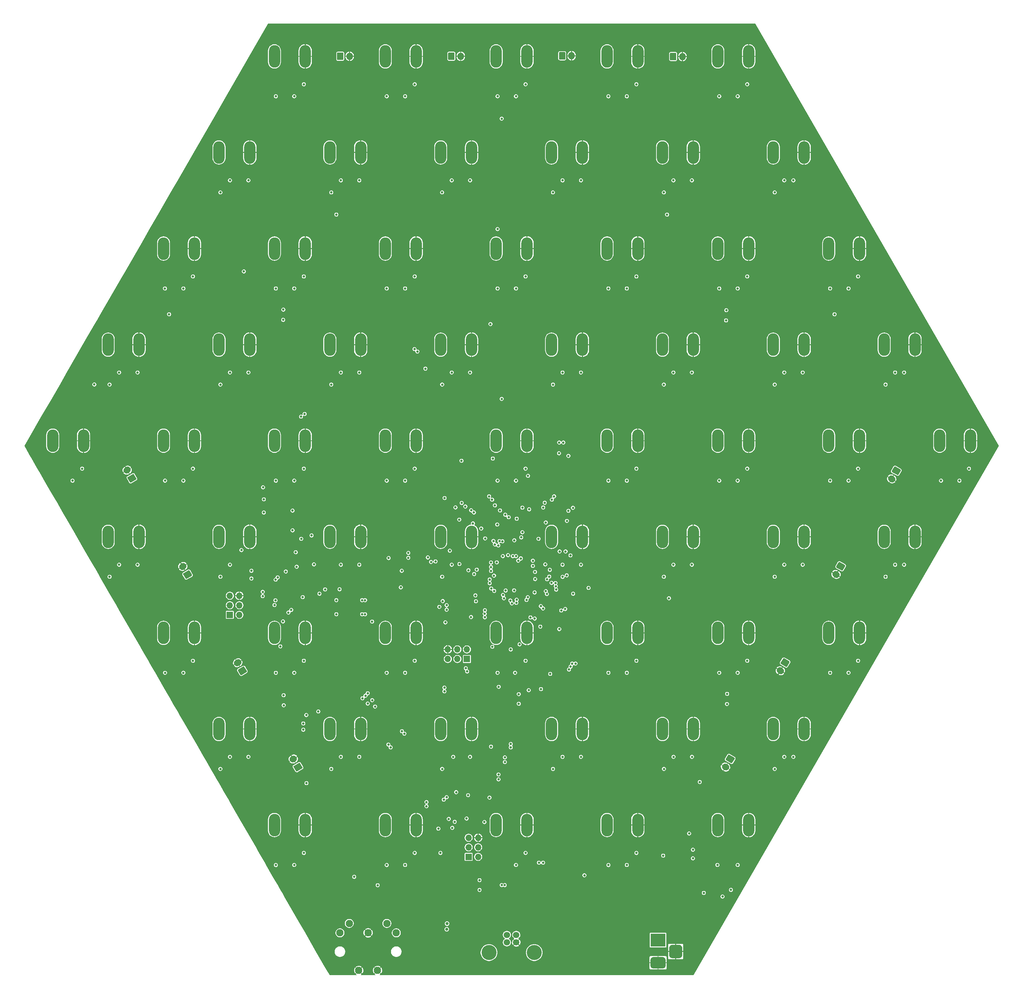
<source format=gbr>
G04 #@! TF.GenerationSoftware,KiCad,Pcbnew,(5.1.5)-3*
G04 #@! TF.CreationDate,2021-02-22T11:39:34-05:00*
G04 #@! TF.ProjectId,rainboard_newfighter,7261696e-626f-4617-9264-5f6e65776669,rev?*
G04 #@! TF.SameCoordinates,Original*
G04 #@! TF.FileFunction,Copper,L2,Inr*
G04 #@! TF.FilePolarity,Positive*
%FSLAX46Y46*%
G04 Gerber Fmt 4.6, Leading zero omitted, Abs format (unit mm)*
G04 Created by KiCad (PCBNEW (5.1.5)-3) date 2021-02-22 11:39:34*
%MOMM*%
%LPD*%
G04 APERTURE LIST*
%ADD10O,3.000000X6.000000*%
%ADD11O,1.700000X1.700000*%
%ADD12R,1.700000X1.700000*%
%ADD13R,4.000000X3.500000*%
%ADD14C,0.100000*%
%ADD15C,1.700000*%
%ADD16C,1.950000*%
%ADD17O,1.700000X2.000000*%
%ADD18C,4.000000*%
%ADD19C,1.700000*%
%ADD20C,0.635000*%
%ADD21C,0.800000*%
%ADD22C,0.508000*%
%ADD23C,0.200000*%
G04 APERTURE END LIST*
D10*
X-33596800Y-100780000D03*
X-25396800Y-100780000D03*
X-4100000Y-100780000D03*
X4100000Y-100780000D03*
X25396800Y-100780000D03*
X33596800Y-100780000D03*
X54893700Y-100780000D03*
X63093700Y-100780000D03*
X-48345200Y-75235000D03*
X-40145200Y-75235000D03*
X25396800Y52490000D03*
X33596800Y52490000D03*
X-4100000Y52490000D03*
X4100000Y52490000D03*
X-33596800Y52490000D03*
X-25396800Y52490000D03*
X-63093700Y52490000D03*
X-54893700Y52490000D03*
X-92590500Y52490000D03*
X-84390500Y52490000D03*
X69642100Y78035000D03*
X77842100Y78035000D03*
X40145200Y78035000D03*
X48345200Y78035000D03*
X10648400Y78035000D03*
X18848400Y78035000D03*
X-18848400Y78035000D03*
X-10648400Y78035000D03*
X-48345200Y78035000D03*
X-40145200Y78035000D03*
X-77842100Y78035000D03*
X-69642100Y78035000D03*
X54893700Y103580000D03*
X63093700Y103580000D03*
X-63093700Y-100780000D03*
X-54893700Y-100780000D03*
X69642100Y-75235000D03*
X77842100Y-75235000D03*
X40173500Y-75235000D03*
X48373500Y-75235000D03*
X10648400Y-75235000D03*
X18848400Y-75235000D03*
X-18848400Y-75235000D03*
X-10648400Y-75235000D03*
X-77842100Y-75235000D03*
X-69642100Y-75235000D03*
X84390500Y-49690000D03*
X92590500Y-49690000D03*
X54893700Y-49690000D03*
X63093700Y-49690000D03*
X25396800Y-49690000D03*
X33596800Y-49690000D03*
X-4100000Y-49690000D03*
X4100000Y-49690000D03*
X-33596800Y-49690000D03*
X-25396800Y-49690000D03*
X-63093700Y-49690000D03*
X-54893700Y-49690000D03*
X-92590500Y-49690000D03*
X-84390500Y-49690000D03*
X99139000Y-24145000D03*
X107339000Y-24145000D03*
X69642100Y-24145000D03*
X77842100Y-24145000D03*
X40145200Y-24145000D03*
X48345200Y-24145000D03*
X10648400Y-24145000D03*
X18848400Y-24145000D03*
X-18848400Y-24145000D03*
X-10648400Y-24145000D03*
X-48345200Y-24145000D03*
X-40145200Y-24145000D03*
X-77842100Y-24145000D03*
X-69642100Y-24145000D03*
X-107339000Y-24145000D03*
X-99139000Y-24145000D03*
X113887000Y1400000D03*
X122087000Y1400000D03*
X84390500Y1400000D03*
X92590500Y1400000D03*
X54893700Y1400000D03*
X63093700Y1400000D03*
X25396800Y1400000D03*
X33596800Y1400000D03*
X-4100000Y1400000D03*
X4100000Y1400000D03*
X-33596800Y1400000D03*
X-25396800Y1400000D03*
X-63093700Y1400000D03*
X-54893700Y1400000D03*
X-92590500Y1400000D03*
X-84390500Y1400000D03*
X-122087000Y1400000D03*
X-113887000Y1400000D03*
X99139000Y26945000D03*
X107339000Y26945000D03*
X69642100Y26945000D03*
X77842100Y26945000D03*
X40145200Y26945000D03*
X48345200Y26945000D03*
X10648400Y26945000D03*
X18848400Y26945000D03*
X-18848400Y26945000D03*
X-10648400Y26945000D03*
X-48345200Y26945000D03*
X-40145200Y26945000D03*
X-77842100Y26945000D03*
X-69642100Y26945000D03*
X-107339000Y26945000D03*
X-99139000Y26945000D03*
X84390500Y52490000D03*
X92590500Y52490000D03*
X54893700Y52490000D03*
X63093700Y52490000D03*
X25396800Y103580000D03*
X33596800Y103580000D03*
X-4100000Y103580000D03*
X4100000Y103580000D03*
X-33596800Y103580000D03*
X-25396800Y103580000D03*
X-63093700Y103580000D03*
X-54893700Y103580000D03*
D11*
X-16956500Y-54094500D03*
X-16956500Y-56634500D03*
X-14416500Y-54094500D03*
X-14416500Y-56634500D03*
X-11876500Y-54094500D03*
D12*
X-11876500Y-56634500D03*
D11*
X-72436500Y-39804500D03*
X-74976500Y-39804500D03*
X-72436500Y-42344500D03*
X-74976500Y-42344500D03*
X-72436500Y-44884500D03*
D12*
X-74976500Y-44884500D03*
D11*
X-8886500Y-104154500D03*
X-11426500Y-104154500D03*
X-8886500Y-106694500D03*
X-11426500Y-106694500D03*
X-8886500Y-109234500D03*
D12*
X-11426500Y-109234500D03*
D13*
X38973500Y-131384500D03*
G04 #@! TA.AperFunction,ViaPad*
D14*
G36*
X40297013Y-135888111D02*
G01*
X40369818Y-135898911D01*
X40441214Y-135916795D01*
X40510513Y-135941590D01*
X40577048Y-135973059D01*
X40640178Y-136010898D01*
X40699295Y-136054742D01*
X40753830Y-136104170D01*
X40803258Y-136158705D01*
X40847102Y-136217822D01*
X40884941Y-136280952D01*
X40916410Y-136347487D01*
X40941205Y-136416786D01*
X40959089Y-136488182D01*
X40969889Y-136560987D01*
X40973500Y-136634500D01*
X40973500Y-138134500D01*
X40969889Y-138208013D01*
X40959089Y-138280818D01*
X40941205Y-138352214D01*
X40916410Y-138421513D01*
X40884941Y-138488048D01*
X40847102Y-138551178D01*
X40803258Y-138610295D01*
X40753830Y-138664830D01*
X40699295Y-138714258D01*
X40640178Y-138758102D01*
X40577048Y-138795941D01*
X40510513Y-138827410D01*
X40441214Y-138852205D01*
X40369818Y-138870089D01*
X40297013Y-138880889D01*
X40223500Y-138884500D01*
X37723500Y-138884500D01*
X37649987Y-138880889D01*
X37577182Y-138870089D01*
X37505786Y-138852205D01*
X37436487Y-138827410D01*
X37369952Y-138795941D01*
X37306822Y-138758102D01*
X37247705Y-138714258D01*
X37193170Y-138664830D01*
X37143742Y-138610295D01*
X37099898Y-138551178D01*
X37062059Y-138488048D01*
X37030590Y-138421513D01*
X37005795Y-138352214D01*
X36987911Y-138280818D01*
X36977111Y-138208013D01*
X36973500Y-138134500D01*
X36973500Y-136634500D01*
X36977111Y-136560987D01*
X36987911Y-136488182D01*
X37005795Y-136416786D01*
X37030590Y-136347487D01*
X37062059Y-136280952D01*
X37099898Y-136217822D01*
X37143742Y-136158705D01*
X37193170Y-136104170D01*
X37247705Y-136054742D01*
X37306822Y-136010898D01*
X37369952Y-135973059D01*
X37436487Y-135941590D01*
X37505786Y-135916795D01*
X37577182Y-135898911D01*
X37649987Y-135888111D01*
X37723500Y-135884500D01*
X40223500Y-135884500D01*
X40297013Y-135888111D01*
G37*
G04 #@! TD.AperFunction*
G04 #@! TA.AperFunction,ViaPad*
G36*
X44634265Y-132613713D02*
G01*
X44719204Y-132626313D01*
X44802499Y-132647177D01*
X44883348Y-132676105D01*
X44960972Y-132712819D01*
X45034624Y-132756964D01*
X45103594Y-132808116D01*
X45167218Y-132865782D01*
X45224884Y-132929406D01*
X45276036Y-132998376D01*
X45320181Y-133072028D01*
X45356895Y-133149652D01*
X45385823Y-133230501D01*
X45406687Y-133313796D01*
X45419287Y-133398735D01*
X45423500Y-133484500D01*
X45423500Y-135284500D01*
X45419287Y-135370265D01*
X45406687Y-135455204D01*
X45385823Y-135538499D01*
X45356895Y-135619348D01*
X45320181Y-135696972D01*
X45276036Y-135770624D01*
X45224884Y-135839594D01*
X45167218Y-135903218D01*
X45103594Y-135960884D01*
X45034624Y-136012036D01*
X44960972Y-136056181D01*
X44883348Y-136092895D01*
X44802499Y-136121823D01*
X44719204Y-136142687D01*
X44634265Y-136155287D01*
X44548500Y-136159500D01*
X42798500Y-136159500D01*
X42712735Y-136155287D01*
X42627796Y-136142687D01*
X42544501Y-136121823D01*
X42463652Y-136092895D01*
X42386028Y-136056181D01*
X42312376Y-136012036D01*
X42243406Y-135960884D01*
X42179782Y-135903218D01*
X42122116Y-135839594D01*
X42070964Y-135770624D01*
X42026819Y-135696972D01*
X41990105Y-135619348D01*
X41961177Y-135538499D01*
X41940313Y-135455204D01*
X41927713Y-135370265D01*
X41923500Y-135284500D01*
X41923500Y-133484500D01*
X41927713Y-133398735D01*
X41940313Y-133313796D01*
X41961177Y-133230501D01*
X41990105Y-133149652D01*
X42026819Y-133072028D01*
X42070964Y-132998376D01*
X42122116Y-132929406D01*
X42179782Y-132865782D01*
X42243406Y-132808116D01*
X42312376Y-132756964D01*
X42386028Y-132712819D01*
X42463652Y-132676105D01*
X42544501Y-132647177D01*
X42627796Y-132626313D01*
X42712735Y-132613713D01*
X42798500Y-132609500D01*
X44548500Y-132609500D01*
X44634265Y-132613713D01*
G37*
G04 #@! TD.AperFunction*
D15*
X-58206404Y-83294436D02*
X-57946596Y-83144436D01*
G04 #@! TA.AperFunction,ViaPad*
D14*
G36*
X-56460630Y-84240420D02*
G01*
X-56436257Y-84243224D01*
X-56412276Y-84248404D01*
X-56388918Y-84255909D01*
X-56366409Y-84265667D01*
X-56344964Y-84277584D01*
X-56324791Y-84291547D01*
X-56306083Y-84307419D01*
X-56289021Y-84325049D01*
X-56273769Y-84344266D01*
X-56260475Y-84364885D01*
X-55660475Y-85404115D01*
X-55649265Y-85425938D01*
X-55640248Y-85448755D01*
X-55633512Y-85472346D01*
X-55629120Y-85496483D01*
X-55627115Y-85520935D01*
X-55627516Y-85545466D01*
X-55630320Y-85569839D01*
X-55635500Y-85593820D01*
X-55643005Y-85617177D01*
X-55652763Y-85639687D01*
X-55664680Y-85661132D01*
X-55678643Y-85681305D01*
X-55694515Y-85700013D01*
X-55712145Y-85717075D01*
X-55731362Y-85732327D01*
X-55751981Y-85745621D01*
X-57051019Y-86495621D01*
X-57072842Y-86506831D01*
X-57095659Y-86515848D01*
X-57119250Y-86522584D01*
X-57143387Y-86526976D01*
X-57167839Y-86528981D01*
X-57192370Y-86528580D01*
X-57216743Y-86525776D01*
X-57240724Y-86520596D01*
X-57264082Y-86513091D01*
X-57286591Y-86503333D01*
X-57308036Y-86491416D01*
X-57328209Y-86477453D01*
X-57346917Y-86461581D01*
X-57363979Y-86443951D01*
X-57379231Y-86424734D01*
X-57392525Y-86404115D01*
X-57992525Y-85364885D01*
X-58003735Y-85343062D01*
X-58012752Y-85320245D01*
X-58019488Y-85296654D01*
X-58023880Y-85272517D01*
X-58025885Y-85248065D01*
X-58025484Y-85223534D01*
X-58022680Y-85199161D01*
X-58017500Y-85175180D01*
X-58009995Y-85151823D01*
X-58000237Y-85129313D01*
X-57988320Y-85107868D01*
X-57974357Y-85087695D01*
X-57958485Y-85068987D01*
X-57940855Y-85051925D01*
X-57921638Y-85036673D01*
X-57901019Y-85023379D01*
X-56601981Y-84273379D01*
X-56580158Y-84262169D01*
X-56557341Y-84253152D01*
X-56533750Y-84246416D01*
X-56509613Y-84242024D01*
X-56485161Y-84240019D01*
X-56460630Y-84240420D01*
G37*
G04 #@! TD.AperFunction*
D16*
X-38176500Y-129434500D03*
X-33176500Y-126934500D03*
X-30676500Y-129434500D03*
X-43176500Y-126934500D03*
X-45676500Y-129434500D03*
X-40676500Y-139434500D03*
X-35676500Y-139434500D03*
D15*
X-73006404Y-57694436D02*
X-72746596Y-57544436D01*
G04 #@! TA.AperFunction,ViaPad*
D14*
G36*
X-71260630Y-58640420D02*
G01*
X-71236257Y-58643224D01*
X-71212276Y-58648404D01*
X-71188918Y-58655909D01*
X-71166409Y-58665667D01*
X-71144964Y-58677584D01*
X-71124791Y-58691547D01*
X-71106083Y-58707419D01*
X-71089021Y-58725049D01*
X-71073769Y-58744266D01*
X-71060475Y-58764885D01*
X-70460475Y-59804115D01*
X-70449265Y-59825938D01*
X-70440248Y-59848755D01*
X-70433512Y-59872346D01*
X-70429120Y-59896483D01*
X-70427115Y-59920935D01*
X-70427516Y-59945466D01*
X-70430320Y-59969839D01*
X-70435500Y-59993820D01*
X-70443005Y-60017177D01*
X-70452763Y-60039687D01*
X-70464680Y-60061132D01*
X-70478643Y-60081305D01*
X-70494515Y-60100013D01*
X-70512145Y-60117075D01*
X-70531362Y-60132327D01*
X-70551981Y-60145621D01*
X-71851019Y-60895621D01*
X-71872842Y-60906831D01*
X-71895659Y-60915848D01*
X-71919250Y-60922584D01*
X-71943387Y-60926976D01*
X-71967839Y-60928981D01*
X-71992370Y-60928580D01*
X-72016743Y-60925776D01*
X-72040724Y-60920596D01*
X-72064082Y-60913091D01*
X-72086591Y-60903333D01*
X-72108036Y-60891416D01*
X-72128209Y-60877453D01*
X-72146917Y-60861581D01*
X-72163979Y-60843951D01*
X-72179231Y-60824734D01*
X-72192525Y-60804115D01*
X-72792525Y-59764885D01*
X-72803735Y-59743062D01*
X-72812752Y-59720245D01*
X-72819488Y-59696654D01*
X-72823880Y-59672517D01*
X-72825885Y-59648065D01*
X-72825484Y-59623534D01*
X-72822680Y-59599161D01*
X-72817500Y-59575180D01*
X-72809995Y-59551823D01*
X-72800237Y-59529313D01*
X-72788320Y-59507868D01*
X-72774357Y-59487695D01*
X-72758485Y-59468987D01*
X-72740855Y-59451925D01*
X-72721638Y-59436673D01*
X-72701019Y-59423379D01*
X-71401981Y-58673379D01*
X-71380158Y-58662169D01*
X-71357341Y-58653152D01*
X-71333750Y-58646416D01*
X-71309613Y-58642024D01*
X-71285161Y-58640019D01*
X-71260630Y-58640420D01*
G37*
G04 #@! TD.AperFunction*
D15*
X-87606404Y-32094436D02*
X-87346596Y-31944436D01*
G04 #@! TA.AperFunction,ViaPad*
D14*
G36*
X-85860630Y-33040420D02*
G01*
X-85836257Y-33043224D01*
X-85812276Y-33048404D01*
X-85788918Y-33055909D01*
X-85766409Y-33065667D01*
X-85744964Y-33077584D01*
X-85724791Y-33091547D01*
X-85706083Y-33107419D01*
X-85689021Y-33125049D01*
X-85673769Y-33144266D01*
X-85660475Y-33164885D01*
X-85060475Y-34204115D01*
X-85049265Y-34225938D01*
X-85040248Y-34248755D01*
X-85033512Y-34272346D01*
X-85029120Y-34296483D01*
X-85027115Y-34320935D01*
X-85027516Y-34345466D01*
X-85030320Y-34369839D01*
X-85035500Y-34393820D01*
X-85043005Y-34417177D01*
X-85052763Y-34439687D01*
X-85064680Y-34461132D01*
X-85078643Y-34481305D01*
X-85094515Y-34500013D01*
X-85112145Y-34517075D01*
X-85131362Y-34532327D01*
X-85151981Y-34545621D01*
X-86451019Y-35295621D01*
X-86472842Y-35306831D01*
X-86495659Y-35315848D01*
X-86519250Y-35322584D01*
X-86543387Y-35326976D01*
X-86567839Y-35328981D01*
X-86592370Y-35328580D01*
X-86616743Y-35325776D01*
X-86640724Y-35320596D01*
X-86664082Y-35313091D01*
X-86686591Y-35303333D01*
X-86708036Y-35291416D01*
X-86728209Y-35277453D01*
X-86746917Y-35261581D01*
X-86763979Y-35243951D01*
X-86779231Y-35224734D01*
X-86792525Y-35204115D01*
X-87392525Y-34164885D01*
X-87403735Y-34143062D01*
X-87412752Y-34120245D01*
X-87419488Y-34096654D01*
X-87423880Y-34072517D01*
X-87425885Y-34048065D01*
X-87425484Y-34023534D01*
X-87422680Y-33999161D01*
X-87417500Y-33975180D01*
X-87409995Y-33951823D01*
X-87400237Y-33929313D01*
X-87388320Y-33907868D01*
X-87374357Y-33887695D01*
X-87358485Y-33868987D01*
X-87340855Y-33851925D01*
X-87321638Y-33836673D01*
X-87301019Y-33823379D01*
X-86001981Y-33073379D01*
X-85980158Y-33062169D01*
X-85957341Y-33053152D01*
X-85933750Y-33046416D01*
X-85909613Y-33042024D01*
X-85885161Y-33040019D01*
X-85860630Y-33040420D01*
G37*
G04 #@! TD.AperFunction*
D15*
X-102406404Y-6494436D02*
X-102146596Y-6344436D01*
G04 #@! TA.AperFunction,ViaPad*
D14*
G36*
X-100660630Y-7440420D02*
G01*
X-100636257Y-7443224D01*
X-100612276Y-7448404D01*
X-100588918Y-7455909D01*
X-100566409Y-7465667D01*
X-100544964Y-7477584D01*
X-100524791Y-7491547D01*
X-100506083Y-7507419D01*
X-100489021Y-7525049D01*
X-100473769Y-7544266D01*
X-100460475Y-7564885D01*
X-99860475Y-8604115D01*
X-99849265Y-8625938D01*
X-99840248Y-8648755D01*
X-99833512Y-8672346D01*
X-99829120Y-8696483D01*
X-99827115Y-8720935D01*
X-99827516Y-8745466D01*
X-99830320Y-8769839D01*
X-99835500Y-8793820D01*
X-99843005Y-8817177D01*
X-99852763Y-8839687D01*
X-99864680Y-8861132D01*
X-99878643Y-8881305D01*
X-99894515Y-8900013D01*
X-99912145Y-8917075D01*
X-99931362Y-8932327D01*
X-99951981Y-8945621D01*
X-101251019Y-9695621D01*
X-101272842Y-9706831D01*
X-101295659Y-9715848D01*
X-101319250Y-9722584D01*
X-101343387Y-9726976D01*
X-101367839Y-9728981D01*
X-101392370Y-9728580D01*
X-101416743Y-9725776D01*
X-101440724Y-9720596D01*
X-101464082Y-9713091D01*
X-101486591Y-9703333D01*
X-101508036Y-9691416D01*
X-101528209Y-9677453D01*
X-101546917Y-9661581D01*
X-101563979Y-9643951D01*
X-101579231Y-9624734D01*
X-101592525Y-9604115D01*
X-102192525Y-8564885D01*
X-102203735Y-8543062D01*
X-102212752Y-8520245D01*
X-102219488Y-8496654D01*
X-102223880Y-8472517D01*
X-102225885Y-8448065D01*
X-102225484Y-8423534D01*
X-102222680Y-8399161D01*
X-102217500Y-8375180D01*
X-102209995Y-8351823D01*
X-102200237Y-8329313D01*
X-102188320Y-8307868D01*
X-102174357Y-8287695D01*
X-102158485Y-8268987D01*
X-102140855Y-8251925D01*
X-102121638Y-8236673D01*
X-102101019Y-8223379D01*
X-100801981Y-7473379D01*
X-100780158Y-7462169D01*
X-100757341Y-7453152D01*
X-100733750Y-7446416D01*
X-100709613Y-7442024D01*
X-100685161Y-7440019D01*
X-100660630Y-7440420D01*
G37*
G04 #@! TD.AperFunction*
D15*
X57053404Y-85424564D02*
X56793596Y-85274564D01*
G04 #@! TA.AperFunction,ViaPad*
D14*
G36*
X57856613Y-82042024D02*
G01*
X57880750Y-82046416D01*
X57904341Y-82053152D01*
X57927158Y-82062169D01*
X57948981Y-82073379D01*
X59248019Y-82823379D01*
X59268638Y-82836673D01*
X59287855Y-82851925D01*
X59305485Y-82868987D01*
X59321357Y-82887695D01*
X59335320Y-82907868D01*
X59347237Y-82929313D01*
X59356995Y-82951822D01*
X59364500Y-82975180D01*
X59369680Y-82999161D01*
X59372484Y-83023534D01*
X59372885Y-83048065D01*
X59370880Y-83072517D01*
X59366488Y-83096654D01*
X59359752Y-83120245D01*
X59350735Y-83143062D01*
X59339525Y-83164885D01*
X58739525Y-84204115D01*
X58726231Y-84224734D01*
X58710979Y-84243951D01*
X58693917Y-84261581D01*
X58675209Y-84277453D01*
X58655036Y-84291416D01*
X58633591Y-84303333D01*
X58611081Y-84313091D01*
X58587724Y-84320596D01*
X58563743Y-84325776D01*
X58539370Y-84328580D01*
X58514839Y-84328981D01*
X58490387Y-84326976D01*
X58466250Y-84322584D01*
X58442659Y-84315848D01*
X58419842Y-84306831D01*
X58398019Y-84295621D01*
X57098981Y-83545621D01*
X57078362Y-83532327D01*
X57059145Y-83517075D01*
X57041515Y-83500013D01*
X57025643Y-83481305D01*
X57011680Y-83461132D01*
X56999763Y-83439687D01*
X56990005Y-83417178D01*
X56982500Y-83393820D01*
X56977320Y-83369839D01*
X56974516Y-83345466D01*
X56974115Y-83320935D01*
X56976120Y-83296483D01*
X56980512Y-83272346D01*
X56987248Y-83248755D01*
X56996265Y-83225938D01*
X57007475Y-83204115D01*
X57607475Y-82164885D01*
X57620769Y-82144266D01*
X57636021Y-82125049D01*
X57653083Y-82107419D01*
X57671791Y-82091547D01*
X57691964Y-82077584D01*
X57713409Y-82065667D01*
X57735919Y-82055909D01*
X57759276Y-82048404D01*
X57783257Y-82043224D01*
X57807630Y-82040420D01*
X57832161Y-82040019D01*
X57856613Y-82042024D01*
G37*
G04 #@! TD.AperFunction*
D15*
X71653404Y-59824564D02*
X71393596Y-59674564D01*
G04 #@! TA.AperFunction,ViaPad*
D14*
G36*
X72456613Y-56442024D02*
G01*
X72480750Y-56446416D01*
X72504341Y-56453152D01*
X72527158Y-56462169D01*
X72548981Y-56473379D01*
X73848019Y-57223379D01*
X73868638Y-57236673D01*
X73887855Y-57251925D01*
X73905485Y-57268987D01*
X73921357Y-57287695D01*
X73935320Y-57307868D01*
X73947237Y-57329313D01*
X73956995Y-57351822D01*
X73964500Y-57375180D01*
X73969680Y-57399161D01*
X73972484Y-57423534D01*
X73972885Y-57448065D01*
X73970880Y-57472517D01*
X73966488Y-57496654D01*
X73959752Y-57520245D01*
X73950735Y-57543062D01*
X73939525Y-57564885D01*
X73339525Y-58604115D01*
X73326231Y-58624734D01*
X73310979Y-58643951D01*
X73293917Y-58661581D01*
X73275209Y-58677453D01*
X73255036Y-58691416D01*
X73233591Y-58703333D01*
X73211081Y-58713091D01*
X73187724Y-58720596D01*
X73163743Y-58725776D01*
X73139370Y-58728580D01*
X73114839Y-58728981D01*
X73090387Y-58726976D01*
X73066250Y-58722584D01*
X73042659Y-58715848D01*
X73019842Y-58706831D01*
X72998019Y-58695621D01*
X71698981Y-57945621D01*
X71678362Y-57932327D01*
X71659145Y-57917075D01*
X71641515Y-57900013D01*
X71625643Y-57881305D01*
X71611680Y-57861132D01*
X71599763Y-57839687D01*
X71590005Y-57817178D01*
X71582500Y-57793820D01*
X71577320Y-57769839D01*
X71574516Y-57745466D01*
X71574115Y-57720935D01*
X71576120Y-57696483D01*
X71580512Y-57672346D01*
X71587248Y-57648755D01*
X71596265Y-57625938D01*
X71607475Y-57604115D01*
X72207475Y-56564885D01*
X72220769Y-56544266D01*
X72236021Y-56525049D01*
X72253083Y-56507419D01*
X72271791Y-56491547D01*
X72291964Y-56477584D01*
X72313409Y-56465667D01*
X72335919Y-56455909D01*
X72359276Y-56448404D01*
X72383257Y-56443224D01*
X72407630Y-56440420D01*
X72432161Y-56440019D01*
X72456613Y-56442024D01*
G37*
G04 #@! TD.AperFunction*
D15*
X86453404Y-34224564D02*
X86193596Y-34074564D01*
G04 #@! TA.AperFunction,ViaPad*
D14*
G36*
X87256613Y-30842024D02*
G01*
X87280750Y-30846416D01*
X87304341Y-30853152D01*
X87327158Y-30862169D01*
X87348981Y-30873379D01*
X88648019Y-31623379D01*
X88668638Y-31636673D01*
X88687855Y-31651925D01*
X88705485Y-31668987D01*
X88721357Y-31687695D01*
X88735320Y-31707868D01*
X88747237Y-31729313D01*
X88756995Y-31751822D01*
X88764500Y-31775180D01*
X88769680Y-31799161D01*
X88772484Y-31823534D01*
X88772885Y-31848065D01*
X88770880Y-31872517D01*
X88766488Y-31896654D01*
X88759752Y-31920245D01*
X88750735Y-31943062D01*
X88739525Y-31964885D01*
X88139525Y-33004115D01*
X88126231Y-33024734D01*
X88110979Y-33043951D01*
X88093917Y-33061581D01*
X88075209Y-33077453D01*
X88055036Y-33091416D01*
X88033591Y-33103333D01*
X88011081Y-33113091D01*
X87987724Y-33120596D01*
X87963743Y-33125776D01*
X87939370Y-33128580D01*
X87914839Y-33128981D01*
X87890387Y-33126976D01*
X87866250Y-33122584D01*
X87842659Y-33115848D01*
X87819842Y-33106831D01*
X87798019Y-33095621D01*
X86498981Y-32345621D01*
X86478362Y-32332327D01*
X86459145Y-32317075D01*
X86441515Y-32300013D01*
X86425643Y-32281305D01*
X86411680Y-32261132D01*
X86399763Y-32239687D01*
X86390005Y-32217178D01*
X86382500Y-32193820D01*
X86377320Y-32169839D01*
X86374516Y-32145466D01*
X86374115Y-32120935D01*
X86376120Y-32096483D01*
X86380512Y-32072346D01*
X86387248Y-32048755D01*
X86396265Y-32025938D01*
X86407475Y-32004115D01*
X87007475Y-30964885D01*
X87020769Y-30944266D01*
X87036021Y-30925049D01*
X87053083Y-30907419D01*
X87071791Y-30891547D01*
X87091964Y-30877584D01*
X87113409Y-30865667D01*
X87135919Y-30855909D01*
X87159276Y-30848404D01*
X87183257Y-30843224D01*
X87207630Y-30840420D01*
X87232161Y-30840019D01*
X87256613Y-30842024D01*
G37*
G04 #@! TD.AperFunction*
D15*
X101253404Y-8824564D02*
X100993596Y-8674564D01*
G04 #@! TA.AperFunction,ViaPad*
D14*
G36*
X102056613Y-5442024D02*
G01*
X102080750Y-5446416D01*
X102104341Y-5453152D01*
X102127158Y-5462169D01*
X102148981Y-5473379D01*
X103448019Y-6223379D01*
X103468638Y-6236673D01*
X103487855Y-6251925D01*
X103505485Y-6268987D01*
X103521357Y-6287695D01*
X103535320Y-6307868D01*
X103547237Y-6329313D01*
X103556995Y-6351822D01*
X103564500Y-6375180D01*
X103569680Y-6399161D01*
X103572484Y-6423534D01*
X103572885Y-6448065D01*
X103570880Y-6472517D01*
X103566488Y-6496654D01*
X103559752Y-6520245D01*
X103550735Y-6543062D01*
X103539525Y-6564885D01*
X102939525Y-7604115D01*
X102926231Y-7624734D01*
X102910979Y-7643951D01*
X102893917Y-7661581D01*
X102875209Y-7677453D01*
X102855036Y-7691416D01*
X102833591Y-7703333D01*
X102811081Y-7713091D01*
X102787724Y-7720596D01*
X102763743Y-7725776D01*
X102739370Y-7728580D01*
X102714839Y-7728981D01*
X102690387Y-7726976D01*
X102666250Y-7722584D01*
X102642659Y-7715848D01*
X102619842Y-7706831D01*
X102598019Y-7695621D01*
X101298981Y-6945621D01*
X101278362Y-6932327D01*
X101259145Y-6917075D01*
X101241515Y-6900013D01*
X101225643Y-6881305D01*
X101211680Y-6861132D01*
X101199763Y-6839687D01*
X101190005Y-6817178D01*
X101182500Y-6793820D01*
X101177320Y-6769839D01*
X101174516Y-6745466D01*
X101174115Y-6720935D01*
X101176120Y-6696483D01*
X101180512Y-6672346D01*
X101187248Y-6648755D01*
X101196265Y-6625938D01*
X101207475Y-6604115D01*
X101807475Y-5564885D01*
X101820769Y-5544266D01*
X101836021Y-5525049D01*
X101853083Y-5507419D01*
X101871791Y-5491547D01*
X101891964Y-5477584D01*
X101913409Y-5465667D01*
X101935919Y-5455909D01*
X101959276Y-5448404D01*
X101983257Y-5443224D01*
X102007630Y-5440420D01*
X102032161Y-5440019D01*
X102056613Y-5442024D01*
G37*
G04 #@! TD.AperFunction*
D17*
X-43101500Y103615500D03*
G04 #@! TA.AperFunction,ViaPad*
D14*
G36*
X-44976996Y104614296D02*
G01*
X-44952727Y104610696D01*
X-44928929Y104604735D01*
X-44905829Y104596470D01*
X-44883651Y104585980D01*
X-44862607Y104573367D01*
X-44842902Y104558753D01*
X-44824723Y104542277D01*
X-44808247Y104524098D01*
X-44793633Y104504393D01*
X-44781020Y104483349D01*
X-44770530Y104461171D01*
X-44762265Y104438071D01*
X-44756304Y104414273D01*
X-44752704Y104390004D01*
X-44751500Y104365500D01*
X-44751500Y102865500D01*
X-44752704Y102840996D01*
X-44756304Y102816727D01*
X-44762265Y102792929D01*
X-44770530Y102769829D01*
X-44781020Y102747651D01*
X-44793633Y102726607D01*
X-44808247Y102706902D01*
X-44824723Y102688723D01*
X-44842902Y102672247D01*
X-44862607Y102657633D01*
X-44883651Y102645020D01*
X-44905829Y102634530D01*
X-44928929Y102626265D01*
X-44952727Y102620304D01*
X-44976996Y102616704D01*
X-45001500Y102615500D01*
X-46201500Y102615500D01*
X-46226004Y102616704D01*
X-46250273Y102620304D01*
X-46274071Y102626265D01*
X-46297171Y102634530D01*
X-46319349Y102645020D01*
X-46340393Y102657633D01*
X-46360098Y102672247D01*
X-46378277Y102688723D01*
X-46394753Y102706902D01*
X-46409367Y102726607D01*
X-46421980Y102747651D01*
X-46432470Y102769829D01*
X-46440735Y102792929D01*
X-46446696Y102816727D01*
X-46450296Y102840996D01*
X-46451500Y102865500D01*
X-46451500Y104365500D01*
X-46450296Y104390004D01*
X-46446696Y104414273D01*
X-46440735Y104438071D01*
X-46432470Y104461171D01*
X-46421980Y104483349D01*
X-46409367Y104504393D01*
X-46394753Y104524098D01*
X-46378277Y104542277D01*
X-46360098Y104558753D01*
X-46340393Y104573367D01*
X-46319349Y104585980D01*
X-46297171Y104596470D01*
X-46274071Y104604735D01*
X-46250273Y104610696D01*
X-46226004Y104614296D01*
X-46201500Y104615500D01*
X-45001500Y104615500D01*
X-44976996Y104614296D01*
G37*
G04 #@! TD.AperFunction*
D17*
X-13526500Y103615500D03*
G04 #@! TA.AperFunction,ViaPad*
D14*
G36*
X-15401996Y104614296D02*
G01*
X-15377727Y104610696D01*
X-15353929Y104604735D01*
X-15330829Y104596470D01*
X-15308651Y104585980D01*
X-15287607Y104573367D01*
X-15267902Y104558753D01*
X-15249723Y104542277D01*
X-15233247Y104524098D01*
X-15218633Y104504393D01*
X-15206020Y104483349D01*
X-15195530Y104461171D01*
X-15187265Y104438071D01*
X-15181304Y104414273D01*
X-15177704Y104390004D01*
X-15176500Y104365500D01*
X-15176500Y102865500D01*
X-15177704Y102840996D01*
X-15181304Y102816727D01*
X-15187265Y102792929D01*
X-15195530Y102769829D01*
X-15206020Y102747651D01*
X-15218633Y102726607D01*
X-15233247Y102706902D01*
X-15249723Y102688723D01*
X-15267902Y102672247D01*
X-15287607Y102657633D01*
X-15308651Y102645020D01*
X-15330829Y102634530D01*
X-15353929Y102626265D01*
X-15377727Y102620304D01*
X-15401996Y102616704D01*
X-15426500Y102615500D01*
X-16626500Y102615500D01*
X-16651004Y102616704D01*
X-16675273Y102620304D01*
X-16699071Y102626265D01*
X-16722171Y102634530D01*
X-16744349Y102645020D01*
X-16765393Y102657633D01*
X-16785098Y102672247D01*
X-16803277Y102688723D01*
X-16819753Y102706902D01*
X-16834367Y102726607D01*
X-16846980Y102747651D01*
X-16857470Y102769829D01*
X-16865735Y102792929D01*
X-16871696Y102816727D01*
X-16875296Y102840996D01*
X-16876500Y102865500D01*
X-16876500Y104365500D01*
X-16875296Y104390004D01*
X-16871696Y104414273D01*
X-16865735Y104438071D01*
X-16857470Y104461171D01*
X-16846980Y104483349D01*
X-16834367Y104504393D01*
X-16819753Y104524098D01*
X-16803277Y104542277D01*
X-16785098Y104558753D01*
X-16765393Y104573367D01*
X-16744349Y104585980D01*
X-16722171Y104596470D01*
X-16699071Y104604735D01*
X-16675273Y104610696D01*
X-16651004Y104614296D01*
X-16626500Y104615500D01*
X-15426500Y104615500D01*
X-15401996Y104614296D01*
G37*
G04 #@! TD.AperFunction*
D17*
X15973500Y103740500D03*
G04 #@! TA.AperFunction,ViaPad*
D14*
G36*
X14098004Y104739296D02*
G01*
X14122273Y104735696D01*
X14146071Y104729735D01*
X14169171Y104721470D01*
X14191349Y104710980D01*
X14212393Y104698367D01*
X14232098Y104683753D01*
X14250277Y104667277D01*
X14266753Y104649098D01*
X14281367Y104629393D01*
X14293980Y104608349D01*
X14304470Y104586171D01*
X14312735Y104563071D01*
X14318696Y104539273D01*
X14322296Y104515004D01*
X14323500Y104490500D01*
X14323500Y102990500D01*
X14322296Y102965996D01*
X14318696Y102941727D01*
X14312735Y102917929D01*
X14304470Y102894829D01*
X14293980Y102872651D01*
X14281367Y102851607D01*
X14266753Y102831902D01*
X14250277Y102813723D01*
X14232098Y102797247D01*
X14212393Y102782633D01*
X14191349Y102770020D01*
X14169171Y102759530D01*
X14146071Y102751265D01*
X14122273Y102745304D01*
X14098004Y102741704D01*
X14073500Y102740500D01*
X12873500Y102740500D01*
X12848996Y102741704D01*
X12824727Y102745304D01*
X12800929Y102751265D01*
X12777829Y102759530D01*
X12755651Y102770020D01*
X12734607Y102782633D01*
X12714902Y102797247D01*
X12696723Y102813723D01*
X12680247Y102831902D01*
X12665633Y102851607D01*
X12653020Y102872651D01*
X12642530Y102894829D01*
X12634265Y102917929D01*
X12628304Y102941727D01*
X12624704Y102965996D01*
X12623500Y102990500D01*
X12623500Y104490500D01*
X12624704Y104515004D01*
X12628304Y104539273D01*
X12634265Y104563071D01*
X12642530Y104586171D01*
X12653020Y104608349D01*
X12665633Y104629393D01*
X12680247Y104649098D01*
X12696723Y104667277D01*
X12714902Y104683753D01*
X12734607Y104698367D01*
X12755651Y104710980D01*
X12777829Y104721470D01*
X12800929Y104729735D01*
X12824727Y104735696D01*
X12848996Y104739296D01*
X12873500Y104740500D01*
X14073500Y104740500D01*
X14098004Y104739296D01*
G37*
G04 #@! TD.AperFunction*
D17*
X45473500Y103540500D03*
G04 #@! TA.AperFunction,ViaPad*
D14*
G36*
X43598004Y104539296D02*
G01*
X43622273Y104535696D01*
X43646071Y104529735D01*
X43669171Y104521470D01*
X43691349Y104510980D01*
X43712393Y104498367D01*
X43732098Y104483753D01*
X43750277Y104467277D01*
X43766753Y104449098D01*
X43781367Y104429393D01*
X43793980Y104408349D01*
X43804470Y104386171D01*
X43812735Y104363071D01*
X43818696Y104339273D01*
X43822296Y104315004D01*
X43823500Y104290500D01*
X43823500Y102790500D01*
X43822296Y102765996D01*
X43818696Y102741727D01*
X43812735Y102717929D01*
X43804470Y102694829D01*
X43793980Y102672651D01*
X43781367Y102651607D01*
X43766753Y102631902D01*
X43750277Y102613723D01*
X43732098Y102597247D01*
X43712393Y102582633D01*
X43691349Y102570020D01*
X43669171Y102559530D01*
X43646071Y102551265D01*
X43622273Y102545304D01*
X43598004Y102541704D01*
X43573500Y102540500D01*
X42373500Y102540500D01*
X42348996Y102541704D01*
X42324727Y102545304D01*
X42300929Y102551265D01*
X42277829Y102559530D01*
X42255651Y102570020D01*
X42234607Y102582633D01*
X42214902Y102597247D01*
X42196723Y102613723D01*
X42180247Y102631902D01*
X42165633Y102651607D01*
X42153020Y102672651D01*
X42142530Y102694829D01*
X42134265Y102717929D01*
X42128304Y102741727D01*
X42124704Y102765996D01*
X42123500Y102790500D01*
X42123500Y104290500D01*
X42124704Y104315004D01*
X42128304Y104339273D01*
X42134265Y104363071D01*
X42142530Y104386171D01*
X42153020Y104408349D01*
X42165633Y104429393D01*
X42180247Y104449098D01*
X42196723Y104467277D01*
X42214902Y104483753D01*
X42234607Y104498367D01*
X42255651Y104510980D01*
X42277829Y104521470D01*
X42300929Y104529735D01*
X42324727Y104535696D01*
X42348996Y104539296D01*
X42373500Y104540500D01*
X43573500Y104540500D01*
X43598004Y104539296D01*
G37*
G04 #@! TD.AperFunction*
D18*
X6020000Y-134694500D03*
X-6020000Y-134694500D03*
D19*
X-1250000Y-131984500D03*
X-1250000Y-129984500D03*
X1250000Y-131984500D03*
X1250000Y-129984500D03*
D20*
X9427860Y-35437494D03*
X13223500Y-43734500D03*
X56134000Y-119786400D03*
X10023500Y-34734500D03*
X14273500Y-43334500D03*
X58369200Y-118008400D03*
X-21426500Y-30834496D03*
X-41876500Y-114534500D03*
X7645390Y-48034500D03*
X47244000Y-103022400D03*
X40335200Y-108915200D03*
X6273500Y-35384500D03*
X12688624Y-48684500D03*
X48260000Y-107340400D03*
X48260000Y-109626400D03*
X51155600Y-118821200D03*
X-9626500Y-39734500D03*
X-17276500Y-93375772D03*
X-14726500Y-92034500D03*
X-926500Y-29034500D03*
X8973500Y-31484500D03*
X1264772Y-41703566D03*
X-66126500Y-10984500D03*
X-61526500Y-53284500D03*
X-57186738Y-32094738D03*
X-51126500Y-39284500D03*
X-35626500Y-116784500D03*
X-60076500Y-33384500D03*
X-226500Y-80134500D03*
X-226500Y-79234500D03*
X-8526500Y-115434500D03*
X-8526500Y-118034500D03*
X-19476500Y-101734500D03*
X-55426500Y-73784500D03*
X-71876500Y-27684500D03*
X1923500Y-65984500D03*
X1923500Y-68534500D03*
X7773500Y-42584500D03*
X8373500Y-43184500D03*
X18223500Y-42384500D03*
X18223500Y-47634500D03*
X67973500Y-91984500D03*
X61973500Y-91984500D03*
X55973500Y-91984500D03*
X49973500Y-91984500D03*
X43973500Y-91984500D03*
X37973500Y-91984500D03*
X31973500Y-87984500D03*
X23973500Y-91984500D03*
X15773500Y-91984500D03*
X8173500Y-91984500D03*
X1973500Y-91984500D03*
X15973500Y-97984500D03*
X15973500Y-104184500D03*
X17973500Y-109984500D03*
X43973500Y-97984500D03*
X45973500Y-103984500D03*
X35973500Y-117984500D03*
X29973500Y-117984500D03*
X23973500Y-117984500D03*
X23973500Y-123984500D03*
X29973500Y-124184500D03*
X35973500Y-124184500D03*
X-22718900Y-116035300D03*
X-22718900Y-122035300D03*
X-22718900Y-128035300D03*
X-22718900Y-134035300D03*
X-26026500Y-133984500D03*
X-26026500Y-127984500D03*
X-26026500Y-121984500D03*
X-26026500Y-115984500D03*
X-54026500Y-117984500D03*
X-66026500Y-89984500D03*
X-58026500Y-91984500D03*
X-42026500Y-89984500D03*
X-35826500Y-89984500D03*
X-30026500Y-89984500D03*
X-24026500Y-89984500D03*
X-42026500Y-96184500D03*
X-42026500Y-103984500D03*
X-20026500Y-11984500D03*
X-25826500Y-11984500D03*
X-32026500Y-11984500D03*
X-38026500Y-11984500D03*
X-44026500Y-11984500D03*
X-50026500Y-11984500D03*
X-56026500Y-11984500D03*
X-62026500Y-11984500D03*
X-32026500Y-17984500D03*
X-30026500Y-23984500D03*
X-74026500Y-11984500D03*
X-79826500Y-11984500D03*
X-86026500Y-11984500D03*
X-92026500Y-11984500D03*
X-98026500Y-11984500D03*
X-104026500Y-11984500D03*
X-110026500Y-12184500D03*
X-116226500Y-12184500D03*
X-88026500Y-17984500D03*
X-88026500Y-23984500D03*
X-80026500Y-39984500D03*
X-86026500Y-39984500D03*
X-92026500Y-39984500D03*
X-35826500Y90015500D03*
X-42026500Y90015500D03*
X-48026500Y90015500D03*
X-54026500Y90015500D03*
X-60026500Y90015500D03*
X-66026500Y90015500D03*
X-72026500Y90015500D03*
X-42026500Y64015500D03*
X-48026500Y64015500D03*
X-56026500Y64015500D03*
X-62026500Y64015500D03*
X-67826500Y64015500D03*
X-74026500Y64015500D03*
X-80026500Y64015500D03*
X-74026500Y58015500D03*
X-74026500Y52015500D03*
X-74026500Y46015500D03*
X-74026500Y40015500D03*
X-78026500Y38015500D03*
X-84026500Y38015500D03*
X-90026500Y38015500D03*
X-30026500Y22015500D03*
X-27826500Y12015500D03*
X-34026500Y12015500D03*
X-40026500Y12015500D03*
X-46026500Y12015500D03*
X-52026500Y12015500D03*
X-58026500Y12015500D03*
X-64026500Y12015500D03*
X-70026500Y12015500D03*
X-76026500Y12015500D03*
X-82026500Y12015500D03*
X-88026500Y12015500D03*
X-94026500Y12015500D03*
X-87826500Y30015500D03*
X-88026500Y24015500D03*
X-86026500Y18015500D03*
X-58026500Y28015500D03*
X-56026500Y22215500D03*
X-100026500Y12015500D03*
X-106026500Y12015500D03*
X-112026500Y12015500D03*
X-104026500Y6215500D03*
X-104026500Y15500D03*
X-74026500Y6015500D03*
X-74026500Y15500D03*
X-70026500Y-5984500D03*
X-44026500Y6015500D03*
X-44026500Y15500D03*
X-46026500Y-3984500D03*
X-96026500Y38015500D03*
X-68026500Y38015500D03*
X-62026500Y38015500D03*
X-56026500Y38015500D03*
X-50026500Y38015500D03*
X-44026500Y38015500D03*
X-30026500Y38015500D03*
X-18026500Y38015500D03*
X-12026500Y37815500D03*
X-24026500Y38015500D03*
X-2226500Y37815500D03*
X3973500Y37815500D03*
X9973500Y37815500D03*
X17773500Y37815500D03*
X24173500Y37815500D03*
X30173500Y37815500D03*
X17773500Y43815500D03*
X17773500Y50015500D03*
X17773500Y56015500D03*
X-14026500Y58015500D03*
X-14026500Y52015500D03*
X-26500Y30015500D03*
X173500Y23815500D03*
X173500Y16015500D03*
X29973500Y30015500D03*
X29973500Y24015500D03*
X45973500Y54015500D03*
X45973500Y48015500D03*
X41973500Y42015500D03*
X-44026500Y52015500D03*
X-44026500Y46015500D03*
X73973500Y56015500D03*
X73973500Y49815500D03*
X73973500Y44015500D03*
X99973500Y38015500D03*
X93973500Y38015500D03*
X88173500Y38015500D03*
X81973500Y38015500D03*
X75973500Y38015500D03*
X69973500Y38015500D03*
X63973500Y38015500D03*
X57973500Y38015500D03*
X51973500Y38015500D03*
X45973500Y38015500D03*
X39973500Y38015500D03*
X13973500Y12015500D03*
X21973500Y12015500D03*
X27973500Y12015500D03*
X33973500Y12015500D03*
X39973500Y12015500D03*
X45973500Y12015500D03*
X51973500Y12015500D03*
X57973500Y12015500D03*
X63973500Y12015500D03*
X59973500Y30015500D03*
X59973500Y24015500D03*
X59973500Y17815500D03*
X69973500Y12015500D03*
X75973500Y12015500D03*
X81973500Y12015500D03*
X87973500Y12015500D03*
X93973500Y12015500D03*
X99973500Y12015500D03*
X105973500Y12015500D03*
X111973500Y12015500D03*
X103973500Y8015500D03*
X103973500Y2015500D03*
X73773500Y7815500D03*
X73973500Y2015500D03*
X73973500Y-5984500D03*
X107973500Y-13984500D03*
X101973500Y-13984500D03*
X95973500Y-13984500D03*
X89973500Y-13984500D03*
X83973500Y-13984500D03*
X77973500Y-13984500D03*
X71973500Y-13984500D03*
X65973500Y-13984500D03*
X60173500Y-13984500D03*
X53973500Y-13984500D03*
X47973500Y-13984500D03*
X41973500Y-13984500D03*
X35973500Y-13984500D03*
X29973500Y-13984500D03*
X23973500Y-13984500D03*
X17973500Y-13984500D03*
X43773500Y8015500D03*
X43973500Y2015500D03*
X45973500Y-5984500D03*
X17773500Y-5984500D03*
X17973500Y15500D03*
X17973500Y6015500D03*
X29973500Y-19984500D03*
X29973500Y-26184500D03*
X29973500Y-31984500D03*
X59973500Y-21984500D03*
X59973500Y-27984500D03*
X88173500Y-21984500D03*
X90173500Y-28184500D03*
X97973500Y-39984500D03*
X91973500Y-39984500D03*
X85973500Y-39984500D03*
X79973500Y-39984500D03*
X73973500Y-39984500D03*
X67973500Y-39984500D03*
X61973500Y-39984500D03*
X55973500Y-39984500D03*
X49973500Y-39984500D03*
X37973500Y-39984500D03*
X31973500Y-39984500D03*
X25973500Y-39984500D03*
X43973500Y-45984500D03*
X43973500Y-51984500D03*
X73973500Y-45984500D03*
X73973500Y-51984500D03*
X79973500Y-63984500D03*
X73973500Y-63984500D03*
X67973500Y-63984500D03*
X61973500Y-63984500D03*
X55973500Y-63984500D03*
X49973500Y-63984500D03*
X43973500Y-63984500D03*
X37973500Y-63984500D03*
X31973500Y-63984500D03*
X25973500Y-63984500D03*
X19973500Y-63984500D03*
X29973500Y-69984500D03*
X29973500Y-75984500D03*
X29973500Y-81984500D03*
X59973500Y-74184500D03*
X59973500Y-79984500D03*
X81973500Y-73984500D03*
X-26500Y82015500D03*
X-26500Y76015500D03*
X1973500Y70015500D03*
X27973500Y84015500D03*
X27973500Y77815500D03*
X29973500Y72015500D03*
X57973500Y84015500D03*
X57973500Y78015500D03*
X57973500Y72015500D03*
X-30026500Y83815500D03*
X-30026500Y78015500D03*
X-30026500Y72015500D03*
X-60026500Y83815500D03*
X-60026500Y78015500D03*
X-58026500Y72015500D03*
X-16026500Y-67984500D03*
X-26026500Y-67984500D03*
X-34026500Y-67984500D03*
X-44026500Y-47984500D03*
X-44026500Y-53984500D03*
X-74026500Y-49984500D03*
X-66026500Y-67984500D03*
X-72026500Y-67984500D03*
X-78026500Y-67984500D03*
X-83826500Y-67984500D03*
X-58026500Y-77984500D03*
X-62026500Y-73984500D03*
X-63426500Y111215500D03*
X67973500Y90015500D03*
X61973500Y90015500D03*
X55973500Y90015500D03*
X49973500Y90015500D03*
X43973500Y90015500D03*
X37973500Y90015500D03*
X31973500Y90015500D03*
X25973500Y90015500D03*
X19973500Y90015500D03*
X11973500Y90015500D03*
X5973500Y90015500D03*
X-226500Y90015500D03*
X-6026500Y90015500D03*
X-12026500Y90015500D03*
X-18026500Y90015500D03*
X-24026500Y90015500D03*
X-30026500Y90015500D03*
X-36226500Y64015500D03*
X-30826500Y64015500D03*
X-24026500Y64015500D03*
X-18026500Y64015500D03*
X-12026500Y64015500D03*
X-4026500Y64015500D03*
X1973500Y64015500D03*
X7773500Y64015500D03*
X13973500Y64015500D03*
X19973500Y64015500D03*
X25973500Y64015500D03*
X31973500Y64015500D03*
X37973500Y64015500D03*
X43973500Y64015500D03*
X49973500Y64015500D03*
X55973500Y64015500D03*
X61973500Y64015500D03*
X67973500Y64015500D03*
X79973500Y64015500D03*
X86173500Y64015500D03*
X73973500Y64015500D03*
X-85926500Y35015500D03*
X2573500Y87015500D03*
X46573500Y61515500D03*
X-41426500Y61515500D03*
X2573500Y12515500D03*
X-49376500Y-89634500D03*
X-41426500Y-40984500D03*
X47073500Y-40484500D03*
X-57901500Y36240500D03*
X-57901500Y33515500D03*
X-57821500Y-66259500D03*
X-57821500Y-68984500D03*
X60178500Y-65909500D03*
X60178500Y-68634500D03*
X-60176500Y-108194500D03*
X-1182800Y-108194500D03*
X28314000Y-108194500D03*
X57810900Y-108194500D03*
X74909300Y-85849500D03*
X45440700Y-85849500D03*
X15915600Y-85849500D03*
X-13581200Y-85849500D03*
X-43078000Y-85849500D03*
X-72574900Y-85849500D03*
X87307700Y-57104500D03*
X57810900Y-57104500D03*
X28314000Y-57104500D03*
X-1182800Y-57104500D03*
X-30679600Y-57104500D03*
X-60176500Y-57104500D03*
X-89673300Y-57104500D03*
X-102071800Y-34759500D03*
X-72574900Y-34759500D03*
X-43078000Y-34759500D03*
X-13581200Y-34759500D03*
X15915600Y-34759500D03*
X45412400Y-34759500D03*
X74909300Y-34759500D03*
X104406200Y-34759500D03*
X116804200Y-6014500D03*
X87307700Y-6014500D03*
X57810900Y-6014500D03*
X28314000Y-6014500D03*
X-1182800Y-6014500D03*
X-30679600Y-6014500D03*
X-60176500Y-6014500D03*
X-89673300Y-6014500D03*
X-119169800Y-6014500D03*
X-102071800Y16330500D03*
X-72574900Y16330500D03*
X-43078000Y16330500D03*
X-13581200Y16330500D03*
X15915600Y16330500D03*
X45412400Y16330500D03*
X74909300Y16330500D03*
X104406200Y16330500D03*
X87307700Y45075500D03*
X57810900Y45075500D03*
X28314000Y45075500D03*
X-1182800Y45075500D03*
X-30679600Y45075500D03*
X-60176500Y45075500D03*
X-89673300Y45075500D03*
X-72574900Y67420500D03*
X-43078000Y67420500D03*
X-13581200Y67420500D03*
X15915600Y67420500D03*
X45412400Y67420500D03*
X74909300Y67420500D03*
X57810900Y96165500D03*
X28314000Y96165500D03*
X-1182800Y96165500D03*
X-30679600Y96165500D03*
X-60176500Y96165500D03*
X59958500Y36095500D03*
X59958500Y33370500D03*
X-9726500Y-37734500D03*
X-13326500Y-41984500D03*
X-12376500Y-47034500D03*
X-12226500Y-50784500D03*
X13773500Y-40734500D03*
X-13776500Y-88484500D03*
X-22276500Y-93234500D03*
X-6976500Y-97484500D03*
X-18576500Y-96534500D03*
X-15436988Y-92466171D03*
X-16626500Y-92184500D03*
X-19476494Y-100234500D03*
X55273500Y-89334500D03*
X-63526500Y-36034500D03*
X-63376500Y-37334500D03*
X-65376500Y-29784500D03*
X-62126500Y-28834500D03*
X-56126500Y-28434500D03*
X-61181500Y-36580140D03*
X-54226500Y-28234500D03*
X-59226500Y-24784500D03*
X-57426500Y-24684500D03*
X-51976500Y-20734500D03*
X91023500Y35015500D03*
X16923500Y-37734500D03*
X-44776500Y-118434500D03*
X-13826500Y-134684500D03*
X-10476500Y-128434500D03*
X-14126500Y-128434500D03*
X-30176500Y-122134500D03*
X-876500Y-65934500D03*
X-876500Y-68534500D03*
X2373500Y-76134500D03*
X2673500Y-78034500D03*
X-52933844Y-39591844D03*
X-58104908Y-32589757D03*
X-59295777Y-32281919D03*
X-12083844Y-87927156D03*
X-6076500Y-121884500D03*
X-4626500Y-119134500D03*
X-11826500Y-115434500D03*
X-11826500Y-118034500D03*
X8623500Y-116234500D03*
X5323500Y-121934500D03*
X33473500Y-130784500D03*
X33823500Y-132634500D03*
X33973500Y-134234500D03*
X33973500Y-136934500D03*
X10273500Y-129934500D03*
X7573500Y-129934500D03*
X18773500Y-120384500D03*
X18773500Y-123034500D03*
X15723500Y-114184500D03*
X10173500Y-124684500D03*
X13677860Y-42474084D03*
X64173500Y111215500D03*
X57973500Y111215500D03*
X51973500Y111215500D03*
X45973500Y111215500D03*
X39973500Y111215500D03*
X33973500Y111215500D03*
X27973500Y111215500D03*
X21973500Y111215500D03*
X15973500Y111215500D03*
X9973500Y111215500D03*
X3973500Y111215500D03*
X-2026500Y111215500D03*
X-8026500Y111215500D03*
X-14026500Y111215500D03*
X-20026500Y111215500D03*
X-26026500Y111215500D03*
X-32026500Y111215500D03*
X-38026500Y111215500D03*
X-44226500Y111215500D03*
X-50026500Y111215500D03*
X-56026500Y111215500D03*
X-66826500Y106015500D03*
X-70426500Y100015500D03*
X-73826500Y94015500D03*
X-77226500Y88015500D03*
X-80626500Y82015500D03*
X-84026500Y76015500D03*
X-87626500Y70015500D03*
X-91026500Y64015500D03*
X-94426500Y58015500D03*
X-98026500Y52015500D03*
X-101626500Y46015500D03*
X-105026500Y40015500D03*
X-108426500Y34015500D03*
X-112026500Y28015500D03*
X-115426500Y22015500D03*
X-118826500Y16015500D03*
X-122426500Y10015500D03*
X-125826500Y4015500D03*
X-127026500Y-1984500D03*
X-123826500Y-7984500D03*
X-120226500Y-13984500D03*
X-116826500Y-19984500D03*
X-113426500Y-25984500D03*
X-109826500Y-31984500D03*
X-106426500Y-37984500D03*
X-103026500Y-43984500D03*
X-99426500Y-49984500D03*
X-96026500Y-55984500D03*
X-92626500Y-61984500D03*
X-89026500Y-67984500D03*
X-85426500Y-73984500D03*
X-82026500Y-79984500D03*
X-78826500Y-85984500D03*
X-75226500Y-91984500D03*
X-71826500Y-97984500D03*
X-68426500Y-103984500D03*
X-65026500Y-109984500D03*
X-61426500Y-115984500D03*
X-58026500Y-121984500D03*
X-54626500Y-127984500D03*
X-50826500Y-133984500D03*
X-47426500Y-139984500D03*
X-30026500Y-139984500D03*
X-24026500Y-139984500D03*
X-18026500Y-139984500D03*
X-12026500Y-139984500D03*
X-6026500Y-139984500D03*
X-26500Y-139984500D03*
X5973500Y-139984500D03*
X11973500Y-139984500D03*
X17973500Y-139984500D03*
X23973500Y-139984500D03*
X29973500Y-139984500D03*
X35973500Y-139984500D03*
X41973500Y-139984500D03*
X47373500Y-139984500D03*
X50973500Y-133984500D03*
X54373500Y-127984500D03*
X57973500Y-121984500D03*
X61573500Y-115984500D03*
X65173500Y-109984500D03*
X68773500Y-103984500D03*
X72173500Y-97984500D03*
X75573500Y-91984500D03*
X78973500Y-85984500D03*
X82573500Y-79984500D03*
X85973500Y-73784500D03*
X89573500Y-67984500D03*
X92973500Y-61984500D03*
X96373500Y-55984500D03*
X99773500Y-49984500D03*
X103173500Y-43984500D03*
X106573500Y-37984500D03*
X109973500Y-31984500D03*
X113373500Y-25984500D03*
X116973500Y-19984500D03*
X120373500Y-13984500D03*
X123773500Y-7984500D03*
X127373500Y-1984500D03*
X125973500Y4015500D03*
X122573500Y10015500D03*
X118973500Y16015500D03*
X115573500Y22015500D03*
X112173500Y28015500D03*
X108973500Y34015500D03*
X105373500Y40015500D03*
X101773500Y46015500D03*
X98173500Y52015500D03*
X94973500Y58015500D03*
X91373500Y64015500D03*
X87773500Y70015500D03*
X84573500Y76015500D03*
X81173500Y82015500D03*
X77773500Y88015500D03*
X74173500Y94015500D03*
X70573500Y100015500D03*
X67573500Y106015500D03*
X20523500Y-52284500D03*
X-67754500Y-46672500D03*
X-22225700Y-91456500D03*
X-23507700Y-95288100D03*
X-21526500Y-94272100D03*
X-21983700Y-96608900D03*
X13881100Y-47282100D03*
X1073500Y-44334500D03*
X6523500Y-31984500D03*
X-6376500Y-38484500D03*
X-437258Y-26578046D03*
X-67754500Y-44284900D03*
X-64198500Y-46316900D03*
X-64655700Y-44284900D03*
X-68465700Y-40119300D03*
X-64147700Y-42456100D03*
X-67754500Y-53581300D03*
X-66738500Y-54698900D03*
X-60845700Y-52514500D03*
X-50634900Y-56324500D03*
X-48044100Y-63741300D03*
X-46113700Y-65671700D03*
X-44996100Y-62115700D03*
X-41998900Y-65265300D03*
X-49669700Y-62014100D03*
X-22390100Y-90004900D03*
X-20916900Y-88531700D03*
X-30679600Y-108194500D03*
X-28333700Y-107530900D03*
X-23812500Y-107327700D03*
X-25590500Y-109715300D03*
X-8724900Y-84366100D03*
X-6134100Y-86652100D03*
X-10452100Y-64757300D03*
X-10452100Y-60540900D03*
X-6540500Y-60490100D03*
X-6642100Y-64757300D03*
X5549900Y-64198500D03*
X4991100Y-61201300D03*
X1790700Y-64249300D03*
X-17970500Y-104076500D03*
X-18122900Y-107683300D03*
X-25996900Y-86601300D03*
X-22694900Y-86601300D03*
X-8216900Y-53124100D03*
X-5880100Y-41135300D03*
X11761791Y-47024714D03*
X9969500Y-51498500D03*
X7785100Y-51498500D03*
X7785100Y-55410100D03*
X9969500Y-55410100D03*
X19373500Y-114134500D03*
X7823500Y-64634500D03*
X17023500Y-57834500D03*
X16373500Y-39284500D03*
D21*
X-17157700Y-126987300D03*
D20*
X-22644100Y-94682100D03*
X-62826500Y-41034500D03*
X-32717990Y-29780140D03*
X-17626500Y-46884500D03*
X-19226500Y-42784500D03*
X-29476500Y-37584500D03*
X-65926500Y-17684500D03*
X-65926500Y-14184500D03*
X-60826500Y-46634500D03*
X-63076500Y-42284500D03*
X-59376500Y-44284500D03*
X-51426500Y-70584500D03*
X-55576500Y-40184500D03*
X-17276500Y-43534500D03*
X-330860Y-41084500D03*
X-18326500Y-41234500D03*
X68657Y-41829657D03*
X-18037352Y-94029787D03*
X-2626500Y-116734500D03*
X-1826500Y-116734500D03*
X-66226500Y-39934500D03*
X-66226500Y-38784500D03*
X-57426500Y-28234500D03*
X-16701500Y-99159500D03*
X-39676500Y-67084500D03*
X-38276500Y-68484500D03*
X-15773400Y-101536500D03*
X-7226500Y-99984502D03*
X-91126500Y35015500D03*
X-2626500Y87015500D03*
X41373500Y61515500D03*
X-46626500Y61515500D03*
X-2626500Y12515500D03*
X-54576500Y-89634500D03*
X-46626500Y-40984500D03*
X41873500Y-40484500D03*
X-60726500Y36240500D03*
X-60776500Y33540500D03*
X-60646500Y-66259500D03*
X57353500Y-65909500D03*
X57303500Y-68609500D03*
X-57826500Y-111394500D03*
X1167200Y-111394500D03*
X30664000Y-111394500D03*
X60160900Y-111394500D03*
X72559300Y-82649500D03*
X43090700Y-82649500D03*
X13565600Y-82649500D03*
X-45428000Y-82649500D03*
X-74924900Y-82649500D03*
X89657700Y-60304500D03*
X60160900Y-60304500D03*
X30664000Y-60304500D03*
X-28329600Y-60304500D03*
X-57826500Y-60304500D03*
X-87323300Y-60304500D03*
X-104421800Y-31559500D03*
X-74924900Y-31559500D03*
X-45428000Y-31559500D03*
X-15931200Y-31559500D03*
X13565600Y-31559500D03*
X43062400Y-31559500D03*
X72559300Y-31559500D03*
X102056200Y-31559500D03*
X119154200Y-9214500D03*
X89657700Y-9214500D03*
X60160900Y-9214500D03*
X30664000Y-9214500D03*
X1167200Y-9214500D03*
X-28329600Y-9214500D03*
X-57826500Y-9214500D03*
X-87323300Y-9214500D03*
X-116819800Y-9214500D03*
X-104421800Y19530500D03*
X-74924900Y19530500D03*
X-45428000Y19530500D03*
X-15931200Y19530500D03*
X13565600Y19530500D03*
X43062400Y19530500D03*
X72559300Y19530500D03*
X102056200Y19530500D03*
X89657700Y41875500D03*
X60160900Y41875500D03*
X30664000Y41875500D03*
X1167200Y41875500D03*
X-28329600Y41875500D03*
X-57826500Y41875500D03*
X-87323300Y41875500D03*
X-74924900Y70620500D03*
X-45428000Y70620500D03*
X-15931200Y70620500D03*
X13565600Y70620500D03*
X43062400Y70620500D03*
X72559300Y70620500D03*
X60160900Y92965500D03*
X30664000Y92965500D03*
X1167200Y92965500D03*
X-28329600Y92965500D03*
X-57826500Y92965500D03*
X57133500Y36095500D03*
X57083500Y33395500D03*
X50073500Y-89334500D03*
X-58276500Y-22434500D03*
X85923500Y35015500D03*
X-60626502Y-68934500D03*
X7273500Y-110784500D03*
X8373500Y-110784500D03*
X923504Y-60304500D03*
X4573500Y-64934500D03*
X-15526500Y-82649500D03*
X-1776500Y-84034500D03*
X-1776500Y-82784500D03*
X-5476500Y-79934500D03*
X-32176500Y-80134500D03*
X-28526500Y-76484500D03*
X-29176500Y-75834500D03*
X-32776500Y-79384500D03*
X-39776500Y-40984500D03*
X-39776500Y-44734500D03*
X-38976500Y-44734500D03*
X-38976500Y-40984500D03*
X-46626500Y-44734500D03*
X-28329600Y-111394500D03*
X-22644100Y-95786900D03*
D21*
X-17243506Y-128495506D03*
D20*
X-62726500Y92965500D03*
X-71226500Y46415500D03*
X-58279112Y-17180140D03*
X62710900Y45075500D03*
X92207700Y45075500D03*
X-33229600Y92965500D03*
X99511700Y16325000D03*
X-3732800Y92965500D03*
X70014800Y16325000D03*
X25764000Y92965500D03*
X40517900Y16325000D03*
X55260900Y92965500D03*
X11021100Y16325000D03*
X74973500Y70615500D03*
X-18475700Y16325000D03*
X47962400Y70620500D03*
X-47972500Y16325000D03*
X18465600Y70620500D03*
X-77469400Y16325000D03*
X-11031200Y70620500D03*
X-106966300Y16325000D03*
X-40528000Y70620500D03*
X-114269800Y-6014500D03*
X-70024900Y70620500D03*
X-84773300Y-6014500D03*
X-92223300Y41875500D03*
X-55276500Y-6014500D03*
X-62726500Y41875500D03*
X-25779600Y-6014500D03*
X-33229600Y41875500D03*
X3717200Y-6014500D03*
X-3732800Y41875500D03*
X33214000Y-6014500D03*
X25764000Y41875500D03*
X62710900Y-6014500D03*
X55260900Y41875500D03*
X92207700Y-6014500D03*
X84757700Y41875500D03*
X121704200Y-6014500D03*
X104448500Y19530500D03*
X99511700Y-34765000D03*
X77459300Y19530500D03*
X70014800Y-34765000D03*
X47962400Y19530500D03*
X40517900Y-34765000D03*
X18465600Y19530500D03*
X13573500Y-34784500D03*
X-11031200Y19530500D03*
X-18475700Y-34765000D03*
X-40528000Y19530500D03*
X-45776500Y-38084500D03*
X-70024900Y19530500D03*
X-77469400Y-34765000D03*
X-99521800Y19530500D03*
X-106966300Y-34765000D03*
X-111026500Y16340500D03*
X-84773300Y-57104500D03*
X-92217800Y-9220000D03*
X-55276500Y-57104500D03*
X-62721000Y-9220000D03*
X-25779600Y-57104500D03*
X-33224100Y-9220000D03*
X3717200Y-57104500D03*
X-3727300Y-9220000D03*
X33214000Y-57104500D03*
X25769500Y-9220000D03*
X62710900Y-57104500D03*
X55266400Y-9220000D03*
X92207700Y-57104500D03*
X84763200Y-9220000D03*
X70014800Y-85855000D03*
X114259700Y-9220000D03*
X40546200Y-85855000D03*
X104448500Y-31559500D03*
X11021100Y-85855000D03*
X77459300Y-31559500D03*
X-18475700Y-85855000D03*
X47962400Y-31559500D03*
X-47972500Y-85855000D03*
X18465600Y-31559500D03*
X-77469400Y-85855000D03*
X-14926500Y-16334500D03*
X14673500Y-34384500D03*
X15123500Y-17234500D03*
X-55276500Y-108194500D03*
X-40528000Y-31559500D03*
X-25779600Y-108194500D03*
X-49631339Y-38133863D03*
X3717200Y-108194500D03*
X-99521800Y-31559500D03*
X33214000Y-108194500D03*
X-92217800Y-60310000D03*
X-62721000Y-60310000D03*
X-33224100Y-60310000D03*
X-3727300Y-60310000D03*
X25769500Y-60310000D03*
X55266400Y-60310000D03*
X84763200Y-60310000D03*
X74973500Y-82649500D03*
X47990700Y-82649500D03*
X18465600Y-82649500D03*
X-11031200Y-82649500D03*
X-40528000Y-82649500D03*
X-70024900Y-82649500D03*
X-62721000Y-111400000D03*
X-55976500Y-24684500D03*
X-36326500Y-69284500D03*
X-38876500Y-66384500D03*
X-11972140Y-99060171D03*
X8823500Y-15084500D03*
X-9261288Y-32888860D03*
X-13274179Y-15132179D03*
X5666964Y-31883683D03*
X-5476500Y-30984500D03*
X1373500Y-19334500D03*
X1177709Y-29293874D03*
X-226500Y-54084500D03*
X-3926500Y-30934500D03*
X1768405Y-30485154D03*
X-5476500Y-33234500D03*
X-52576500Y-31484500D03*
X-58626500Y-43584500D03*
X-2326500Y-29284500D03*
X-1676500Y-18284500D03*
X-3526500Y-26434500D03*
X-3826500Y-20884500D03*
X-22276500Y-29634500D03*
X-37122140Y-46684322D03*
X-3476500Y-88634500D03*
X6140864Y-45867136D03*
X-20230318Y-30680682D03*
X-55426500Y-75434500D03*
X-5826500Y-35484500D03*
X-7041543Y-24580140D03*
X-2420331Y-25334960D03*
X-4426500Y-15784500D03*
X-4426500Y-26184500D03*
X8410450Y-16363813D03*
X10723500Y-14284500D03*
X-4826500Y-25234500D03*
X-5183808Y-14274460D03*
X11323500Y-13384500D03*
X-5976500Y-13384500D03*
X-4676500Y-34484500D03*
X4304291Y-40190127D03*
X7173500Y-24684500D03*
X-5476500Y-32184500D03*
X-3076500Y-17134500D03*
X-3230860Y-25274084D03*
X-10758174Y-17100246D03*
X2886244Y-16394154D03*
X-12300075Y-16096584D03*
X2873500Y-22934496D03*
X-11478620Y-33024744D03*
X-5826500Y-36484500D03*
X4669140Y-16830394D03*
X3969923Y-40930978D03*
X-10026500Y-17688860D03*
X5673500Y-30484500D03*
X9113355Y-20341839D03*
X12773500Y-28034500D03*
X2473500Y-29889514D03*
X-3726500Y57665500D03*
X-16426500Y-27834500D03*
X-25826500Y25765500D03*
X-25076500Y25115500D03*
X-13876500Y-31384500D03*
X-5626500Y32415500D03*
X323500Y-29288860D03*
X6223500Y-33484500D03*
X-8076500Y-21934500D03*
X-22926500Y20565500D03*
X-10273697Y-20593681D03*
X14373500Y-28034500D03*
X12673500Y915500D03*
X14727934Y-19925054D03*
X13773500Y915500D03*
X-27476500Y-28434500D03*
X-55076498Y8515500D03*
X-27476500Y-29734500D03*
X-56026500Y7815496D03*
X15673500Y-29084500D03*
X15123500Y-2634500D03*
X10173500Y-32934500D03*
X12623500Y-1934500D03*
X2573500Y-24284500D03*
X-4976500Y-3334500D03*
X723500Y-25084500D03*
X-13326500Y-3934500D03*
X-9476500Y-41284500D03*
X4373500Y-7934500D03*
X673502Y-38384500D03*
X-13926500Y-19584500D03*
X-9959932Y-34060389D03*
X10623500Y-36388860D03*
X-4626500Y-38534500D03*
X-17276500Y-42334500D03*
X-5426500Y-37884500D03*
X-1576500Y-38434500D03*
X-776500Y-18934500D03*
X11873500Y-38184500D03*
X15273500Y-59434500D03*
X11673500Y-36434500D03*
X16123500Y-57834500D03*
X11773500Y-37284500D03*
X15723500Y-58634500D03*
X-7155315Y-44613317D03*
X-7126500Y-45534500D03*
X-5126499Y-53384499D03*
X9399928Y-39348863D03*
X6123500Y-38934500D03*
X-7095982Y-43681583D03*
X-10776500Y-45484500D03*
X-17876500Y-65234500D03*
X-11826500Y-59934500D03*
X-17876500Y-64234500D03*
X-12176500Y-59084500D03*
X9123500Y-38584500D03*
X10273500Y-60584500D03*
X-54626500Y-71534500D03*
X-11576500Y-92841111D03*
X-5876500Y-93484500D03*
X-62776500Y-35534500D03*
X-69226500Y-35234500D03*
X-62226500Y-34934500D03*
X-69226500Y-33184500D03*
X20473500Y-37734500D03*
X-29226499Y-33184500D03*
X16323500Y-16434500D03*
X-17826500Y-13834500D03*
X-55276500Y96165500D03*
X-25779600Y96165500D03*
X3717200Y96165500D03*
X33214000Y96165500D03*
X62710900Y96165500D03*
X70009300Y67420500D03*
X40512400Y67420500D03*
X11015600Y67420500D03*
X-18481200Y67420500D03*
X-47978000Y67420500D03*
X-77474900Y67420500D03*
X-84773300Y45075500D03*
X-55276500Y45075500D03*
X-25779600Y45075500D03*
X3717200Y45075500D03*
X33214000Y45075500D03*
X-53226500Y-23784500D03*
X-38276500Y-65734500D03*
X-37076500Y-67584500D03*
X-15133780Y-99909519D03*
X-3476500Y-87334500D03*
X5019943Y-45588579D03*
X-33224100Y-111400000D03*
X-18935700Y-108191300D03*
X25769500Y-111400000D03*
X54773500Y-111384500D03*
X-3426498Y-64034500D03*
X2123497Y-52734503D03*
X1348681Y-40890790D03*
X-2026500Y-40484504D03*
X-2290596Y-39598596D03*
D22*
X1123500Y-44384500D02*
X1073500Y-44334500D01*
D23*
G36*
X129538120Y0D02*
G01*
X48362661Y-140600000D01*
X-35036605Y-140600000D01*
X-34955862Y-140558800D01*
X-34913558Y-140530535D01*
X-34814086Y-140335098D01*
X-35676500Y-139472684D01*
X-36538914Y-140335098D01*
X-36439442Y-140530535D01*
X-36315232Y-140600000D01*
X-40036605Y-140600000D01*
X-39955862Y-140558800D01*
X-39913558Y-140530535D01*
X-39814086Y-140335098D01*
X-40676500Y-139472684D01*
X-41538914Y-140335098D01*
X-41439442Y-140530535D01*
X-41315232Y-140600000D01*
X-48362660Y-140600000D01*
X-49050248Y-139409062D01*
X-42011687Y-139409062D01*
X-41990994Y-139670032D01*
X-41919786Y-139921951D01*
X-41800800Y-140155138D01*
X-41772535Y-140197442D01*
X-41577098Y-140296914D01*
X-40714684Y-139434500D01*
X-40638316Y-139434500D01*
X-39775902Y-140296914D01*
X-39580465Y-140197442D01*
X-39452683Y-139968956D01*
X-39371931Y-139719931D01*
X-39341313Y-139459938D01*
X-39345347Y-139409062D01*
X-37011687Y-139409062D01*
X-36990994Y-139670032D01*
X-36919786Y-139921951D01*
X-36800800Y-140155138D01*
X-36772535Y-140197442D01*
X-36577098Y-140296914D01*
X-35714684Y-139434500D01*
X-35638316Y-139434500D01*
X-34775902Y-140296914D01*
X-34580465Y-140197442D01*
X-34452683Y-139968956D01*
X-34371931Y-139719931D01*
X-34341313Y-139459938D01*
X-34362006Y-139198968D01*
X-34433214Y-138947049D01*
X-34465130Y-138884500D01*
X36617787Y-138884500D01*
X36624622Y-138953896D01*
X36644864Y-139020625D01*
X36677735Y-139082124D01*
X36721973Y-139136027D01*
X36775876Y-139180265D01*
X36837375Y-139213136D01*
X36904104Y-139233378D01*
X36973500Y-139240213D01*
X38858000Y-139238500D01*
X38946500Y-139150000D01*
X38946500Y-137411500D01*
X39000500Y-137411500D01*
X39000500Y-139150000D01*
X39089000Y-139238500D01*
X40973500Y-139240213D01*
X41042896Y-139233378D01*
X41109625Y-139213136D01*
X41171124Y-139180265D01*
X41225027Y-139136027D01*
X41269265Y-139082124D01*
X41302136Y-139020625D01*
X41322378Y-138953896D01*
X41329213Y-138884500D01*
X41327500Y-137500000D01*
X41239000Y-137411500D01*
X39000500Y-137411500D01*
X38946500Y-137411500D01*
X36708000Y-137411500D01*
X36619500Y-137500000D01*
X36617787Y-138884500D01*
X-34465130Y-138884500D01*
X-34552200Y-138713862D01*
X-34580465Y-138671558D01*
X-34775902Y-138572086D01*
X-35638316Y-139434500D01*
X-35714684Y-139434500D01*
X-36577098Y-138572086D01*
X-36772535Y-138671558D01*
X-36900317Y-138900044D01*
X-36981069Y-139149069D01*
X-37011687Y-139409062D01*
X-39345347Y-139409062D01*
X-39362006Y-139198968D01*
X-39433214Y-138947049D01*
X-39552200Y-138713862D01*
X-39580465Y-138671558D01*
X-39775902Y-138572086D01*
X-40638316Y-139434500D01*
X-40714684Y-139434500D01*
X-41577098Y-138572086D01*
X-41772535Y-138671558D01*
X-41900317Y-138900044D01*
X-41981069Y-139149069D01*
X-42011687Y-139409062D01*
X-49050248Y-139409062D01*
X-49555521Y-138533902D01*
X-41538914Y-138533902D01*
X-40676500Y-139396316D01*
X-39814086Y-138533902D01*
X-36538914Y-138533902D01*
X-35676500Y-139396316D01*
X-34814086Y-138533902D01*
X-34913558Y-138338465D01*
X-35142044Y-138210683D01*
X-35391069Y-138129931D01*
X-35651062Y-138099313D01*
X-35912032Y-138120006D01*
X-36163951Y-138191214D01*
X-36397138Y-138310200D01*
X-36439442Y-138338465D01*
X-36538914Y-138533902D01*
X-39814086Y-138533902D01*
X-39913558Y-138338465D01*
X-40142044Y-138210683D01*
X-40391069Y-138129931D01*
X-40651062Y-138099313D01*
X-40912032Y-138120006D01*
X-41163951Y-138191214D01*
X-41397138Y-138310200D01*
X-41439442Y-138338465D01*
X-41538914Y-138533902D01*
X-49555521Y-138533902D01*
X-52007609Y-134286763D01*
X-47176500Y-134286763D01*
X-47176500Y-134582237D01*
X-47118856Y-134872034D01*
X-47005783Y-135145017D01*
X-46841626Y-135390694D01*
X-46632694Y-135599626D01*
X-46387017Y-135763783D01*
X-46114034Y-135876856D01*
X-45824237Y-135934500D01*
X-45528763Y-135934500D01*
X-45238966Y-135876856D01*
X-44965983Y-135763783D01*
X-44720306Y-135599626D01*
X-44511374Y-135390694D01*
X-44347217Y-135145017D01*
X-44234144Y-134872034D01*
X-44176500Y-134582237D01*
X-44176500Y-134286763D01*
X-32176500Y-134286763D01*
X-32176500Y-134582237D01*
X-32118856Y-134872034D01*
X-32005783Y-135145017D01*
X-31841626Y-135390694D01*
X-31632694Y-135599626D01*
X-31387017Y-135763783D01*
X-31114034Y-135876856D01*
X-30824237Y-135934500D01*
X-30528763Y-135934500D01*
X-30238966Y-135876856D01*
X-29965983Y-135763783D01*
X-29720306Y-135599626D01*
X-29511374Y-135390694D01*
X-29347217Y-135145017D01*
X-29234144Y-134872034D01*
X-29176500Y-134582237D01*
X-29176500Y-134467970D01*
X-8320000Y-134467970D01*
X-8320000Y-134921030D01*
X-8231613Y-135365385D01*
X-8058234Y-135783959D01*
X-7806527Y-136160665D01*
X-7486165Y-136481027D01*
X-7109459Y-136732734D01*
X-6690885Y-136906113D01*
X-6246530Y-136994500D01*
X-5793470Y-136994500D01*
X-5349115Y-136906113D01*
X-4930541Y-136732734D01*
X-4553835Y-136481027D01*
X-4233473Y-136160665D01*
X-3981766Y-135783959D01*
X-3808387Y-135365385D01*
X-3720000Y-134921030D01*
X-3720000Y-134467970D01*
X3720000Y-134467970D01*
X3720000Y-134921030D01*
X3808387Y-135365385D01*
X3981766Y-135783959D01*
X4233473Y-136160665D01*
X4553835Y-136481027D01*
X4930541Y-136732734D01*
X5349115Y-136906113D01*
X5793470Y-136994500D01*
X6246530Y-136994500D01*
X6690885Y-136906113D01*
X7109459Y-136732734D01*
X7486165Y-136481027D01*
X7806527Y-136160665D01*
X7991054Y-135884500D01*
X36617787Y-135884500D01*
X36619500Y-137269000D01*
X36708000Y-137357500D01*
X38946500Y-137357500D01*
X38946500Y-135619000D01*
X39000500Y-135619000D01*
X39000500Y-137357500D01*
X41239000Y-137357500D01*
X41327500Y-137269000D01*
X41328872Y-136159500D01*
X41567787Y-136159500D01*
X41574622Y-136228896D01*
X41594864Y-136295625D01*
X41627735Y-136357124D01*
X41671973Y-136411027D01*
X41725876Y-136455265D01*
X41787375Y-136488136D01*
X41854104Y-136508378D01*
X41923500Y-136515213D01*
X43558000Y-136513500D01*
X43646500Y-136425000D01*
X43646500Y-134411500D01*
X43700500Y-134411500D01*
X43700500Y-136425000D01*
X43789000Y-136513500D01*
X45423500Y-136515213D01*
X45492896Y-136508378D01*
X45559625Y-136488136D01*
X45621124Y-136455265D01*
X45675027Y-136411027D01*
X45719265Y-136357124D01*
X45752136Y-136295625D01*
X45772378Y-136228896D01*
X45779213Y-136159500D01*
X45777500Y-134500000D01*
X45689000Y-134411500D01*
X43700500Y-134411500D01*
X43646500Y-134411500D01*
X41658000Y-134411500D01*
X41569500Y-134500000D01*
X41567787Y-136159500D01*
X41328872Y-136159500D01*
X41329213Y-135884500D01*
X41322378Y-135815104D01*
X41302136Y-135748375D01*
X41269265Y-135686876D01*
X41225027Y-135632973D01*
X41171124Y-135588735D01*
X41109625Y-135555864D01*
X41042896Y-135535622D01*
X40973500Y-135528787D01*
X39089000Y-135530500D01*
X39000500Y-135619000D01*
X38946500Y-135619000D01*
X38858000Y-135530500D01*
X36973500Y-135528787D01*
X36904104Y-135535622D01*
X36837375Y-135555864D01*
X36775876Y-135588735D01*
X36721973Y-135632973D01*
X36677735Y-135686876D01*
X36644864Y-135748375D01*
X36624622Y-135815104D01*
X36617787Y-135884500D01*
X7991054Y-135884500D01*
X8058234Y-135783959D01*
X8231613Y-135365385D01*
X8320000Y-134921030D01*
X8320000Y-134467970D01*
X8231613Y-134023615D01*
X8058234Y-133605041D01*
X7806527Y-133228335D01*
X7486165Y-132907973D01*
X7109459Y-132656266D01*
X6690885Y-132482887D01*
X6246530Y-132394500D01*
X5793470Y-132394500D01*
X5349115Y-132482887D01*
X4930541Y-132656266D01*
X4553835Y-132907973D01*
X4233473Y-133228335D01*
X3981766Y-133605041D01*
X3808387Y-134023615D01*
X3720000Y-134467970D01*
X-3720000Y-134467970D01*
X-3808387Y-134023615D01*
X-3981766Y-133605041D01*
X-4233473Y-133228335D01*
X-4553835Y-132907973D01*
X-4930541Y-132656266D01*
X-5349115Y-132482887D01*
X-5793470Y-132394500D01*
X-6246530Y-132394500D01*
X-6690885Y-132482887D01*
X-7109459Y-132656266D01*
X-7486165Y-132907973D01*
X-7806527Y-133228335D01*
X-8058234Y-133605041D01*
X-8231613Y-134023615D01*
X-8320000Y-134467970D01*
X-29176500Y-134467970D01*
X-29176500Y-134286763D01*
X-29234144Y-133996966D01*
X-29347217Y-133723983D01*
X-29511374Y-133478306D01*
X-29720306Y-133269374D01*
X-29965983Y-133105217D01*
X-30238966Y-132992144D01*
X-30528763Y-132934500D01*
X-30824237Y-132934500D01*
X-31114034Y-132992144D01*
X-31387017Y-133105217D01*
X-31632694Y-133269374D01*
X-31841626Y-133478306D01*
X-32005783Y-133723983D01*
X-32118856Y-133996966D01*
X-32176500Y-134286763D01*
X-44176500Y-134286763D01*
X-44234144Y-133996966D01*
X-44347217Y-133723983D01*
X-44511374Y-133478306D01*
X-44720306Y-133269374D01*
X-44965983Y-133105217D01*
X-45238966Y-132992144D01*
X-45528763Y-132934500D01*
X-45824237Y-132934500D01*
X-46114034Y-132992144D01*
X-46387017Y-133105217D01*
X-46632694Y-133269374D01*
X-46841626Y-133478306D01*
X-47005783Y-133723983D01*
X-47118856Y-133996966D01*
X-47176500Y-134286763D01*
X-52007609Y-134286763D01*
X-54881566Y-129308923D01*
X-46951500Y-129308923D01*
X-46951500Y-129560077D01*
X-46902502Y-129806404D01*
X-46806390Y-130038439D01*
X-46666857Y-130247265D01*
X-46489265Y-130424857D01*
X-46280439Y-130564390D01*
X-46048404Y-130660502D01*
X-45802077Y-130709500D01*
X-45550923Y-130709500D01*
X-45304596Y-130660502D01*
X-45072561Y-130564390D01*
X-44863735Y-130424857D01*
X-44773976Y-130335098D01*
X-39038914Y-130335098D01*
X-38939442Y-130530535D01*
X-38710956Y-130658317D01*
X-38461931Y-130739069D01*
X-38201938Y-130769687D01*
X-37940968Y-130748994D01*
X-37689049Y-130677786D01*
X-37455862Y-130558800D01*
X-37413558Y-130530535D01*
X-37314086Y-130335098D01*
X-38176500Y-129472684D01*
X-39038914Y-130335098D01*
X-44773976Y-130335098D01*
X-44686143Y-130247265D01*
X-44546610Y-130038439D01*
X-44450498Y-129806404D01*
X-44401500Y-129560077D01*
X-44401500Y-129409062D01*
X-39511687Y-129409062D01*
X-39490994Y-129670032D01*
X-39419786Y-129921951D01*
X-39300800Y-130155138D01*
X-39272535Y-130197442D01*
X-39077098Y-130296914D01*
X-38214684Y-129434500D01*
X-38138316Y-129434500D01*
X-37275902Y-130296914D01*
X-37080465Y-130197442D01*
X-36952683Y-129968956D01*
X-36871931Y-129719931D01*
X-36841313Y-129459938D01*
X-36853287Y-129308923D01*
X-31951500Y-129308923D01*
X-31951500Y-129560077D01*
X-31902502Y-129806404D01*
X-31806390Y-130038439D01*
X-31666857Y-130247265D01*
X-31489265Y-130424857D01*
X-31280439Y-130564390D01*
X-31048404Y-130660502D01*
X-30802077Y-130709500D01*
X-30550923Y-130709500D01*
X-30304596Y-130660502D01*
X-30072561Y-130564390D01*
X-29863735Y-130424857D01*
X-29686143Y-130247265D01*
X-29546610Y-130038439D01*
X-29477352Y-129871235D01*
X-2400000Y-129871235D01*
X-2400000Y-130097765D01*
X-2355806Y-130319943D01*
X-2269116Y-130529229D01*
X-2143263Y-130717582D01*
X-1983082Y-130877763D01*
X-1823338Y-130984500D01*
X-1983082Y-131091237D01*
X-2143263Y-131251418D01*
X-2269116Y-131439771D01*
X-2355806Y-131649057D01*
X-2400000Y-131871235D01*
X-2400000Y-132097765D01*
X-2355806Y-132319943D01*
X-2269116Y-132529229D01*
X-2143263Y-132717582D01*
X-1983082Y-132877763D01*
X-1794729Y-133003616D01*
X-1585443Y-133090306D01*
X-1363265Y-133134500D01*
X-1136735Y-133134500D01*
X-914557Y-133090306D01*
X-705271Y-133003616D01*
X-516918Y-132877763D01*
X-435414Y-132796259D01*
X476424Y-132796259D01*
X560903Y-132978896D01*
X768140Y-133094226D01*
X993896Y-133166908D01*
X1229493Y-133194153D01*
X1465878Y-133174910D01*
X1693968Y-133109921D01*
X1904995Y-133001682D01*
X1939097Y-132978896D01*
X2023576Y-132796259D01*
X1250000Y-132022684D01*
X476424Y-132796259D01*
X-435414Y-132796259D01*
X-356737Y-132717582D01*
X-230884Y-132529229D01*
X-144194Y-132319943D01*
X-100000Y-132097765D01*
X-100000Y-131963993D01*
X40347Y-131963993D01*
X59590Y-132200378D01*
X124579Y-132428468D01*
X232818Y-132639495D01*
X255604Y-132673597D01*
X438241Y-132758076D01*
X1211816Y-131984500D01*
X1288184Y-131984500D01*
X2061759Y-132758076D01*
X2244396Y-132673597D01*
X2359726Y-132466360D01*
X2432408Y-132240604D01*
X2459653Y-132005007D01*
X2440410Y-131768622D01*
X2375421Y-131540532D01*
X2267182Y-131329505D01*
X2244396Y-131295403D01*
X2061759Y-131210924D01*
X1288184Y-131984500D01*
X1211816Y-131984500D01*
X438241Y-131210924D01*
X255604Y-131295403D01*
X140274Y-131502640D01*
X67592Y-131728396D01*
X40347Y-131963993D01*
X-100000Y-131963993D01*
X-100000Y-131871235D01*
X-144194Y-131649057D01*
X-230884Y-131439771D01*
X-356737Y-131251418D01*
X-516918Y-131091237D01*
X-676662Y-130984500D01*
X-516918Y-130877763D01*
X-356737Y-130717582D01*
X-230884Y-130529229D01*
X-144194Y-130319943D01*
X-100000Y-130097765D01*
X-100000Y-129871235D01*
X100000Y-129871235D01*
X100000Y-130097765D01*
X144194Y-130319943D01*
X230884Y-130529229D01*
X356737Y-130717582D01*
X516918Y-130877763D01*
X626653Y-130951085D01*
X595005Y-130967318D01*
X560903Y-130990104D01*
X476424Y-131172741D01*
X1250000Y-131946316D01*
X2023576Y-131172741D01*
X1939097Y-130990104D01*
X1871364Y-130952410D01*
X1983082Y-130877763D01*
X2143263Y-130717582D01*
X2269116Y-130529229D01*
X2355806Y-130319943D01*
X2400000Y-130097765D01*
X2400000Y-129871235D01*
X2355806Y-129649057D01*
X2349777Y-129634500D01*
X36672049Y-129634500D01*
X36672049Y-133134500D01*
X36677841Y-133193310D01*
X36694996Y-133249860D01*
X36722853Y-133301977D01*
X36760342Y-133347658D01*
X36806023Y-133385147D01*
X36858140Y-133413004D01*
X36914690Y-133430159D01*
X36973500Y-133435951D01*
X40973500Y-133435951D01*
X41032310Y-133430159D01*
X41088860Y-133413004D01*
X41140977Y-133385147D01*
X41186658Y-133347658D01*
X41224147Y-133301977D01*
X41252004Y-133249860D01*
X41269159Y-133193310D01*
X41274951Y-133134500D01*
X41274951Y-132609500D01*
X41567787Y-132609500D01*
X41569500Y-134269000D01*
X41658000Y-134357500D01*
X43646500Y-134357500D01*
X43646500Y-132344000D01*
X43700500Y-132344000D01*
X43700500Y-134357500D01*
X45689000Y-134357500D01*
X45777500Y-134269000D01*
X45779213Y-132609500D01*
X45772378Y-132540104D01*
X45752136Y-132473375D01*
X45719265Y-132411876D01*
X45675027Y-132357973D01*
X45621124Y-132313735D01*
X45559625Y-132280864D01*
X45492896Y-132260622D01*
X45423500Y-132253787D01*
X43789000Y-132255500D01*
X43700500Y-132344000D01*
X43646500Y-132344000D01*
X43558000Y-132255500D01*
X41923500Y-132253787D01*
X41854104Y-132260622D01*
X41787375Y-132280864D01*
X41725876Y-132313735D01*
X41671973Y-132357973D01*
X41627735Y-132411876D01*
X41594864Y-132473375D01*
X41574622Y-132540104D01*
X41567787Y-132609500D01*
X41274951Y-132609500D01*
X41274951Y-129634500D01*
X41269159Y-129575690D01*
X41252004Y-129519140D01*
X41224147Y-129467023D01*
X41186658Y-129421342D01*
X41140977Y-129383853D01*
X41088860Y-129355996D01*
X41032310Y-129338841D01*
X40973500Y-129333049D01*
X36973500Y-129333049D01*
X36914690Y-129338841D01*
X36858140Y-129355996D01*
X36806023Y-129383853D01*
X36760342Y-129421342D01*
X36722853Y-129467023D01*
X36694996Y-129519140D01*
X36677841Y-129575690D01*
X36672049Y-129634500D01*
X2349777Y-129634500D01*
X2269116Y-129439771D01*
X2143263Y-129251418D01*
X1983082Y-129091237D01*
X1794729Y-128965384D01*
X1585443Y-128878694D01*
X1363265Y-128834500D01*
X1136735Y-128834500D01*
X914557Y-128878694D01*
X705271Y-128965384D01*
X516918Y-129091237D01*
X356737Y-129251418D01*
X230884Y-129439771D01*
X144194Y-129649057D01*
X100000Y-129871235D01*
X-100000Y-129871235D01*
X-144194Y-129649057D01*
X-230884Y-129439771D01*
X-356737Y-129251418D01*
X-516918Y-129091237D01*
X-705271Y-128965384D01*
X-914557Y-128878694D01*
X-1136735Y-128834500D01*
X-1363265Y-128834500D01*
X-1585443Y-128878694D01*
X-1794729Y-128965384D01*
X-1983082Y-129091237D01*
X-2143263Y-129251418D01*
X-2269116Y-129439771D01*
X-2355806Y-129649057D01*
X-2400000Y-129871235D01*
X-29477352Y-129871235D01*
X-29450498Y-129806404D01*
X-29401500Y-129560077D01*
X-29401500Y-129308923D01*
X-29450498Y-129062596D01*
X-29546610Y-128830561D01*
X-29686143Y-128621735D01*
X-29863735Y-128444143D01*
X-29890046Y-128426562D01*
X-17943506Y-128426562D01*
X-17943506Y-128564450D01*
X-17916605Y-128699688D01*
X-17863838Y-128827080D01*
X-17787232Y-128941730D01*
X-17689730Y-129039232D01*
X-17575080Y-129115838D01*
X-17447688Y-129168605D01*
X-17312450Y-129195506D01*
X-17174562Y-129195506D01*
X-17039324Y-129168605D01*
X-16911932Y-129115838D01*
X-16797282Y-129039232D01*
X-16699780Y-128941730D01*
X-16623174Y-128827080D01*
X-16570407Y-128699688D01*
X-16543506Y-128564450D01*
X-16543506Y-128426562D01*
X-16570407Y-128291324D01*
X-16623174Y-128163932D01*
X-16699780Y-128049282D01*
X-16797282Y-127951780D01*
X-16911932Y-127875174D01*
X-17039324Y-127822407D01*
X-17174562Y-127795506D01*
X-17312450Y-127795506D01*
X-17447688Y-127822407D01*
X-17575080Y-127875174D01*
X-17689730Y-127951780D01*
X-17787232Y-128049282D01*
X-17863838Y-128163932D01*
X-17916605Y-128291324D01*
X-17943506Y-128426562D01*
X-29890046Y-128426562D01*
X-30072561Y-128304610D01*
X-30304596Y-128208498D01*
X-30550923Y-128159500D01*
X-30802077Y-128159500D01*
X-31048404Y-128208498D01*
X-31280439Y-128304610D01*
X-31489265Y-128444143D01*
X-31666857Y-128621735D01*
X-31806390Y-128830561D01*
X-31902502Y-129062596D01*
X-31951500Y-129308923D01*
X-36853287Y-129308923D01*
X-36862006Y-129198968D01*
X-36933214Y-128947049D01*
X-37052200Y-128713862D01*
X-37080465Y-128671558D01*
X-37275902Y-128572086D01*
X-38138316Y-129434500D01*
X-38214684Y-129434500D01*
X-39077098Y-128572086D01*
X-39272535Y-128671558D01*
X-39400317Y-128900044D01*
X-39481069Y-129149069D01*
X-39511687Y-129409062D01*
X-44401500Y-129409062D01*
X-44401500Y-129308923D01*
X-44450498Y-129062596D01*
X-44546610Y-128830561D01*
X-44686143Y-128621735D01*
X-44773976Y-128533902D01*
X-39038914Y-128533902D01*
X-38176500Y-129396316D01*
X-37314086Y-128533902D01*
X-37413558Y-128338465D01*
X-37642044Y-128210683D01*
X-37891069Y-128129931D01*
X-38151062Y-128099313D01*
X-38412032Y-128120006D01*
X-38663951Y-128191214D01*
X-38897138Y-128310200D01*
X-38939442Y-128338465D01*
X-39038914Y-128533902D01*
X-44773976Y-128533902D01*
X-44863735Y-128444143D01*
X-45072561Y-128304610D01*
X-45304596Y-128208498D01*
X-45550923Y-128159500D01*
X-45802077Y-128159500D01*
X-46048404Y-128208498D01*
X-46280439Y-128304610D01*
X-46489265Y-128444143D01*
X-46666857Y-128621735D01*
X-46806390Y-128830561D01*
X-46902502Y-129062596D01*
X-46951500Y-129308923D01*
X-54881566Y-129308923D01*
X-56324941Y-126808923D01*
X-44451500Y-126808923D01*
X-44451500Y-127060077D01*
X-44402502Y-127306404D01*
X-44306390Y-127538439D01*
X-44166857Y-127747265D01*
X-43989265Y-127924857D01*
X-43780439Y-128064390D01*
X-43548404Y-128160502D01*
X-43302077Y-128209500D01*
X-43050923Y-128209500D01*
X-42804596Y-128160502D01*
X-42572561Y-128064390D01*
X-42363735Y-127924857D01*
X-42186143Y-127747265D01*
X-42046610Y-127538439D01*
X-41950498Y-127306404D01*
X-41901500Y-127060077D01*
X-41901500Y-126808923D01*
X-34451500Y-126808923D01*
X-34451500Y-127060077D01*
X-34402502Y-127306404D01*
X-34306390Y-127538439D01*
X-34166857Y-127747265D01*
X-33989265Y-127924857D01*
X-33780439Y-128064390D01*
X-33548404Y-128160502D01*
X-33302077Y-128209500D01*
X-33050923Y-128209500D01*
X-32804596Y-128160502D01*
X-32572561Y-128064390D01*
X-32363735Y-127924857D01*
X-32186143Y-127747265D01*
X-32046610Y-127538439D01*
X-31950498Y-127306404D01*
X-31901500Y-127060077D01*
X-31901500Y-126918356D01*
X-17857700Y-126918356D01*
X-17857700Y-127056244D01*
X-17830799Y-127191482D01*
X-17778032Y-127318874D01*
X-17701426Y-127433524D01*
X-17603924Y-127531026D01*
X-17489274Y-127607632D01*
X-17361882Y-127660399D01*
X-17226644Y-127687300D01*
X-17088756Y-127687300D01*
X-16953518Y-127660399D01*
X-16826126Y-127607632D01*
X-16711476Y-127531026D01*
X-16613974Y-127433524D01*
X-16537368Y-127318874D01*
X-16484601Y-127191482D01*
X-16457700Y-127056244D01*
X-16457700Y-126918356D01*
X-16484601Y-126783118D01*
X-16537368Y-126655726D01*
X-16613974Y-126541076D01*
X-16711476Y-126443574D01*
X-16826126Y-126366968D01*
X-16953518Y-126314201D01*
X-17088756Y-126287300D01*
X-17226644Y-126287300D01*
X-17361882Y-126314201D01*
X-17489274Y-126366968D01*
X-17603924Y-126443574D01*
X-17701426Y-126541076D01*
X-17778032Y-126655726D01*
X-17830799Y-126783118D01*
X-17857700Y-126918356D01*
X-31901500Y-126918356D01*
X-31901500Y-126808923D01*
X-31950498Y-126562596D01*
X-32046610Y-126330561D01*
X-32186143Y-126121735D01*
X-32363735Y-125944143D01*
X-32572561Y-125804610D01*
X-32804596Y-125708498D01*
X-33050923Y-125659500D01*
X-33302077Y-125659500D01*
X-33548404Y-125708498D01*
X-33780439Y-125804610D01*
X-33989265Y-125944143D01*
X-34166857Y-126121735D01*
X-34306390Y-126330561D01*
X-34402502Y-126562596D01*
X-34451500Y-126808923D01*
X-41901500Y-126808923D01*
X-41950498Y-126562596D01*
X-42046610Y-126330561D01*
X-42186143Y-126121735D01*
X-42363735Y-125944143D01*
X-42572561Y-125804610D01*
X-42804596Y-125708498D01*
X-43050923Y-125659500D01*
X-43302077Y-125659500D01*
X-43548404Y-125708498D01*
X-43780439Y-125804610D01*
X-43989265Y-125944143D01*
X-44166857Y-126121735D01*
X-44306390Y-126330561D01*
X-44402502Y-126562596D01*
X-44451500Y-126808923D01*
X-56324941Y-126808923D01*
X-60414509Y-119725582D01*
X55516500Y-119725582D01*
X55516500Y-119847218D01*
X55540230Y-119966518D01*
X55586778Y-120078896D01*
X55654356Y-120180033D01*
X55740367Y-120266044D01*
X55841504Y-120333622D01*
X55953882Y-120380170D01*
X56073182Y-120403900D01*
X56194818Y-120403900D01*
X56314118Y-120380170D01*
X56426496Y-120333622D01*
X56527633Y-120266044D01*
X56613644Y-120180033D01*
X56681222Y-120078896D01*
X56727770Y-119966518D01*
X56751500Y-119847218D01*
X56751500Y-119725582D01*
X56727770Y-119606282D01*
X56681222Y-119493904D01*
X56613644Y-119392767D01*
X56527633Y-119306756D01*
X56426496Y-119239178D01*
X56314118Y-119192630D01*
X56194818Y-119168900D01*
X56073182Y-119168900D01*
X55953882Y-119192630D01*
X55841504Y-119239178D01*
X55740367Y-119306756D01*
X55654356Y-119392767D01*
X55586778Y-119493904D01*
X55540230Y-119606282D01*
X55516500Y-119725582D01*
X-60414509Y-119725582D01*
X-60971768Y-118760382D01*
X50538100Y-118760382D01*
X50538100Y-118882018D01*
X50561830Y-119001318D01*
X50608378Y-119113696D01*
X50675956Y-119214833D01*
X50761967Y-119300844D01*
X50863104Y-119368422D01*
X50975482Y-119414970D01*
X51094782Y-119438700D01*
X51216418Y-119438700D01*
X51335718Y-119414970D01*
X51448096Y-119368422D01*
X51549233Y-119300844D01*
X51635244Y-119214833D01*
X51702822Y-119113696D01*
X51749370Y-119001318D01*
X51773100Y-118882018D01*
X51773100Y-118760382D01*
X51749370Y-118641082D01*
X51702822Y-118528704D01*
X51635244Y-118427567D01*
X51549233Y-118341556D01*
X51448096Y-118273978D01*
X51335718Y-118227430D01*
X51216418Y-118203700D01*
X51094782Y-118203700D01*
X50975482Y-118227430D01*
X50863104Y-118273978D01*
X50761967Y-118341556D01*
X50675956Y-118427567D01*
X50608378Y-118528704D01*
X50561830Y-118641082D01*
X50538100Y-118760382D01*
X-60971768Y-118760382D01*
X-61425970Y-117973682D01*
X-9144000Y-117973682D01*
X-9144000Y-118095318D01*
X-9120270Y-118214618D01*
X-9073722Y-118326996D01*
X-9006144Y-118428133D01*
X-8920133Y-118514144D01*
X-8818996Y-118581722D01*
X-8706618Y-118628270D01*
X-8587318Y-118652000D01*
X-8465682Y-118652000D01*
X-8346382Y-118628270D01*
X-8234004Y-118581722D01*
X-8132867Y-118514144D01*
X-8046856Y-118428133D01*
X-7979278Y-118326996D01*
X-7932730Y-118214618D01*
X-7909000Y-118095318D01*
X-7909000Y-117973682D01*
X-7914191Y-117947582D01*
X57751700Y-117947582D01*
X57751700Y-118069218D01*
X57775430Y-118188518D01*
X57821978Y-118300896D01*
X57889556Y-118402033D01*
X57975567Y-118488044D01*
X58076704Y-118555622D01*
X58189082Y-118602170D01*
X58308382Y-118625900D01*
X58430018Y-118625900D01*
X58549318Y-118602170D01*
X58661696Y-118555622D01*
X58762833Y-118488044D01*
X58848844Y-118402033D01*
X58916422Y-118300896D01*
X58962970Y-118188518D01*
X58986700Y-118069218D01*
X58986700Y-117947582D01*
X58962970Y-117828282D01*
X58916422Y-117715904D01*
X58848844Y-117614767D01*
X58762833Y-117528756D01*
X58661696Y-117461178D01*
X58549318Y-117414630D01*
X58430018Y-117390900D01*
X58308382Y-117390900D01*
X58189082Y-117414630D01*
X58076704Y-117461178D01*
X57975567Y-117528756D01*
X57889556Y-117614767D01*
X57821978Y-117715904D01*
X57775430Y-117828282D01*
X57751700Y-117947582D01*
X-7914191Y-117947582D01*
X-7932730Y-117854382D01*
X-7979278Y-117742004D01*
X-8046856Y-117640867D01*
X-8132867Y-117554856D01*
X-8234004Y-117487278D01*
X-8346382Y-117440730D01*
X-8465682Y-117417000D01*
X-8587318Y-117417000D01*
X-8706618Y-117440730D01*
X-8818996Y-117487278D01*
X-8920133Y-117554856D01*
X-9006144Y-117640867D01*
X-9073722Y-117742004D01*
X-9120270Y-117854382D01*
X-9144000Y-117973682D01*
X-61425970Y-117973682D01*
X-62147658Y-116723682D01*
X-36244000Y-116723682D01*
X-36244000Y-116845318D01*
X-36220270Y-116964618D01*
X-36173722Y-117076996D01*
X-36106144Y-117178133D01*
X-36020133Y-117264144D01*
X-35918996Y-117331722D01*
X-35806618Y-117378270D01*
X-35687318Y-117402000D01*
X-35565682Y-117402000D01*
X-35446382Y-117378270D01*
X-35334004Y-117331722D01*
X-35232867Y-117264144D01*
X-35146856Y-117178133D01*
X-35079278Y-117076996D01*
X-35032730Y-116964618D01*
X-35009000Y-116845318D01*
X-35009000Y-116723682D01*
X-35018945Y-116673682D01*
X-3244000Y-116673682D01*
X-3244000Y-116795318D01*
X-3220270Y-116914618D01*
X-3173722Y-117026996D01*
X-3106144Y-117128133D01*
X-3020133Y-117214144D01*
X-2918996Y-117281722D01*
X-2806618Y-117328270D01*
X-2687318Y-117352000D01*
X-2565682Y-117352000D01*
X-2446382Y-117328270D01*
X-2334004Y-117281722D01*
X-2232867Y-117214144D01*
X-2226500Y-117207777D01*
X-2220133Y-117214144D01*
X-2118996Y-117281722D01*
X-2006618Y-117328270D01*
X-1887318Y-117352000D01*
X-1765682Y-117352000D01*
X-1646382Y-117328270D01*
X-1534004Y-117281722D01*
X-1432867Y-117214144D01*
X-1346856Y-117128133D01*
X-1279278Y-117026996D01*
X-1232730Y-116914618D01*
X-1209000Y-116795318D01*
X-1209000Y-116673682D01*
X-1232730Y-116554382D01*
X-1279278Y-116442004D01*
X-1346856Y-116340867D01*
X-1432867Y-116254856D01*
X-1534004Y-116187278D01*
X-1646382Y-116140730D01*
X-1765682Y-116117000D01*
X-1887318Y-116117000D01*
X-2006618Y-116140730D01*
X-2118996Y-116187278D01*
X-2220133Y-116254856D01*
X-2226500Y-116261223D01*
X-2232867Y-116254856D01*
X-2334004Y-116187278D01*
X-2446382Y-116140730D01*
X-2565682Y-116117000D01*
X-2687318Y-116117000D01*
X-2806618Y-116140730D01*
X-2918996Y-116187278D01*
X-3020133Y-116254856D01*
X-3106144Y-116340867D01*
X-3173722Y-116442004D01*
X-3220270Y-116554382D01*
X-3244000Y-116673682D01*
X-35018945Y-116673682D01*
X-35032730Y-116604382D01*
X-35079278Y-116492004D01*
X-35146856Y-116390867D01*
X-35232867Y-116304856D01*
X-35334004Y-116237278D01*
X-35446382Y-116190730D01*
X-35565682Y-116167000D01*
X-35687318Y-116167000D01*
X-35806618Y-116190730D01*
X-35918996Y-116237278D01*
X-36020133Y-116304856D01*
X-36106144Y-116390867D01*
X-36173722Y-116492004D01*
X-36220270Y-116604382D01*
X-36244000Y-116723682D01*
X-62147658Y-116723682D01*
X-62927081Y-115373682D01*
X-9144000Y-115373682D01*
X-9144000Y-115495318D01*
X-9120270Y-115614618D01*
X-9073722Y-115726996D01*
X-9006144Y-115828133D01*
X-8920133Y-115914144D01*
X-8818996Y-115981722D01*
X-8706618Y-116028270D01*
X-8587318Y-116052000D01*
X-8465682Y-116052000D01*
X-8346382Y-116028270D01*
X-8234004Y-115981722D01*
X-8132867Y-115914144D01*
X-8046856Y-115828133D01*
X-7979278Y-115726996D01*
X-7932730Y-115614618D01*
X-7909000Y-115495318D01*
X-7909000Y-115373682D01*
X-7932730Y-115254382D01*
X-7979278Y-115142004D01*
X-8046856Y-115040867D01*
X-8132867Y-114954856D01*
X-8234004Y-114887278D01*
X-8346382Y-114840730D01*
X-8465682Y-114817000D01*
X-8587318Y-114817000D01*
X-8706618Y-114840730D01*
X-8818996Y-114887278D01*
X-8920133Y-114954856D01*
X-9006144Y-115040867D01*
X-9073722Y-115142004D01*
X-9120270Y-115254382D01*
X-9144000Y-115373682D01*
X-62927081Y-115373682D01*
X-63446697Y-114473682D01*
X-42494000Y-114473682D01*
X-42494000Y-114595318D01*
X-42470270Y-114714618D01*
X-42423722Y-114826996D01*
X-42356144Y-114928133D01*
X-42270133Y-115014144D01*
X-42168996Y-115081722D01*
X-42056618Y-115128270D01*
X-41937318Y-115152000D01*
X-41815682Y-115152000D01*
X-41696382Y-115128270D01*
X-41584004Y-115081722D01*
X-41482867Y-115014144D01*
X-41396856Y-114928133D01*
X-41329278Y-114826996D01*
X-41282730Y-114714618D01*
X-41259000Y-114595318D01*
X-41259000Y-114473682D01*
X-41282730Y-114354382D01*
X-41329278Y-114242004D01*
X-41396856Y-114140867D01*
X-41464041Y-114073682D01*
X18756000Y-114073682D01*
X18756000Y-114195318D01*
X18779730Y-114314618D01*
X18826278Y-114426996D01*
X18893856Y-114528133D01*
X18979867Y-114614144D01*
X19081004Y-114681722D01*
X19193382Y-114728270D01*
X19312682Y-114752000D01*
X19434318Y-114752000D01*
X19553618Y-114728270D01*
X19665996Y-114681722D01*
X19767133Y-114614144D01*
X19853144Y-114528133D01*
X19920722Y-114426996D01*
X19967270Y-114314618D01*
X19991000Y-114195318D01*
X19991000Y-114073682D01*
X19967270Y-113954382D01*
X19920722Y-113842004D01*
X19853144Y-113740867D01*
X19767133Y-113654856D01*
X19665996Y-113587278D01*
X19553618Y-113540730D01*
X19434318Y-113517000D01*
X19312682Y-113517000D01*
X19193382Y-113540730D01*
X19081004Y-113587278D01*
X18979867Y-113654856D01*
X18893856Y-113740867D01*
X18826278Y-113842004D01*
X18779730Y-113954382D01*
X18756000Y-114073682D01*
X-41464041Y-114073682D01*
X-41482867Y-114054856D01*
X-41584004Y-113987278D01*
X-41696382Y-113940730D01*
X-41815682Y-113917000D01*
X-41937318Y-113917000D01*
X-42056618Y-113940730D01*
X-42168996Y-113987278D01*
X-42270133Y-114054856D01*
X-42356144Y-114140867D01*
X-42423722Y-114242004D01*
X-42470270Y-114354382D01*
X-42494000Y-114473682D01*
X-63446697Y-114473682D01*
X-65256402Y-111339182D01*
X-63338500Y-111339182D01*
X-63338500Y-111460818D01*
X-63314770Y-111580118D01*
X-63268222Y-111692496D01*
X-63200644Y-111793633D01*
X-63114633Y-111879644D01*
X-63013496Y-111947222D01*
X-62901118Y-111993770D01*
X-62781818Y-112017500D01*
X-62660182Y-112017500D01*
X-62540882Y-111993770D01*
X-62428504Y-111947222D01*
X-62327367Y-111879644D01*
X-62241356Y-111793633D01*
X-62173778Y-111692496D01*
X-62127230Y-111580118D01*
X-62103500Y-111460818D01*
X-62103500Y-111339182D01*
X-62104594Y-111333682D01*
X-58444000Y-111333682D01*
X-58444000Y-111455318D01*
X-58420270Y-111574618D01*
X-58373722Y-111686996D01*
X-58306144Y-111788133D01*
X-58220133Y-111874144D01*
X-58118996Y-111941722D01*
X-58006618Y-111988270D01*
X-57887318Y-112012000D01*
X-57765682Y-112012000D01*
X-57646382Y-111988270D01*
X-57534004Y-111941722D01*
X-57432867Y-111874144D01*
X-57346856Y-111788133D01*
X-57279278Y-111686996D01*
X-57232730Y-111574618D01*
X-57209000Y-111455318D01*
X-57209000Y-111339182D01*
X-33841600Y-111339182D01*
X-33841600Y-111460818D01*
X-33817870Y-111580118D01*
X-33771322Y-111692496D01*
X-33703744Y-111793633D01*
X-33617733Y-111879644D01*
X-33516596Y-111947222D01*
X-33404218Y-111993770D01*
X-33284918Y-112017500D01*
X-33163282Y-112017500D01*
X-33043982Y-111993770D01*
X-32931604Y-111947222D01*
X-32830467Y-111879644D01*
X-32744456Y-111793633D01*
X-32676878Y-111692496D01*
X-32630330Y-111580118D01*
X-32606600Y-111460818D01*
X-32606600Y-111339182D01*
X-32607694Y-111333682D01*
X-28947100Y-111333682D01*
X-28947100Y-111455318D01*
X-28923370Y-111574618D01*
X-28876822Y-111686996D01*
X-28809244Y-111788133D01*
X-28723233Y-111874144D01*
X-28622096Y-111941722D01*
X-28509718Y-111988270D01*
X-28390418Y-112012000D01*
X-28268782Y-112012000D01*
X-28149482Y-111988270D01*
X-28037104Y-111941722D01*
X-27935967Y-111874144D01*
X-27849956Y-111788133D01*
X-27782378Y-111686996D01*
X-27735830Y-111574618D01*
X-27712100Y-111455318D01*
X-27712100Y-111333682D01*
X549700Y-111333682D01*
X549700Y-111455318D01*
X573430Y-111574618D01*
X619978Y-111686996D01*
X687556Y-111788133D01*
X773567Y-111874144D01*
X874704Y-111941722D01*
X987082Y-111988270D01*
X1106382Y-112012000D01*
X1228018Y-112012000D01*
X1347318Y-111988270D01*
X1459696Y-111941722D01*
X1560833Y-111874144D01*
X1646844Y-111788133D01*
X1714422Y-111686996D01*
X1760970Y-111574618D01*
X1784700Y-111455318D01*
X1784700Y-111333682D01*
X1760970Y-111214382D01*
X1714422Y-111102004D01*
X1646844Y-111000867D01*
X1560833Y-110914856D01*
X1459696Y-110847278D01*
X1347318Y-110800730D01*
X1228018Y-110777000D01*
X1106382Y-110777000D01*
X987082Y-110800730D01*
X874704Y-110847278D01*
X773567Y-110914856D01*
X687556Y-111000867D01*
X619978Y-111102004D01*
X573430Y-111214382D01*
X549700Y-111333682D01*
X-27712100Y-111333682D01*
X-27735830Y-111214382D01*
X-27782378Y-111102004D01*
X-27849956Y-111000867D01*
X-27935967Y-110914856D01*
X-28037104Y-110847278D01*
X-28149482Y-110800730D01*
X-28268782Y-110777000D01*
X-28390418Y-110777000D01*
X-28509718Y-110800730D01*
X-28622096Y-110847278D01*
X-28723233Y-110914856D01*
X-28809244Y-111000867D01*
X-28876822Y-111102004D01*
X-28923370Y-111214382D01*
X-28947100Y-111333682D01*
X-32607694Y-111333682D01*
X-32630330Y-111219882D01*
X-32676878Y-111107504D01*
X-32744456Y-111006367D01*
X-32830467Y-110920356D01*
X-32931604Y-110852778D01*
X-33043982Y-110806230D01*
X-33163282Y-110782500D01*
X-33284918Y-110782500D01*
X-33404218Y-110806230D01*
X-33516596Y-110852778D01*
X-33617733Y-110920356D01*
X-33703744Y-111006367D01*
X-33771322Y-111107504D01*
X-33817870Y-111219882D01*
X-33841600Y-111339182D01*
X-57209000Y-111339182D01*
X-57209000Y-111333682D01*
X-57232730Y-111214382D01*
X-57279278Y-111102004D01*
X-57346856Y-111000867D01*
X-57432867Y-110914856D01*
X-57534004Y-110847278D01*
X-57646382Y-110800730D01*
X-57765682Y-110777000D01*
X-57887318Y-110777000D01*
X-58006618Y-110800730D01*
X-58118996Y-110847278D01*
X-58220133Y-110914856D01*
X-58306144Y-111000867D01*
X-58373722Y-111102004D01*
X-58420270Y-111214382D01*
X-58444000Y-111333682D01*
X-62104594Y-111333682D01*
X-62127230Y-111219882D01*
X-62173778Y-111107504D01*
X-62241356Y-111006367D01*
X-62327367Y-110920356D01*
X-62428504Y-110852778D01*
X-62540882Y-110806230D01*
X-62660182Y-110782500D01*
X-62781818Y-110782500D01*
X-62901118Y-110806230D01*
X-63013496Y-110852778D01*
X-63114633Y-110920356D01*
X-63200644Y-111006367D01*
X-63268222Y-111107504D01*
X-63314770Y-111219882D01*
X-63338500Y-111339182D01*
X-65256402Y-111339182D01*
X-65611761Y-110723682D01*
X6656000Y-110723682D01*
X6656000Y-110845318D01*
X6679730Y-110964618D01*
X6726278Y-111076996D01*
X6793856Y-111178133D01*
X6879867Y-111264144D01*
X6981004Y-111331722D01*
X7093382Y-111378270D01*
X7212682Y-111402000D01*
X7334318Y-111402000D01*
X7453618Y-111378270D01*
X7565996Y-111331722D01*
X7667133Y-111264144D01*
X7753144Y-111178133D01*
X7820722Y-111076996D01*
X7823500Y-111070289D01*
X7826278Y-111076996D01*
X7893856Y-111178133D01*
X7979867Y-111264144D01*
X8081004Y-111331722D01*
X8193382Y-111378270D01*
X8312682Y-111402000D01*
X8434318Y-111402000D01*
X8553618Y-111378270D01*
X8647985Y-111339182D01*
X25152000Y-111339182D01*
X25152000Y-111460818D01*
X25175730Y-111580118D01*
X25222278Y-111692496D01*
X25289856Y-111793633D01*
X25375867Y-111879644D01*
X25477004Y-111947222D01*
X25589382Y-111993770D01*
X25708682Y-112017500D01*
X25830318Y-112017500D01*
X25949618Y-111993770D01*
X26061996Y-111947222D01*
X26163133Y-111879644D01*
X26249144Y-111793633D01*
X26316722Y-111692496D01*
X26363270Y-111580118D01*
X26387000Y-111460818D01*
X26387000Y-111339182D01*
X26385906Y-111333682D01*
X30046500Y-111333682D01*
X30046500Y-111455318D01*
X30070230Y-111574618D01*
X30116778Y-111686996D01*
X30184356Y-111788133D01*
X30270367Y-111874144D01*
X30371504Y-111941722D01*
X30483882Y-111988270D01*
X30603182Y-112012000D01*
X30724818Y-112012000D01*
X30844118Y-111988270D01*
X30956496Y-111941722D01*
X31057633Y-111874144D01*
X31143644Y-111788133D01*
X31211222Y-111686996D01*
X31257770Y-111574618D01*
X31281500Y-111455318D01*
X31281500Y-111333682D01*
X31279511Y-111323682D01*
X54156000Y-111323682D01*
X54156000Y-111445318D01*
X54179730Y-111564618D01*
X54226278Y-111676996D01*
X54293856Y-111778133D01*
X54379867Y-111864144D01*
X54481004Y-111931722D01*
X54593382Y-111978270D01*
X54712682Y-112002000D01*
X54834318Y-112002000D01*
X54953618Y-111978270D01*
X55065996Y-111931722D01*
X55167133Y-111864144D01*
X55253144Y-111778133D01*
X55320722Y-111676996D01*
X55367270Y-111564618D01*
X55391000Y-111445318D01*
X55391000Y-111333682D01*
X59543400Y-111333682D01*
X59543400Y-111455318D01*
X59567130Y-111574618D01*
X59613678Y-111686996D01*
X59681256Y-111788133D01*
X59767267Y-111874144D01*
X59868404Y-111941722D01*
X59980782Y-111988270D01*
X60100082Y-112012000D01*
X60221718Y-112012000D01*
X60341018Y-111988270D01*
X60453396Y-111941722D01*
X60554533Y-111874144D01*
X60640544Y-111788133D01*
X60708122Y-111686996D01*
X60754670Y-111574618D01*
X60778400Y-111455318D01*
X60778400Y-111333682D01*
X60754670Y-111214382D01*
X60708122Y-111102004D01*
X60640544Y-111000867D01*
X60554533Y-110914856D01*
X60453396Y-110847278D01*
X60341018Y-110800730D01*
X60221718Y-110777000D01*
X60100082Y-110777000D01*
X59980782Y-110800730D01*
X59868404Y-110847278D01*
X59767267Y-110914856D01*
X59681256Y-111000867D01*
X59613678Y-111102004D01*
X59567130Y-111214382D01*
X59543400Y-111333682D01*
X55391000Y-111333682D01*
X55391000Y-111323682D01*
X55367270Y-111204382D01*
X55320722Y-111092004D01*
X55253144Y-110990867D01*
X55167133Y-110904856D01*
X55065996Y-110837278D01*
X54953618Y-110790730D01*
X54834318Y-110767000D01*
X54712682Y-110767000D01*
X54593382Y-110790730D01*
X54481004Y-110837278D01*
X54379867Y-110904856D01*
X54293856Y-110990867D01*
X54226278Y-111092004D01*
X54179730Y-111204382D01*
X54156000Y-111323682D01*
X31279511Y-111323682D01*
X31257770Y-111214382D01*
X31211222Y-111102004D01*
X31143644Y-111000867D01*
X31057633Y-110914856D01*
X30956496Y-110847278D01*
X30844118Y-110800730D01*
X30724818Y-110777000D01*
X30603182Y-110777000D01*
X30483882Y-110800730D01*
X30371504Y-110847278D01*
X30270367Y-110914856D01*
X30184356Y-111000867D01*
X30116778Y-111102004D01*
X30070230Y-111214382D01*
X30046500Y-111333682D01*
X26385906Y-111333682D01*
X26363270Y-111219882D01*
X26316722Y-111107504D01*
X26249144Y-111006367D01*
X26163133Y-110920356D01*
X26061996Y-110852778D01*
X25949618Y-110806230D01*
X25830318Y-110782500D01*
X25708682Y-110782500D01*
X25589382Y-110806230D01*
X25477004Y-110852778D01*
X25375867Y-110920356D01*
X25289856Y-111006367D01*
X25222278Y-111107504D01*
X25175730Y-111219882D01*
X25152000Y-111339182D01*
X8647985Y-111339182D01*
X8665996Y-111331722D01*
X8767133Y-111264144D01*
X8853144Y-111178133D01*
X8920722Y-111076996D01*
X8967270Y-110964618D01*
X8991000Y-110845318D01*
X8991000Y-110723682D01*
X8967270Y-110604382D01*
X8920722Y-110492004D01*
X8853144Y-110390867D01*
X8767133Y-110304856D01*
X8665996Y-110237278D01*
X8553618Y-110190730D01*
X8434318Y-110167000D01*
X8312682Y-110167000D01*
X8193382Y-110190730D01*
X8081004Y-110237278D01*
X7979867Y-110304856D01*
X7893856Y-110390867D01*
X7826278Y-110492004D01*
X7823500Y-110498711D01*
X7820722Y-110492004D01*
X7753144Y-110390867D01*
X7667133Y-110304856D01*
X7565996Y-110237278D01*
X7453618Y-110190730D01*
X7334318Y-110167000D01*
X7212682Y-110167000D01*
X7093382Y-110190730D01*
X6981004Y-110237278D01*
X6879867Y-110304856D01*
X6793856Y-110390867D01*
X6726278Y-110492004D01*
X6679730Y-110604382D01*
X6656000Y-110723682D01*
X-65611761Y-110723682D01*
X-67107098Y-108133682D01*
X-55894000Y-108133682D01*
X-55894000Y-108255318D01*
X-55870270Y-108374618D01*
X-55823722Y-108486996D01*
X-55756144Y-108588133D01*
X-55670133Y-108674144D01*
X-55568996Y-108741722D01*
X-55456618Y-108788270D01*
X-55337318Y-108812000D01*
X-55215682Y-108812000D01*
X-55096382Y-108788270D01*
X-54984004Y-108741722D01*
X-54882867Y-108674144D01*
X-54796856Y-108588133D01*
X-54729278Y-108486996D01*
X-54682730Y-108374618D01*
X-54659000Y-108255318D01*
X-54659000Y-108133682D01*
X-26397100Y-108133682D01*
X-26397100Y-108255318D01*
X-26373370Y-108374618D01*
X-26326822Y-108486996D01*
X-26259244Y-108588133D01*
X-26173233Y-108674144D01*
X-26072096Y-108741722D01*
X-25959718Y-108788270D01*
X-25840418Y-108812000D01*
X-25718782Y-108812000D01*
X-25599482Y-108788270D01*
X-25487104Y-108741722D01*
X-25385967Y-108674144D01*
X-25299956Y-108588133D01*
X-25232378Y-108486996D01*
X-25185830Y-108374618D01*
X-25162100Y-108255318D01*
X-25162100Y-108133682D01*
X-25162736Y-108130482D01*
X-19553200Y-108130482D01*
X-19553200Y-108252118D01*
X-19529470Y-108371418D01*
X-19482922Y-108483796D01*
X-19415344Y-108584933D01*
X-19329333Y-108670944D01*
X-19228196Y-108738522D01*
X-19115818Y-108785070D01*
X-18996518Y-108808800D01*
X-18874882Y-108808800D01*
X-18755582Y-108785070D01*
X-18643204Y-108738522D01*
X-18542067Y-108670944D01*
X-18456056Y-108584933D01*
X-18388478Y-108483796D01*
X-18347349Y-108384500D01*
X-12577951Y-108384500D01*
X-12577951Y-110084500D01*
X-12572159Y-110143310D01*
X-12555004Y-110199860D01*
X-12527147Y-110251977D01*
X-12489658Y-110297658D01*
X-12443977Y-110335147D01*
X-12391860Y-110363004D01*
X-12335310Y-110380159D01*
X-12276500Y-110385951D01*
X-10576500Y-110385951D01*
X-10517690Y-110380159D01*
X-10461140Y-110363004D01*
X-10409023Y-110335147D01*
X-10363342Y-110297658D01*
X-10325853Y-110251977D01*
X-10297996Y-110199860D01*
X-10280841Y-110143310D01*
X-10275049Y-110084500D01*
X-10275049Y-109121235D01*
X-10036500Y-109121235D01*
X-10036500Y-109347765D01*
X-9992306Y-109569943D01*
X-9905616Y-109779229D01*
X-9779763Y-109967582D01*
X-9619582Y-110127763D01*
X-9431229Y-110253616D01*
X-9221943Y-110340306D01*
X-8999765Y-110384500D01*
X-8773235Y-110384500D01*
X-8551057Y-110340306D01*
X-8341771Y-110253616D01*
X-8153418Y-110127763D01*
X-7993237Y-109967582D01*
X-7867384Y-109779229D01*
X-7780694Y-109569943D01*
X-7779827Y-109565582D01*
X47642500Y-109565582D01*
X47642500Y-109687218D01*
X47666230Y-109806518D01*
X47712778Y-109918896D01*
X47780356Y-110020033D01*
X47866367Y-110106044D01*
X47967504Y-110173622D01*
X48079882Y-110220170D01*
X48199182Y-110243900D01*
X48320818Y-110243900D01*
X48440118Y-110220170D01*
X48552496Y-110173622D01*
X48653633Y-110106044D01*
X48739644Y-110020033D01*
X48807222Y-109918896D01*
X48853770Y-109806518D01*
X48877500Y-109687218D01*
X48877500Y-109565582D01*
X48853770Y-109446282D01*
X48807222Y-109333904D01*
X48739644Y-109232767D01*
X48653633Y-109146756D01*
X48552496Y-109079178D01*
X48440118Y-109032630D01*
X48320818Y-109008900D01*
X48199182Y-109008900D01*
X48079882Y-109032630D01*
X47967504Y-109079178D01*
X47866367Y-109146756D01*
X47780356Y-109232767D01*
X47712778Y-109333904D01*
X47666230Y-109446282D01*
X47642500Y-109565582D01*
X-7779827Y-109565582D01*
X-7736500Y-109347765D01*
X-7736500Y-109121235D01*
X-7780694Y-108899057D01*
X-7799199Y-108854382D01*
X39717700Y-108854382D01*
X39717700Y-108976018D01*
X39741430Y-109095318D01*
X39787978Y-109207696D01*
X39855556Y-109308833D01*
X39941567Y-109394844D01*
X40042704Y-109462422D01*
X40155082Y-109508970D01*
X40274382Y-109532700D01*
X40396018Y-109532700D01*
X40515318Y-109508970D01*
X40627696Y-109462422D01*
X40728833Y-109394844D01*
X40814844Y-109308833D01*
X40882422Y-109207696D01*
X40928970Y-109095318D01*
X40952700Y-108976018D01*
X40952700Y-108854382D01*
X40928970Y-108735082D01*
X40882422Y-108622704D01*
X40814844Y-108521567D01*
X40728833Y-108435556D01*
X40627696Y-108367978D01*
X40515318Y-108321430D01*
X40396018Y-108297700D01*
X40274382Y-108297700D01*
X40155082Y-108321430D01*
X40042704Y-108367978D01*
X39941567Y-108435556D01*
X39855556Y-108521567D01*
X39787978Y-108622704D01*
X39741430Y-108735082D01*
X39717700Y-108854382D01*
X-7799199Y-108854382D01*
X-7867384Y-108689771D01*
X-7993237Y-108501418D01*
X-8153418Y-108341237D01*
X-8341771Y-108215384D01*
X-8539015Y-108133682D01*
X3099700Y-108133682D01*
X3099700Y-108255318D01*
X3123430Y-108374618D01*
X3169978Y-108486996D01*
X3237556Y-108588133D01*
X3323567Y-108674144D01*
X3424704Y-108741722D01*
X3537082Y-108788270D01*
X3656382Y-108812000D01*
X3778018Y-108812000D01*
X3897318Y-108788270D01*
X4009696Y-108741722D01*
X4110833Y-108674144D01*
X4196844Y-108588133D01*
X4264422Y-108486996D01*
X4310970Y-108374618D01*
X4334700Y-108255318D01*
X4334700Y-108133682D01*
X32596500Y-108133682D01*
X32596500Y-108255318D01*
X32620230Y-108374618D01*
X32666778Y-108486996D01*
X32734356Y-108588133D01*
X32820367Y-108674144D01*
X32921504Y-108741722D01*
X33033882Y-108788270D01*
X33153182Y-108812000D01*
X33274818Y-108812000D01*
X33394118Y-108788270D01*
X33506496Y-108741722D01*
X33607633Y-108674144D01*
X33693644Y-108588133D01*
X33761222Y-108486996D01*
X33807770Y-108374618D01*
X33831500Y-108255318D01*
X33831500Y-108133682D01*
X33807770Y-108014382D01*
X33761222Y-107902004D01*
X33693644Y-107800867D01*
X33607633Y-107714856D01*
X33506496Y-107647278D01*
X33394118Y-107600730D01*
X33274818Y-107577000D01*
X33153182Y-107577000D01*
X33033882Y-107600730D01*
X32921504Y-107647278D01*
X32820367Y-107714856D01*
X32734356Y-107800867D01*
X32666778Y-107902004D01*
X32620230Y-108014382D01*
X32596500Y-108133682D01*
X4334700Y-108133682D01*
X4310970Y-108014382D01*
X4264422Y-107902004D01*
X4196844Y-107800867D01*
X4110833Y-107714856D01*
X4009696Y-107647278D01*
X3897318Y-107600730D01*
X3778018Y-107577000D01*
X3656382Y-107577000D01*
X3537082Y-107600730D01*
X3424704Y-107647278D01*
X3323567Y-107714856D01*
X3237556Y-107800867D01*
X3169978Y-107902004D01*
X3123430Y-108014382D01*
X3099700Y-108133682D01*
X-8539015Y-108133682D01*
X-8551057Y-108128694D01*
X-8773235Y-108084500D01*
X-8999765Y-108084500D01*
X-9221943Y-108128694D01*
X-9431229Y-108215384D01*
X-9619582Y-108341237D01*
X-9779763Y-108501418D01*
X-9905616Y-108689771D01*
X-9992306Y-108899057D01*
X-10036500Y-109121235D01*
X-10275049Y-109121235D01*
X-10275049Y-108384500D01*
X-10280841Y-108325690D01*
X-10297996Y-108269140D01*
X-10325853Y-108217023D01*
X-10363342Y-108171342D01*
X-10409023Y-108133853D01*
X-10461140Y-108105996D01*
X-10517690Y-108088841D01*
X-10576500Y-108083049D01*
X-12276500Y-108083049D01*
X-12335310Y-108088841D01*
X-12391860Y-108105996D01*
X-12443977Y-108133853D01*
X-12489658Y-108171342D01*
X-12527147Y-108217023D01*
X-12555004Y-108269140D01*
X-12572159Y-108325690D01*
X-12577951Y-108384500D01*
X-18347349Y-108384500D01*
X-18341930Y-108371418D01*
X-18318200Y-108252118D01*
X-18318200Y-108130482D01*
X-18341930Y-108011182D01*
X-18388478Y-107898804D01*
X-18456056Y-107797667D01*
X-18542067Y-107711656D01*
X-18643204Y-107644078D01*
X-18755582Y-107597530D01*
X-18874882Y-107573800D01*
X-18996518Y-107573800D01*
X-19115818Y-107597530D01*
X-19228196Y-107644078D01*
X-19329333Y-107711656D01*
X-19415344Y-107797667D01*
X-19482922Y-107898804D01*
X-19529470Y-108011182D01*
X-19553200Y-108130482D01*
X-25162736Y-108130482D01*
X-25185830Y-108014382D01*
X-25232378Y-107902004D01*
X-25299956Y-107800867D01*
X-25385967Y-107714856D01*
X-25487104Y-107647278D01*
X-25599482Y-107600730D01*
X-25718782Y-107577000D01*
X-25840418Y-107577000D01*
X-25959718Y-107600730D01*
X-26072096Y-107647278D01*
X-26173233Y-107714856D01*
X-26259244Y-107800867D01*
X-26326822Y-107902004D01*
X-26373370Y-108014382D01*
X-26397100Y-108133682D01*
X-54659000Y-108133682D01*
X-54682730Y-108014382D01*
X-54729278Y-107902004D01*
X-54796856Y-107800867D01*
X-54882867Y-107714856D01*
X-54984004Y-107647278D01*
X-55096382Y-107600730D01*
X-55215682Y-107577000D01*
X-55337318Y-107577000D01*
X-55456618Y-107600730D01*
X-55568996Y-107647278D01*
X-55670133Y-107714856D01*
X-55756144Y-107800867D01*
X-55823722Y-107902004D01*
X-55870270Y-108014382D01*
X-55894000Y-108133682D01*
X-67107098Y-108133682D01*
X-68003403Y-106581235D01*
X-12576500Y-106581235D01*
X-12576500Y-106807765D01*
X-12532306Y-107029943D01*
X-12445616Y-107239229D01*
X-12319763Y-107427582D01*
X-12159582Y-107587763D01*
X-11971229Y-107713616D01*
X-11761943Y-107800306D01*
X-11539765Y-107844500D01*
X-11313235Y-107844500D01*
X-11091057Y-107800306D01*
X-10881771Y-107713616D01*
X-10693418Y-107587763D01*
X-10533237Y-107427582D01*
X-10407384Y-107239229D01*
X-10320694Y-107029943D01*
X-10276500Y-106807765D01*
X-10276500Y-106581235D01*
X-10036500Y-106581235D01*
X-10036500Y-106807765D01*
X-9992306Y-107029943D01*
X-9905616Y-107239229D01*
X-9779763Y-107427582D01*
X-9619582Y-107587763D01*
X-9431229Y-107713616D01*
X-9221943Y-107800306D01*
X-8999765Y-107844500D01*
X-8773235Y-107844500D01*
X-8551057Y-107800306D01*
X-8341771Y-107713616D01*
X-8153418Y-107587763D01*
X-7993237Y-107427582D01*
X-7894347Y-107279582D01*
X47642500Y-107279582D01*
X47642500Y-107401218D01*
X47666230Y-107520518D01*
X47712778Y-107632896D01*
X47780356Y-107734033D01*
X47866367Y-107820044D01*
X47967504Y-107887622D01*
X48079882Y-107934170D01*
X48199182Y-107957900D01*
X48320818Y-107957900D01*
X48440118Y-107934170D01*
X48552496Y-107887622D01*
X48653633Y-107820044D01*
X48739644Y-107734033D01*
X48807222Y-107632896D01*
X48853770Y-107520518D01*
X48877500Y-107401218D01*
X48877500Y-107279582D01*
X48853770Y-107160282D01*
X48807222Y-107047904D01*
X48739644Y-106946767D01*
X48653633Y-106860756D01*
X48552496Y-106793178D01*
X48440118Y-106746630D01*
X48320818Y-106722900D01*
X48199182Y-106722900D01*
X48079882Y-106746630D01*
X47967504Y-106793178D01*
X47866367Y-106860756D01*
X47780356Y-106946767D01*
X47712778Y-107047904D01*
X47666230Y-107160282D01*
X47642500Y-107279582D01*
X-7894347Y-107279582D01*
X-7867384Y-107239229D01*
X-7780694Y-107029943D01*
X-7736500Y-106807765D01*
X-7736500Y-106581235D01*
X-7780694Y-106359057D01*
X-7867384Y-106149771D01*
X-7993237Y-105961418D01*
X-8153418Y-105801237D01*
X-8341771Y-105675384D01*
X-8551057Y-105588694D01*
X-8773235Y-105544500D01*
X-8999765Y-105544500D01*
X-9221943Y-105588694D01*
X-9431229Y-105675384D01*
X-9619582Y-105801237D01*
X-9779763Y-105961418D01*
X-9905616Y-106149771D01*
X-9992306Y-106359057D01*
X-10036500Y-106581235D01*
X-10276500Y-106581235D01*
X-10320694Y-106359057D01*
X-10407384Y-106149771D01*
X-10533237Y-105961418D01*
X-10693418Y-105801237D01*
X-10881771Y-105675384D01*
X-11091057Y-105588694D01*
X-11313235Y-105544500D01*
X-11539765Y-105544500D01*
X-11761943Y-105588694D01*
X-11971229Y-105675384D01*
X-12159582Y-105801237D01*
X-12319763Y-105961418D01*
X-12445616Y-106149771D01*
X-12532306Y-106359057D01*
X-12576500Y-106581235D01*
X-68003403Y-106581235D01*
X-72269826Y-99191577D01*
X-64893700Y-99191577D01*
X-64893699Y-102368424D01*
X-64867654Y-102632862D01*
X-64764728Y-102972163D01*
X-64597586Y-103284865D01*
X-64372649Y-103558950D01*
X-64098564Y-103783887D01*
X-63785862Y-103951029D01*
X-63446561Y-104053955D01*
X-63093700Y-104088709D01*
X-62740838Y-104053955D01*
X-62401537Y-103951029D01*
X-62088835Y-103783887D01*
X-61814750Y-103558950D01*
X-61589813Y-103284865D01*
X-61422671Y-102972163D01*
X-61319745Y-102632862D01*
X-61293700Y-102368424D01*
X-61293700Y-100807000D01*
X-56747700Y-100807000D01*
X-56747700Y-102307000D01*
X-56706808Y-102668179D01*
X-56596240Y-103014440D01*
X-56420244Y-103332477D01*
X-56185584Y-103610068D01*
X-55901277Y-103836545D01*
X-55578250Y-104003205D01*
X-55228916Y-104103643D01*
X-55210366Y-104106756D01*
X-54920700Y-104045294D01*
X-54920700Y-100807000D01*
X-54866700Y-100807000D01*
X-54866700Y-104045294D01*
X-54577034Y-104106756D01*
X-54558484Y-104103643D01*
X-54209150Y-104003205D01*
X-53886123Y-103836545D01*
X-53601816Y-103610068D01*
X-53367156Y-103332477D01*
X-53191160Y-103014440D01*
X-53080592Y-102668179D01*
X-53039700Y-102307000D01*
X-53039700Y-100807000D01*
X-54866700Y-100807000D01*
X-54920700Y-100807000D01*
X-56747700Y-100807000D01*
X-61293700Y-100807000D01*
X-61293700Y-99253000D01*
X-56747700Y-99253000D01*
X-56747700Y-100753000D01*
X-54920700Y-100753000D01*
X-54920700Y-97514706D01*
X-54866700Y-97514706D01*
X-54866700Y-100753000D01*
X-53039700Y-100753000D01*
X-53039700Y-99253000D01*
X-53046654Y-99191577D01*
X-35396800Y-99191577D01*
X-35396799Y-102368424D01*
X-35370754Y-102632862D01*
X-35267828Y-102972163D01*
X-35100686Y-103284865D01*
X-34875749Y-103558950D01*
X-34601664Y-103783887D01*
X-34288962Y-103951029D01*
X-33949661Y-104053955D01*
X-33596800Y-104088709D01*
X-33243938Y-104053955D01*
X-32904637Y-103951029D01*
X-32591935Y-103783887D01*
X-32317850Y-103558950D01*
X-32092913Y-103284865D01*
X-31925771Y-102972163D01*
X-31822845Y-102632862D01*
X-31796800Y-102368424D01*
X-31796800Y-100807000D01*
X-27250800Y-100807000D01*
X-27250800Y-102307000D01*
X-27209908Y-102668179D01*
X-27099340Y-103014440D01*
X-26923344Y-103332477D01*
X-26688684Y-103610068D01*
X-26404377Y-103836545D01*
X-26081350Y-104003205D01*
X-25732016Y-104103643D01*
X-25713466Y-104106756D01*
X-25423800Y-104045294D01*
X-25423800Y-100807000D01*
X-25369800Y-100807000D01*
X-25369800Y-104045294D01*
X-25080134Y-104106756D01*
X-25061584Y-104103643D01*
X-24844523Y-104041235D01*
X-12576500Y-104041235D01*
X-12576500Y-104267765D01*
X-12532306Y-104489943D01*
X-12445616Y-104699229D01*
X-12319763Y-104887582D01*
X-12159582Y-105047763D01*
X-11971229Y-105173616D01*
X-11761943Y-105260306D01*
X-11539765Y-105304500D01*
X-11313235Y-105304500D01*
X-11091057Y-105260306D01*
X-10881771Y-105173616D01*
X-10693418Y-105047763D01*
X-10533237Y-104887582D01*
X-10407384Y-104699229D01*
X-10320694Y-104489943D01*
X-10296730Y-104369467D01*
X-10071154Y-104369467D01*
X-10063243Y-104409245D01*
X-9990934Y-104633921D01*
X-9876182Y-104840173D01*
X-9723397Y-105020075D01*
X-9538451Y-105166714D01*
X-9328451Y-105274454D01*
X-9101467Y-105339155D01*
X-8913500Y-105269698D01*
X-8913500Y-104181500D01*
X-8859500Y-104181500D01*
X-8859500Y-105269698D01*
X-8671533Y-105339155D01*
X-8444549Y-105274454D01*
X-8234549Y-105166714D01*
X-8049603Y-105020075D01*
X-7896818Y-104840173D01*
X-7782066Y-104633921D01*
X-7709757Y-104409245D01*
X-7701846Y-104369467D01*
X-7771327Y-104181500D01*
X-8859500Y-104181500D01*
X-8913500Y-104181500D01*
X-10001673Y-104181500D01*
X-10071154Y-104369467D01*
X-10296730Y-104369467D01*
X-10276500Y-104267765D01*
X-10276500Y-104041235D01*
X-10296729Y-103939533D01*
X-10071154Y-103939533D01*
X-10001673Y-104127500D01*
X-8913500Y-104127500D01*
X-8913500Y-103039302D01*
X-8859500Y-103039302D01*
X-8859500Y-104127500D01*
X-7771327Y-104127500D01*
X-7701846Y-103939533D01*
X-7709757Y-103899755D01*
X-7782066Y-103675079D01*
X-7896818Y-103468827D01*
X-8049603Y-103288925D01*
X-8234549Y-103142286D01*
X-8444549Y-103034546D01*
X-8671533Y-102969845D01*
X-8859500Y-103039302D01*
X-8913500Y-103039302D01*
X-9101467Y-102969845D01*
X-9328451Y-103034546D01*
X-9538451Y-103142286D01*
X-9723397Y-103288925D01*
X-9876182Y-103468827D01*
X-9990934Y-103675079D01*
X-10063243Y-103899755D01*
X-10071154Y-103939533D01*
X-10296729Y-103939533D01*
X-10320694Y-103819057D01*
X-10407384Y-103609771D01*
X-10533237Y-103421418D01*
X-10693418Y-103261237D01*
X-10881771Y-103135384D01*
X-11091057Y-103048694D01*
X-11313235Y-103004500D01*
X-11539765Y-103004500D01*
X-11761943Y-103048694D01*
X-11971229Y-103135384D01*
X-12159582Y-103261237D01*
X-12319763Y-103421418D01*
X-12445616Y-103609771D01*
X-12532306Y-103819057D01*
X-12576500Y-104041235D01*
X-24844523Y-104041235D01*
X-24712250Y-104003205D01*
X-24389223Y-103836545D01*
X-24104916Y-103610068D01*
X-23870256Y-103332477D01*
X-23694260Y-103014440D01*
X-23583692Y-102668179D01*
X-23542800Y-102307000D01*
X-23542800Y-101673682D01*
X-20094000Y-101673682D01*
X-20094000Y-101795318D01*
X-20070270Y-101914618D01*
X-20023722Y-102026996D01*
X-19956144Y-102128133D01*
X-19870133Y-102214144D01*
X-19768996Y-102281722D01*
X-19656618Y-102328270D01*
X-19537318Y-102352000D01*
X-19415682Y-102352000D01*
X-19296382Y-102328270D01*
X-19184004Y-102281722D01*
X-19082867Y-102214144D01*
X-18996856Y-102128133D01*
X-18929278Y-102026996D01*
X-18882730Y-101914618D01*
X-18859000Y-101795318D01*
X-18859000Y-101673682D01*
X-18882730Y-101554382D01*
X-18915328Y-101475682D01*
X-16390900Y-101475682D01*
X-16390900Y-101597318D01*
X-16367170Y-101716618D01*
X-16320622Y-101828996D01*
X-16253044Y-101930133D01*
X-16167033Y-102016144D01*
X-16065896Y-102083722D01*
X-15953518Y-102130270D01*
X-15834218Y-102154000D01*
X-15712582Y-102154000D01*
X-15593282Y-102130270D01*
X-15480904Y-102083722D01*
X-15379767Y-102016144D01*
X-15293756Y-101930133D01*
X-15226178Y-101828996D01*
X-15179630Y-101716618D01*
X-15155900Y-101597318D01*
X-15155900Y-101475682D01*
X-15179630Y-101356382D01*
X-15226178Y-101244004D01*
X-15293756Y-101142867D01*
X-15379767Y-101056856D01*
X-15480904Y-100989278D01*
X-15593282Y-100942730D01*
X-15712582Y-100919000D01*
X-15834218Y-100919000D01*
X-15953518Y-100942730D01*
X-16065896Y-100989278D01*
X-16167033Y-101056856D01*
X-16253044Y-101142867D01*
X-16320622Y-101244004D01*
X-16367170Y-101356382D01*
X-16390900Y-101475682D01*
X-18915328Y-101475682D01*
X-18929278Y-101442004D01*
X-18996856Y-101340867D01*
X-19082867Y-101254856D01*
X-19184004Y-101187278D01*
X-19296382Y-101140730D01*
X-19415682Y-101117000D01*
X-19537318Y-101117000D01*
X-19656618Y-101140730D01*
X-19768996Y-101187278D01*
X-19870133Y-101254856D01*
X-19956144Y-101340867D01*
X-20023722Y-101442004D01*
X-20070270Y-101554382D01*
X-20094000Y-101673682D01*
X-23542800Y-101673682D01*
X-23542800Y-100807000D01*
X-25369800Y-100807000D01*
X-25423800Y-100807000D01*
X-27250800Y-100807000D01*
X-31796800Y-100807000D01*
X-31796800Y-99253000D01*
X-27250800Y-99253000D01*
X-27250800Y-100753000D01*
X-25423800Y-100753000D01*
X-25423800Y-97514706D01*
X-25369800Y-97514706D01*
X-25369800Y-100753000D01*
X-23542800Y-100753000D01*
X-23542800Y-99848701D01*
X-15751280Y-99848701D01*
X-15751280Y-99970337D01*
X-15727550Y-100089637D01*
X-15681002Y-100202015D01*
X-15613424Y-100303152D01*
X-15527413Y-100389163D01*
X-15426276Y-100456741D01*
X-15313898Y-100503289D01*
X-15194598Y-100527019D01*
X-15072962Y-100527019D01*
X-14953662Y-100503289D01*
X-14841284Y-100456741D01*
X-14740147Y-100389163D01*
X-14654136Y-100303152D01*
X-14586558Y-100202015D01*
X-14540010Y-100089637D01*
X-14516280Y-99970337D01*
X-14516280Y-99923684D01*
X-7844000Y-99923684D01*
X-7844000Y-100045320D01*
X-7820270Y-100164620D01*
X-7773722Y-100276998D01*
X-7706144Y-100378135D01*
X-7620133Y-100464146D01*
X-7518996Y-100531724D01*
X-7406618Y-100578272D01*
X-7287318Y-100602002D01*
X-7165682Y-100602002D01*
X-7046382Y-100578272D01*
X-6934004Y-100531724D01*
X-6832867Y-100464146D01*
X-6746856Y-100378135D01*
X-6679278Y-100276998D01*
X-6632730Y-100164620D01*
X-6609000Y-100045320D01*
X-6609000Y-99923684D01*
X-6632730Y-99804384D01*
X-6679278Y-99692006D01*
X-6746856Y-99590869D01*
X-6832867Y-99504858D01*
X-6934004Y-99437280D01*
X-7046382Y-99390732D01*
X-7165682Y-99367002D01*
X-7287318Y-99367002D01*
X-7406618Y-99390732D01*
X-7518996Y-99437280D01*
X-7620133Y-99504858D01*
X-7706144Y-99590869D01*
X-7773722Y-99692006D01*
X-7820270Y-99804384D01*
X-7844000Y-99923684D01*
X-14516280Y-99923684D01*
X-14516280Y-99848701D01*
X-14540010Y-99729401D01*
X-14586558Y-99617023D01*
X-14654136Y-99515886D01*
X-14740147Y-99429875D01*
X-14841284Y-99362297D01*
X-14953662Y-99315749D01*
X-15072962Y-99292019D01*
X-15194598Y-99292019D01*
X-15313898Y-99315749D01*
X-15426276Y-99362297D01*
X-15527413Y-99429875D01*
X-15613424Y-99515886D01*
X-15681002Y-99617023D01*
X-15727550Y-99729401D01*
X-15751280Y-99848701D01*
X-23542800Y-99848701D01*
X-23542800Y-99253000D01*
X-23560271Y-99098682D01*
X-17319000Y-99098682D01*
X-17319000Y-99220318D01*
X-17295270Y-99339618D01*
X-17248722Y-99451996D01*
X-17181144Y-99553133D01*
X-17095133Y-99639144D01*
X-16993996Y-99706722D01*
X-16881618Y-99753270D01*
X-16762318Y-99777000D01*
X-16640682Y-99777000D01*
X-16521382Y-99753270D01*
X-16409004Y-99706722D01*
X-16307867Y-99639144D01*
X-16221856Y-99553133D01*
X-16154278Y-99451996D01*
X-16107730Y-99339618D01*
X-16084000Y-99220318D01*
X-16084000Y-99098682D01*
X-16103757Y-98999353D01*
X-12589640Y-98999353D01*
X-12589640Y-99120989D01*
X-12565910Y-99240289D01*
X-12519362Y-99352667D01*
X-12451784Y-99453804D01*
X-12365773Y-99539815D01*
X-12264636Y-99607393D01*
X-12152258Y-99653941D01*
X-12032958Y-99677671D01*
X-11911322Y-99677671D01*
X-11792022Y-99653941D01*
X-11679644Y-99607393D01*
X-11578507Y-99539815D01*
X-11492496Y-99453804D01*
X-11424918Y-99352667D01*
X-11378370Y-99240289D01*
X-11368681Y-99191577D01*
X-5900000Y-99191577D01*
X-5899999Y-102368424D01*
X-5873954Y-102632862D01*
X-5771028Y-102972163D01*
X-5603886Y-103284865D01*
X-5378949Y-103558950D01*
X-5104864Y-103783887D01*
X-4792162Y-103951029D01*
X-4452861Y-104053955D01*
X-4100000Y-104088709D01*
X-3747138Y-104053955D01*
X-3407837Y-103951029D01*
X-3095135Y-103783887D01*
X-2821050Y-103558950D01*
X-2596113Y-103284865D01*
X-2428971Y-102972163D01*
X-2326045Y-102632862D01*
X-2300000Y-102368424D01*
X-2300000Y-100807000D01*
X2246000Y-100807000D01*
X2246000Y-102307000D01*
X2286892Y-102668179D01*
X2397460Y-103014440D01*
X2573456Y-103332477D01*
X2808116Y-103610068D01*
X3092423Y-103836545D01*
X3415450Y-104003205D01*
X3764784Y-104103643D01*
X3783334Y-104106756D01*
X4073000Y-104045294D01*
X4073000Y-100807000D01*
X4127000Y-100807000D01*
X4127000Y-104045294D01*
X4416666Y-104106756D01*
X4435216Y-104103643D01*
X4784550Y-104003205D01*
X5107577Y-103836545D01*
X5391884Y-103610068D01*
X5626544Y-103332477D01*
X5802540Y-103014440D01*
X5913108Y-102668179D01*
X5954000Y-102307000D01*
X5954000Y-100807000D01*
X4127000Y-100807000D01*
X4073000Y-100807000D01*
X2246000Y-100807000D01*
X-2300000Y-100807000D01*
X-2300000Y-99253000D01*
X2246000Y-99253000D01*
X2246000Y-100753000D01*
X4073000Y-100753000D01*
X4073000Y-97514706D01*
X4127000Y-97514706D01*
X4127000Y-100753000D01*
X5954000Y-100753000D01*
X5954000Y-99253000D01*
X5947046Y-99191577D01*
X23596800Y-99191577D01*
X23596801Y-102368424D01*
X23622846Y-102632862D01*
X23725772Y-102972163D01*
X23892914Y-103284865D01*
X24117851Y-103558950D01*
X24391936Y-103783887D01*
X24704638Y-103951029D01*
X25043939Y-104053955D01*
X25396800Y-104088709D01*
X25749662Y-104053955D01*
X26088963Y-103951029D01*
X26401665Y-103783887D01*
X26675750Y-103558950D01*
X26900687Y-103284865D01*
X27067829Y-102972163D01*
X27170755Y-102632862D01*
X27196800Y-102368424D01*
X27196800Y-100807000D01*
X31742800Y-100807000D01*
X31742800Y-102307000D01*
X31783692Y-102668179D01*
X31894260Y-103014440D01*
X32070256Y-103332477D01*
X32304916Y-103610068D01*
X32589223Y-103836545D01*
X32912250Y-104003205D01*
X33261584Y-104103643D01*
X33280134Y-104106756D01*
X33569800Y-104045294D01*
X33569800Y-100807000D01*
X33623800Y-100807000D01*
X33623800Y-104045294D01*
X33913466Y-104106756D01*
X33932016Y-104103643D01*
X34281350Y-104003205D01*
X34604377Y-103836545D01*
X34888684Y-103610068D01*
X35123344Y-103332477D01*
X35299340Y-103014440D01*
X35316218Y-102961582D01*
X46626500Y-102961582D01*
X46626500Y-103083218D01*
X46650230Y-103202518D01*
X46696778Y-103314896D01*
X46764356Y-103416033D01*
X46850367Y-103502044D01*
X46951504Y-103569622D01*
X47063882Y-103616170D01*
X47183182Y-103639900D01*
X47304818Y-103639900D01*
X47424118Y-103616170D01*
X47536496Y-103569622D01*
X47637633Y-103502044D01*
X47723644Y-103416033D01*
X47791222Y-103314896D01*
X47837770Y-103202518D01*
X47861500Y-103083218D01*
X47861500Y-102961582D01*
X47837770Y-102842282D01*
X47791222Y-102729904D01*
X47723644Y-102628767D01*
X47637633Y-102542756D01*
X47536496Y-102475178D01*
X47424118Y-102428630D01*
X47304818Y-102404900D01*
X47183182Y-102404900D01*
X47063882Y-102428630D01*
X46951504Y-102475178D01*
X46850367Y-102542756D01*
X46764356Y-102628767D01*
X46696778Y-102729904D01*
X46650230Y-102842282D01*
X46626500Y-102961582D01*
X35316218Y-102961582D01*
X35409908Y-102668179D01*
X35450800Y-102307000D01*
X35450800Y-100807000D01*
X33623800Y-100807000D01*
X33569800Y-100807000D01*
X31742800Y-100807000D01*
X27196800Y-100807000D01*
X27196800Y-99253000D01*
X31742800Y-99253000D01*
X31742800Y-100753000D01*
X33569800Y-100753000D01*
X33569800Y-97514706D01*
X33623800Y-97514706D01*
X33623800Y-100753000D01*
X35450800Y-100753000D01*
X35450800Y-99253000D01*
X35443846Y-99191577D01*
X53093700Y-99191577D01*
X53093701Y-102368424D01*
X53119746Y-102632862D01*
X53222672Y-102972163D01*
X53389814Y-103284865D01*
X53614751Y-103558950D01*
X53888836Y-103783887D01*
X54201538Y-103951029D01*
X54540839Y-104053955D01*
X54893700Y-104088709D01*
X55246562Y-104053955D01*
X55585863Y-103951029D01*
X55898565Y-103783887D01*
X56172650Y-103558950D01*
X56397587Y-103284865D01*
X56564729Y-102972163D01*
X56667655Y-102632862D01*
X56693700Y-102368424D01*
X56693700Y-100807000D01*
X61239700Y-100807000D01*
X61239700Y-102307000D01*
X61280592Y-102668179D01*
X61391160Y-103014440D01*
X61567156Y-103332477D01*
X61801816Y-103610068D01*
X62086123Y-103836545D01*
X62409150Y-104003205D01*
X62758484Y-104103643D01*
X62777034Y-104106756D01*
X63066700Y-104045294D01*
X63066700Y-100807000D01*
X63120700Y-100807000D01*
X63120700Y-104045294D01*
X63410366Y-104106756D01*
X63428916Y-104103643D01*
X63778250Y-104003205D01*
X64101277Y-103836545D01*
X64385584Y-103610068D01*
X64620244Y-103332477D01*
X64796240Y-103014440D01*
X64906808Y-102668179D01*
X64947700Y-102307000D01*
X64947700Y-100807000D01*
X63120700Y-100807000D01*
X63066700Y-100807000D01*
X61239700Y-100807000D01*
X56693700Y-100807000D01*
X56693700Y-99253000D01*
X61239700Y-99253000D01*
X61239700Y-100753000D01*
X63066700Y-100753000D01*
X63066700Y-97514706D01*
X63120700Y-97514706D01*
X63120700Y-100753000D01*
X64947700Y-100753000D01*
X64947700Y-99253000D01*
X64906808Y-98891821D01*
X64796240Y-98545560D01*
X64620244Y-98227523D01*
X64385584Y-97949932D01*
X64101277Y-97723455D01*
X63778250Y-97556795D01*
X63428916Y-97456357D01*
X63410366Y-97453244D01*
X63120700Y-97514706D01*
X63066700Y-97514706D01*
X62777034Y-97453244D01*
X62758484Y-97456357D01*
X62409150Y-97556795D01*
X62086123Y-97723455D01*
X61801816Y-97949932D01*
X61567156Y-98227523D01*
X61391160Y-98545560D01*
X61280592Y-98891821D01*
X61239700Y-99253000D01*
X56693700Y-99253000D01*
X56693700Y-99191576D01*
X56667655Y-98927138D01*
X56564729Y-98587837D01*
X56397587Y-98275135D01*
X56172650Y-98001050D01*
X55898564Y-97776113D01*
X55585862Y-97608971D01*
X55246561Y-97506045D01*
X54893700Y-97471291D01*
X54540838Y-97506045D01*
X54201537Y-97608971D01*
X53888835Y-97776113D01*
X53614750Y-98001050D01*
X53389813Y-98275136D01*
X53222671Y-98587838D01*
X53119745Y-98927139D01*
X53093700Y-99191577D01*
X35443846Y-99191577D01*
X35409908Y-98891821D01*
X35299340Y-98545560D01*
X35123344Y-98227523D01*
X34888684Y-97949932D01*
X34604377Y-97723455D01*
X34281350Y-97556795D01*
X33932016Y-97456357D01*
X33913466Y-97453244D01*
X33623800Y-97514706D01*
X33569800Y-97514706D01*
X33280134Y-97453244D01*
X33261584Y-97456357D01*
X32912250Y-97556795D01*
X32589223Y-97723455D01*
X32304916Y-97949932D01*
X32070256Y-98227523D01*
X31894260Y-98545560D01*
X31783692Y-98891821D01*
X31742800Y-99253000D01*
X27196800Y-99253000D01*
X27196800Y-99191576D01*
X27170755Y-98927138D01*
X27067829Y-98587837D01*
X26900687Y-98275135D01*
X26675750Y-98001050D01*
X26401664Y-97776113D01*
X26088962Y-97608971D01*
X25749661Y-97506045D01*
X25396800Y-97471291D01*
X25043938Y-97506045D01*
X24704637Y-97608971D01*
X24391935Y-97776113D01*
X24117850Y-98001050D01*
X23892913Y-98275136D01*
X23725771Y-98587838D01*
X23622845Y-98927139D01*
X23596800Y-99191577D01*
X5947046Y-99191577D01*
X5913108Y-98891821D01*
X5802540Y-98545560D01*
X5626544Y-98227523D01*
X5391884Y-97949932D01*
X5107577Y-97723455D01*
X4784550Y-97556795D01*
X4435216Y-97456357D01*
X4416666Y-97453244D01*
X4127000Y-97514706D01*
X4073000Y-97514706D01*
X3783334Y-97453244D01*
X3764784Y-97456357D01*
X3415450Y-97556795D01*
X3092423Y-97723455D01*
X2808116Y-97949932D01*
X2573456Y-98227523D01*
X2397460Y-98545560D01*
X2286892Y-98891821D01*
X2246000Y-99253000D01*
X-2300000Y-99253000D01*
X-2300000Y-99191576D01*
X-2326045Y-98927138D01*
X-2428971Y-98587837D01*
X-2596113Y-98275135D01*
X-2821050Y-98001050D01*
X-3095136Y-97776113D01*
X-3407838Y-97608971D01*
X-3747139Y-97506045D01*
X-4100000Y-97471291D01*
X-4452862Y-97506045D01*
X-4792163Y-97608971D01*
X-5104865Y-97776113D01*
X-5378950Y-98001050D01*
X-5603887Y-98275136D01*
X-5771029Y-98587838D01*
X-5873955Y-98927139D01*
X-5900000Y-99191577D01*
X-11368681Y-99191577D01*
X-11354640Y-99120989D01*
X-11354640Y-98999353D01*
X-11378370Y-98880053D01*
X-11424918Y-98767675D01*
X-11492496Y-98666538D01*
X-11578507Y-98580527D01*
X-11679644Y-98512949D01*
X-11792022Y-98466401D01*
X-11911322Y-98442671D01*
X-12032958Y-98442671D01*
X-12152258Y-98466401D01*
X-12264636Y-98512949D01*
X-12365773Y-98580527D01*
X-12451784Y-98666538D01*
X-12519362Y-98767675D01*
X-12565910Y-98880053D01*
X-12589640Y-98999353D01*
X-16103757Y-98999353D01*
X-16107730Y-98979382D01*
X-16154278Y-98867004D01*
X-16221856Y-98765867D01*
X-16307867Y-98679856D01*
X-16409004Y-98612278D01*
X-16521382Y-98565730D01*
X-16640682Y-98542000D01*
X-16762318Y-98542000D01*
X-16881618Y-98565730D01*
X-16993996Y-98612278D01*
X-17095133Y-98679856D01*
X-17181144Y-98765867D01*
X-17248722Y-98867004D01*
X-17295270Y-98979382D01*
X-17319000Y-99098682D01*
X-23560271Y-99098682D01*
X-23583692Y-98891821D01*
X-23694260Y-98545560D01*
X-23870256Y-98227523D01*
X-24104916Y-97949932D01*
X-24389223Y-97723455D01*
X-24712250Y-97556795D01*
X-25061584Y-97456357D01*
X-25080134Y-97453244D01*
X-25369800Y-97514706D01*
X-25423800Y-97514706D01*
X-25713466Y-97453244D01*
X-25732016Y-97456357D01*
X-26081350Y-97556795D01*
X-26404377Y-97723455D01*
X-26688684Y-97949932D01*
X-26923344Y-98227523D01*
X-27099340Y-98545560D01*
X-27209908Y-98891821D01*
X-27250800Y-99253000D01*
X-31796800Y-99253000D01*
X-31796800Y-99191576D01*
X-31822845Y-98927138D01*
X-31925771Y-98587837D01*
X-32092913Y-98275135D01*
X-32317850Y-98001050D01*
X-32591936Y-97776113D01*
X-32904638Y-97608971D01*
X-33243939Y-97506045D01*
X-33596800Y-97471291D01*
X-33949662Y-97506045D01*
X-34288963Y-97608971D01*
X-34601665Y-97776113D01*
X-34875750Y-98001050D01*
X-35100687Y-98275136D01*
X-35267829Y-98587838D01*
X-35370755Y-98927139D01*
X-35396800Y-99191577D01*
X-53046654Y-99191577D01*
X-53080592Y-98891821D01*
X-53191160Y-98545560D01*
X-53367156Y-98227523D01*
X-53601816Y-97949932D01*
X-53886123Y-97723455D01*
X-54209150Y-97556795D01*
X-54558484Y-97456357D01*
X-54577034Y-97453244D01*
X-54866700Y-97514706D01*
X-54920700Y-97514706D01*
X-55210366Y-97453244D01*
X-55228916Y-97456357D01*
X-55578250Y-97556795D01*
X-55901277Y-97723455D01*
X-56185584Y-97949932D01*
X-56420244Y-98227523D01*
X-56596240Y-98545560D01*
X-56706808Y-98891821D01*
X-56747700Y-99253000D01*
X-61293700Y-99253000D01*
X-61293700Y-99191576D01*
X-61319745Y-98927138D01*
X-61422671Y-98587837D01*
X-61589813Y-98275135D01*
X-61814750Y-98001050D01*
X-62088836Y-97776113D01*
X-62401538Y-97608971D01*
X-62740839Y-97506045D01*
X-63093700Y-97471291D01*
X-63446562Y-97506045D01*
X-63785863Y-97608971D01*
X-64098565Y-97776113D01*
X-64372650Y-98001050D01*
X-64597587Y-98275136D01*
X-64764729Y-98587838D01*
X-64867655Y-98927139D01*
X-64893700Y-99191577D01*
X-72269826Y-99191577D01*
X-74908487Y-94621282D01*
X-23261600Y-94621282D01*
X-23261600Y-94742918D01*
X-23237870Y-94862218D01*
X-23191322Y-94974596D01*
X-23123744Y-95075733D01*
X-23037733Y-95161744D01*
X-22936596Y-95229322D01*
X-22924095Y-95234500D01*
X-22936596Y-95239678D01*
X-23037733Y-95307256D01*
X-23123744Y-95393267D01*
X-23191322Y-95494404D01*
X-23237870Y-95606782D01*
X-23261600Y-95726082D01*
X-23261600Y-95847718D01*
X-23237870Y-95967018D01*
X-23191322Y-96079396D01*
X-23123744Y-96180533D01*
X-23037733Y-96266544D01*
X-22936596Y-96334122D01*
X-22824218Y-96380670D01*
X-22704918Y-96404400D01*
X-22583282Y-96404400D01*
X-22463982Y-96380670D01*
X-22351604Y-96334122D01*
X-22250467Y-96266544D01*
X-22164456Y-96180533D01*
X-22096878Y-96079396D01*
X-22050330Y-95967018D01*
X-22026600Y-95847718D01*
X-22026600Y-95726082D01*
X-22050330Y-95606782D01*
X-22096878Y-95494404D01*
X-22164456Y-95393267D01*
X-22250467Y-95307256D01*
X-22351604Y-95239678D01*
X-22364105Y-95234500D01*
X-22351604Y-95229322D01*
X-22250467Y-95161744D01*
X-22164456Y-95075733D01*
X-22096878Y-94974596D01*
X-22050330Y-94862218D01*
X-22026600Y-94742918D01*
X-22026600Y-94621282D01*
X-22050330Y-94501982D01*
X-22096878Y-94389604D01*
X-22164456Y-94288467D01*
X-22250467Y-94202456D01*
X-22351604Y-94134878D01*
X-22463982Y-94088330D01*
X-22583282Y-94064600D01*
X-22704918Y-94064600D01*
X-22824218Y-94088330D01*
X-22936596Y-94134878D01*
X-23037733Y-94202456D01*
X-23123744Y-94288467D01*
X-23191322Y-94389604D01*
X-23237870Y-94501982D01*
X-23261600Y-94621282D01*
X-74908487Y-94621282D01*
X-75285100Y-93968969D01*
X-18654852Y-93968969D01*
X-18654852Y-94090605D01*
X-18631122Y-94209905D01*
X-18584574Y-94322283D01*
X-18516996Y-94423420D01*
X-18430985Y-94509431D01*
X-18329848Y-94577009D01*
X-18217470Y-94623557D01*
X-18098170Y-94647287D01*
X-17976534Y-94647287D01*
X-17857234Y-94623557D01*
X-17744856Y-94577009D01*
X-17643719Y-94509431D01*
X-17557708Y-94423420D01*
X-17490130Y-94322283D01*
X-17443582Y-94209905D01*
X-17419852Y-94090605D01*
X-17419852Y-93976855D01*
X-17337318Y-93993272D01*
X-17215682Y-93993272D01*
X-17096382Y-93969542D01*
X-16984004Y-93922994D01*
X-16882867Y-93855416D01*
X-16796856Y-93769405D01*
X-16729278Y-93668268D01*
X-16682730Y-93555890D01*
X-16659000Y-93436590D01*
X-16659000Y-93314954D01*
X-16682730Y-93195654D01*
X-16729278Y-93083276D01*
X-16796856Y-92982139D01*
X-16882867Y-92896128D01*
X-16984004Y-92828550D01*
X-17096382Y-92782002D01*
X-17104973Y-92780293D01*
X-12194000Y-92780293D01*
X-12194000Y-92901929D01*
X-12170270Y-93021229D01*
X-12123722Y-93133607D01*
X-12056144Y-93234744D01*
X-11970133Y-93320755D01*
X-11868996Y-93388333D01*
X-11756618Y-93434881D01*
X-11637318Y-93458611D01*
X-11515682Y-93458611D01*
X-11396382Y-93434881D01*
X-11369345Y-93423682D01*
X-6494000Y-93423682D01*
X-6494000Y-93545318D01*
X-6470270Y-93664618D01*
X-6423722Y-93776996D01*
X-6356144Y-93878133D01*
X-6270133Y-93964144D01*
X-6168996Y-94031722D01*
X-6056618Y-94078270D01*
X-5937318Y-94102000D01*
X-5815682Y-94102000D01*
X-5696382Y-94078270D01*
X-5584004Y-94031722D01*
X-5482867Y-93964144D01*
X-5396856Y-93878133D01*
X-5329278Y-93776996D01*
X-5282730Y-93664618D01*
X-5259000Y-93545318D01*
X-5259000Y-93423682D01*
X-5282730Y-93304382D01*
X-5329278Y-93192004D01*
X-5396856Y-93090867D01*
X-5482867Y-93004856D01*
X-5584004Y-92937278D01*
X-5696382Y-92890730D01*
X-5815682Y-92867000D01*
X-5937318Y-92867000D01*
X-6056618Y-92890730D01*
X-6168996Y-92937278D01*
X-6270133Y-93004856D01*
X-6356144Y-93090867D01*
X-6423722Y-93192004D01*
X-6470270Y-93304382D01*
X-6494000Y-93423682D01*
X-11369345Y-93423682D01*
X-11284004Y-93388333D01*
X-11182867Y-93320755D01*
X-11096856Y-93234744D01*
X-11029278Y-93133607D01*
X-10982730Y-93021229D01*
X-10959000Y-92901929D01*
X-10959000Y-92780293D01*
X-10982730Y-92660993D01*
X-11029278Y-92548615D01*
X-11096856Y-92447478D01*
X-11182867Y-92361467D01*
X-11284004Y-92293889D01*
X-11396382Y-92247341D01*
X-11515682Y-92223611D01*
X-11637318Y-92223611D01*
X-11756618Y-92247341D01*
X-11868996Y-92293889D01*
X-11970133Y-92361467D01*
X-12056144Y-92447478D01*
X-12123722Y-92548615D01*
X-12170270Y-92660993D01*
X-12194000Y-92780293D01*
X-17104973Y-92780293D01*
X-17215682Y-92758272D01*
X-17337318Y-92758272D01*
X-17456618Y-92782002D01*
X-17568996Y-92828550D01*
X-17670133Y-92896128D01*
X-17756144Y-92982139D01*
X-17823722Y-93083276D01*
X-17870270Y-93195654D01*
X-17894000Y-93314954D01*
X-17894000Y-93428704D01*
X-17976534Y-93412287D01*
X-18098170Y-93412287D01*
X-18217470Y-93436017D01*
X-18329848Y-93482565D01*
X-18430985Y-93550143D01*
X-18516996Y-93636154D01*
X-18584574Y-93737291D01*
X-18631122Y-93849669D01*
X-18654852Y-93968969D01*
X-75285100Y-93968969D01*
X-76437079Y-91973682D01*
X-15344000Y-91973682D01*
X-15344000Y-92095318D01*
X-15320270Y-92214618D01*
X-15273722Y-92326996D01*
X-15206144Y-92428133D01*
X-15120133Y-92514144D01*
X-15018996Y-92581722D01*
X-14906618Y-92628270D01*
X-14787318Y-92652000D01*
X-14665682Y-92652000D01*
X-14546382Y-92628270D01*
X-14434004Y-92581722D01*
X-14332867Y-92514144D01*
X-14246856Y-92428133D01*
X-14179278Y-92326996D01*
X-14132730Y-92214618D01*
X-14109000Y-92095318D01*
X-14109000Y-91973682D01*
X-14132730Y-91854382D01*
X-14179278Y-91742004D01*
X-14246856Y-91640867D01*
X-14332867Y-91554856D01*
X-14434004Y-91487278D01*
X-14546382Y-91440730D01*
X-14665682Y-91417000D01*
X-14787318Y-91417000D01*
X-14906618Y-91440730D01*
X-15018996Y-91487278D01*
X-15120133Y-91554856D01*
X-15206144Y-91640867D01*
X-15273722Y-91742004D01*
X-15320270Y-91854382D01*
X-15344000Y-91973682D01*
X-76437079Y-91973682D01*
X-77822721Y-89573682D01*
X-55194000Y-89573682D01*
X-55194000Y-89695318D01*
X-55170270Y-89814618D01*
X-55123722Y-89926996D01*
X-55056144Y-90028133D01*
X-54970133Y-90114144D01*
X-54868996Y-90181722D01*
X-54756618Y-90228270D01*
X-54637318Y-90252000D01*
X-54515682Y-90252000D01*
X-54396382Y-90228270D01*
X-54284004Y-90181722D01*
X-54182867Y-90114144D01*
X-54096856Y-90028133D01*
X-54029278Y-89926996D01*
X-53982730Y-89814618D01*
X-53959000Y-89695318D01*
X-53959000Y-89573682D01*
X-53982730Y-89454382D01*
X-54029278Y-89342004D01*
X-54074929Y-89273682D01*
X49456000Y-89273682D01*
X49456000Y-89395318D01*
X49479730Y-89514618D01*
X49526278Y-89626996D01*
X49593856Y-89728133D01*
X49679867Y-89814144D01*
X49781004Y-89881722D01*
X49893382Y-89928270D01*
X50012682Y-89952000D01*
X50134318Y-89952000D01*
X50253618Y-89928270D01*
X50365996Y-89881722D01*
X50467133Y-89814144D01*
X50553144Y-89728133D01*
X50620722Y-89626996D01*
X50667270Y-89514618D01*
X50691000Y-89395318D01*
X50691000Y-89273682D01*
X50667270Y-89154382D01*
X50620722Y-89042004D01*
X50553144Y-88940867D01*
X50467133Y-88854856D01*
X50365996Y-88787278D01*
X50253618Y-88740730D01*
X50134318Y-88717000D01*
X50012682Y-88717000D01*
X49893382Y-88740730D01*
X49781004Y-88787278D01*
X49679867Y-88854856D01*
X49593856Y-88940867D01*
X49526278Y-89042004D01*
X49479730Y-89154382D01*
X49456000Y-89273682D01*
X-54074929Y-89273682D01*
X-54096856Y-89240867D01*
X-54182867Y-89154856D01*
X-54284004Y-89087278D01*
X-54396382Y-89040730D01*
X-54515682Y-89017000D01*
X-54637318Y-89017000D01*
X-54756618Y-89040730D01*
X-54868996Y-89087278D01*
X-54970133Y-89154856D01*
X-55056144Y-89240867D01*
X-55123722Y-89342004D01*
X-55170270Y-89454382D01*
X-55194000Y-89573682D01*
X-77822721Y-89573682D01*
X-78400071Y-88573682D01*
X-4094000Y-88573682D01*
X-4094000Y-88695318D01*
X-4070270Y-88814618D01*
X-4023722Y-88926996D01*
X-3956144Y-89028133D01*
X-3870133Y-89114144D01*
X-3768996Y-89181722D01*
X-3656618Y-89228270D01*
X-3537318Y-89252000D01*
X-3415682Y-89252000D01*
X-3296382Y-89228270D01*
X-3184004Y-89181722D01*
X-3082867Y-89114144D01*
X-2996856Y-89028133D01*
X-2929278Y-88926996D01*
X-2882730Y-88814618D01*
X-2859000Y-88695318D01*
X-2859000Y-88573682D01*
X-2882730Y-88454382D01*
X-2929278Y-88342004D01*
X-2996856Y-88240867D01*
X-3082867Y-88154856D01*
X-3184004Y-88087278D01*
X-3296382Y-88040730D01*
X-3415682Y-88017000D01*
X-3537318Y-88017000D01*
X-3656618Y-88040730D01*
X-3768996Y-88087278D01*
X-3870133Y-88154856D01*
X-3956144Y-88240867D01*
X-4023722Y-88342004D01*
X-4070270Y-88454382D01*
X-4094000Y-88573682D01*
X-78400071Y-88573682D01*
X-79150626Y-87273682D01*
X-4094000Y-87273682D01*
X-4094000Y-87395318D01*
X-4070270Y-87514618D01*
X-4023722Y-87626996D01*
X-3956144Y-87728133D01*
X-3870133Y-87814144D01*
X-3768996Y-87881722D01*
X-3656618Y-87928270D01*
X-3537318Y-87952000D01*
X-3415682Y-87952000D01*
X-3296382Y-87928270D01*
X-3184004Y-87881722D01*
X-3082867Y-87814144D01*
X-2996856Y-87728133D01*
X-2929278Y-87626996D01*
X-2882730Y-87514618D01*
X-2859000Y-87395318D01*
X-2859000Y-87273682D01*
X-2882730Y-87154382D01*
X-2929278Y-87042004D01*
X-2996856Y-86940867D01*
X-3082867Y-86854856D01*
X-3184004Y-86787278D01*
X-3296382Y-86740730D01*
X-3415682Y-86717000D01*
X-3537318Y-86717000D01*
X-3656618Y-86740730D01*
X-3768996Y-86787278D01*
X-3870133Y-86854856D01*
X-3956144Y-86940867D01*
X-4023722Y-87042004D01*
X-4070270Y-87154382D01*
X-4094000Y-87273682D01*
X-79150626Y-87273682D01*
X-80004817Y-85794182D01*
X-78086900Y-85794182D01*
X-78086900Y-85915818D01*
X-78063170Y-86035118D01*
X-78016622Y-86147496D01*
X-77949044Y-86248633D01*
X-77863033Y-86334644D01*
X-77761896Y-86402222D01*
X-77649518Y-86448770D01*
X-77530218Y-86472500D01*
X-77408582Y-86472500D01*
X-77289282Y-86448770D01*
X-77176904Y-86402222D01*
X-77075767Y-86334644D01*
X-76989756Y-86248633D01*
X-76922178Y-86147496D01*
X-76875630Y-86035118D01*
X-76851900Y-85915818D01*
X-76851900Y-85794182D01*
X-76875630Y-85674882D01*
X-76922178Y-85562504D01*
X-76989756Y-85461367D01*
X-77075767Y-85375356D01*
X-77176904Y-85307778D01*
X-77289282Y-85261230D01*
X-77408582Y-85237500D01*
X-77530218Y-85237500D01*
X-77649518Y-85261230D01*
X-77761896Y-85307778D01*
X-77863033Y-85375356D01*
X-77949044Y-85461367D01*
X-78016622Y-85562504D01*
X-78063170Y-85674882D01*
X-78086900Y-85794182D01*
X-80004817Y-85794182D01*
X-80345663Y-85203818D01*
X-58326289Y-85203818D01*
X-58322752Y-85311864D01*
X-58298205Y-85417143D01*
X-58253590Y-85515611D01*
X-57653590Y-86554841D01*
X-57590622Y-86642712D01*
X-57511721Y-86716611D01*
X-57419920Y-86773696D01*
X-57318745Y-86811776D01*
X-57212086Y-86829385D01*
X-57104040Y-86825848D01*
X-56998761Y-86801301D01*
X-56900293Y-86756686D01*
X-55601255Y-86006686D01*
X-55513384Y-85943718D01*
X-55439485Y-85864817D01*
X-55395563Y-85794182D01*
X-48590000Y-85794182D01*
X-48590000Y-85915818D01*
X-48566270Y-86035118D01*
X-48519722Y-86147496D01*
X-48452144Y-86248633D01*
X-48366133Y-86334644D01*
X-48264996Y-86402222D01*
X-48152618Y-86448770D01*
X-48033318Y-86472500D01*
X-47911682Y-86472500D01*
X-47792382Y-86448770D01*
X-47680004Y-86402222D01*
X-47578867Y-86334644D01*
X-47492856Y-86248633D01*
X-47425278Y-86147496D01*
X-47378730Y-86035118D01*
X-47355000Y-85915818D01*
X-47355000Y-85794182D01*
X-19093200Y-85794182D01*
X-19093200Y-85915818D01*
X-19069470Y-86035118D01*
X-19022922Y-86147496D01*
X-18955344Y-86248633D01*
X-18869333Y-86334644D01*
X-18768196Y-86402222D01*
X-18655818Y-86448770D01*
X-18536518Y-86472500D01*
X-18414882Y-86472500D01*
X-18295582Y-86448770D01*
X-18183204Y-86402222D01*
X-18082067Y-86334644D01*
X-17996056Y-86248633D01*
X-17928478Y-86147496D01*
X-17881930Y-86035118D01*
X-17858200Y-85915818D01*
X-17858200Y-85794182D01*
X10403600Y-85794182D01*
X10403600Y-85915818D01*
X10427330Y-86035118D01*
X10473878Y-86147496D01*
X10541456Y-86248633D01*
X10627467Y-86334644D01*
X10728604Y-86402222D01*
X10840982Y-86448770D01*
X10960282Y-86472500D01*
X11081918Y-86472500D01*
X11201218Y-86448770D01*
X11313596Y-86402222D01*
X11414733Y-86334644D01*
X11500744Y-86248633D01*
X11568322Y-86147496D01*
X11614870Y-86035118D01*
X11638600Y-85915818D01*
X11638600Y-85794182D01*
X39928700Y-85794182D01*
X39928700Y-85915818D01*
X39952430Y-86035118D01*
X39998978Y-86147496D01*
X40066556Y-86248633D01*
X40152567Y-86334644D01*
X40253704Y-86402222D01*
X40366082Y-86448770D01*
X40485382Y-86472500D01*
X40607018Y-86472500D01*
X40726318Y-86448770D01*
X40830156Y-86405759D01*
X56344883Y-86405759D01*
X56474786Y-86480759D01*
X56691958Y-86573347D01*
X56923020Y-86621788D01*
X57159093Y-86624220D01*
X57391103Y-86580550D01*
X57610136Y-86492456D01*
X57807773Y-86363324D01*
X57971861Y-86203058D01*
X58005672Y-86005533D01*
X56933383Y-85386447D01*
X56344883Y-86405759D01*
X40830156Y-86405759D01*
X40838696Y-86402222D01*
X40939833Y-86334644D01*
X41025844Y-86248633D01*
X41093422Y-86147496D01*
X41139970Y-86035118D01*
X41163700Y-85915818D01*
X41163700Y-85794182D01*
X41139970Y-85674882D01*
X41093422Y-85562504D01*
X41025844Y-85461367D01*
X40939833Y-85375356D01*
X40866515Y-85326366D01*
X55590408Y-85326366D01*
X55623633Y-85560101D01*
X55701819Y-85782863D01*
X55821962Y-85986092D01*
X55979444Y-86161977D01*
X56168214Y-86303759D01*
X56298117Y-86378759D01*
X56886617Y-85359447D01*
X56852382Y-85339681D01*
X56960383Y-85339681D01*
X58032672Y-85958768D01*
X58186828Y-85830724D01*
X58196159Y-85794182D01*
X69397300Y-85794182D01*
X69397300Y-85915818D01*
X69421030Y-86035118D01*
X69467578Y-86147496D01*
X69535156Y-86248633D01*
X69621167Y-86334644D01*
X69722304Y-86402222D01*
X69834682Y-86448770D01*
X69953982Y-86472500D01*
X70075618Y-86472500D01*
X70194918Y-86448770D01*
X70307296Y-86402222D01*
X70408433Y-86334644D01*
X70494444Y-86248633D01*
X70562022Y-86147496D01*
X70608570Y-86035118D01*
X70632300Y-85915818D01*
X70632300Y-85794182D01*
X70608570Y-85674882D01*
X70562022Y-85562504D01*
X70494444Y-85461367D01*
X70408433Y-85375356D01*
X70307296Y-85307778D01*
X70194918Y-85261230D01*
X70075618Y-85237500D01*
X69953982Y-85237500D01*
X69834682Y-85261230D01*
X69722304Y-85307778D01*
X69621167Y-85375356D01*
X69535156Y-85461367D01*
X69467578Y-85562504D01*
X69421030Y-85674882D01*
X69397300Y-85794182D01*
X58196159Y-85794182D01*
X58243578Y-85608487D01*
X58256592Y-85372762D01*
X58223367Y-85139027D01*
X58145181Y-84916265D01*
X58025038Y-84713036D01*
X57867556Y-84537151D01*
X57678786Y-84395369D01*
X57548883Y-84320369D01*
X56960383Y-85339681D01*
X56852382Y-85339681D01*
X55814328Y-84740360D01*
X55660172Y-84868404D01*
X55603422Y-85090641D01*
X55590408Y-85326366D01*
X40866515Y-85326366D01*
X40838696Y-85307778D01*
X40726318Y-85261230D01*
X40607018Y-85237500D01*
X40485382Y-85237500D01*
X40366082Y-85261230D01*
X40253704Y-85307778D01*
X40152567Y-85375356D01*
X40066556Y-85461367D01*
X39998978Y-85562504D01*
X39952430Y-85674882D01*
X39928700Y-85794182D01*
X11638600Y-85794182D01*
X11614870Y-85674882D01*
X11568322Y-85562504D01*
X11500744Y-85461367D01*
X11414733Y-85375356D01*
X11313596Y-85307778D01*
X11201218Y-85261230D01*
X11081918Y-85237500D01*
X10960282Y-85237500D01*
X10840982Y-85261230D01*
X10728604Y-85307778D01*
X10627467Y-85375356D01*
X10541456Y-85461367D01*
X10473878Y-85562504D01*
X10427330Y-85674882D01*
X10403600Y-85794182D01*
X-17858200Y-85794182D01*
X-17881930Y-85674882D01*
X-17928478Y-85562504D01*
X-17996056Y-85461367D01*
X-18082067Y-85375356D01*
X-18183204Y-85307778D01*
X-18295582Y-85261230D01*
X-18414882Y-85237500D01*
X-18536518Y-85237500D01*
X-18655818Y-85261230D01*
X-18768196Y-85307778D01*
X-18869333Y-85375356D01*
X-18955344Y-85461367D01*
X-19022922Y-85562504D01*
X-19069470Y-85674882D01*
X-19093200Y-85794182D01*
X-47355000Y-85794182D01*
X-47378730Y-85674882D01*
X-47425278Y-85562504D01*
X-47492856Y-85461367D01*
X-47578867Y-85375356D01*
X-47680004Y-85307778D01*
X-47792382Y-85261230D01*
X-47911682Y-85237500D01*
X-48033318Y-85237500D01*
X-48152618Y-85261230D01*
X-48264996Y-85307778D01*
X-48366133Y-85375356D01*
X-48452144Y-85461367D01*
X-48519722Y-85562504D01*
X-48566270Y-85674882D01*
X-48590000Y-85794182D01*
X-55395563Y-85794182D01*
X-55382400Y-85773015D01*
X-55344320Y-85671841D01*
X-55326711Y-85565182D01*
X-55330248Y-85457136D01*
X-55354795Y-85351857D01*
X-55399410Y-85253389D01*
X-55722607Y-84693595D01*
X55841328Y-84693595D01*
X56913617Y-85312681D01*
X57502117Y-84293369D01*
X57372214Y-84218369D01*
X57155042Y-84125781D01*
X56923980Y-84077340D01*
X56687907Y-84074908D01*
X56455897Y-84118578D01*
X56236864Y-84206672D01*
X56039227Y-84335804D01*
X55875139Y-84496070D01*
X55841328Y-84693595D01*
X-55722607Y-84693595D01*
X-55999410Y-84214159D01*
X-56062378Y-84126288D01*
X-56141279Y-84052389D01*
X-56233080Y-83995304D01*
X-56290527Y-83973682D01*
X-2394000Y-83973682D01*
X-2394000Y-84095318D01*
X-2370270Y-84214618D01*
X-2323722Y-84326996D01*
X-2256144Y-84428133D01*
X-2170133Y-84514144D01*
X-2068996Y-84581722D01*
X-1956618Y-84628270D01*
X-1837318Y-84652000D01*
X-1715682Y-84652000D01*
X-1596382Y-84628270D01*
X-1484004Y-84581722D01*
X-1382867Y-84514144D01*
X-1296856Y-84428133D01*
X-1229278Y-84326996D01*
X-1182730Y-84214618D01*
X-1159000Y-84095318D01*
X-1159000Y-83973682D01*
X-1182730Y-83854382D01*
X-1229278Y-83742004D01*
X-1296856Y-83640867D01*
X-1382867Y-83554856D01*
X-1484004Y-83487278D01*
X-1596382Y-83440730D01*
X-1715682Y-83417000D01*
X-1837318Y-83417000D01*
X-1956618Y-83440730D01*
X-2068996Y-83487278D01*
X-2170133Y-83554856D01*
X-2256144Y-83640867D01*
X-2323722Y-83742004D01*
X-2370270Y-83854382D01*
X-2394000Y-83973682D01*
X-56290527Y-83973682D01*
X-56334255Y-83957224D01*
X-56440914Y-83939615D01*
X-56548960Y-83943152D01*
X-56654239Y-83967699D01*
X-56752707Y-84012314D01*
X-58051745Y-84762314D01*
X-58139616Y-84825282D01*
X-58213515Y-84904183D01*
X-58270600Y-84995985D01*
X-58308680Y-85097159D01*
X-58326289Y-85203818D01*
X-80345663Y-85203818D01*
X-81112623Y-83875405D01*
X-59158672Y-83875405D01*
X-59124861Y-84072930D01*
X-58960773Y-84233196D01*
X-58763136Y-84362328D01*
X-58544103Y-84450422D01*
X-58312093Y-84494092D01*
X-58076020Y-84491660D01*
X-57844958Y-84443219D01*
X-57627786Y-84350631D01*
X-57497883Y-84275631D01*
X-58086383Y-83256319D01*
X-59158672Y-83875405D01*
X-81112623Y-83875405D01*
X-81855513Y-82588682D01*
X-75542400Y-82588682D01*
X-75542400Y-82710318D01*
X-75518670Y-82829618D01*
X-75472122Y-82941996D01*
X-75404544Y-83043133D01*
X-75318533Y-83129144D01*
X-75217396Y-83196722D01*
X-75105018Y-83243270D01*
X-74985718Y-83267000D01*
X-74864082Y-83267000D01*
X-74744782Y-83243270D01*
X-74632404Y-83196722D01*
X-74531267Y-83129144D01*
X-74445256Y-83043133D01*
X-74377678Y-82941996D01*
X-74331130Y-82829618D01*
X-74307400Y-82710318D01*
X-74307400Y-82588682D01*
X-70642400Y-82588682D01*
X-70642400Y-82710318D01*
X-70618670Y-82829618D01*
X-70572122Y-82941996D01*
X-70504544Y-83043133D01*
X-70418533Y-83129144D01*
X-70317396Y-83196722D01*
X-70205018Y-83243270D01*
X-70085718Y-83267000D01*
X-69964082Y-83267000D01*
X-69844782Y-83243270D01*
X-69843247Y-83242634D01*
X-59409592Y-83242634D01*
X-59396578Y-83478359D01*
X-59339828Y-83700596D01*
X-59185672Y-83828640D01*
X-58147619Y-83229319D01*
X-58039617Y-83229319D01*
X-57451117Y-84248631D01*
X-57321214Y-84173631D01*
X-57132444Y-84031849D01*
X-56974962Y-83855964D01*
X-56854819Y-83652735D01*
X-56776633Y-83429973D01*
X-56743408Y-83196238D01*
X-56756422Y-82960513D01*
X-56813172Y-82738276D01*
X-56967328Y-82610232D01*
X-58039617Y-83229319D01*
X-58147619Y-83229319D01*
X-58113383Y-83209553D01*
X-58701883Y-82190241D01*
X-58831786Y-82265241D01*
X-59020556Y-82407023D01*
X-59178038Y-82582908D01*
X-59298181Y-82786137D01*
X-59376367Y-83008899D01*
X-59409592Y-83242634D01*
X-69843247Y-83242634D01*
X-69732404Y-83196722D01*
X-69631267Y-83129144D01*
X-69545256Y-83043133D01*
X-69477678Y-82941996D01*
X-69431130Y-82829618D01*
X-69407400Y-82710318D01*
X-69407400Y-82588682D01*
X-69431130Y-82469382D01*
X-69477678Y-82357004D01*
X-69545256Y-82255867D01*
X-69631267Y-82169856D01*
X-69641166Y-82163241D01*
X-58655117Y-82163241D01*
X-58066617Y-83182553D01*
X-57038002Y-82588682D01*
X-46045500Y-82588682D01*
X-46045500Y-82710318D01*
X-46021770Y-82829618D01*
X-45975222Y-82941996D01*
X-45907644Y-83043133D01*
X-45821633Y-83129144D01*
X-45720496Y-83196722D01*
X-45608118Y-83243270D01*
X-45488818Y-83267000D01*
X-45367182Y-83267000D01*
X-45247882Y-83243270D01*
X-45135504Y-83196722D01*
X-45034367Y-83129144D01*
X-44948356Y-83043133D01*
X-44880778Y-82941996D01*
X-44834230Y-82829618D01*
X-44810500Y-82710318D01*
X-44810500Y-82588682D01*
X-41145500Y-82588682D01*
X-41145500Y-82710318D01*
X-41121770Y-82829618D01*
X-41075222Y-82941996D01*
X-41007644Y-83043133D01*
X-40921633Y-83129144D01*
X-40820496Y-83196722D01*
X-40708118Y-83243270D01*
X-40588818Y-83267000D01*
X-40467182Y-83267000D01*
X-40347882Y-83243270D01*
X-40235504Y-83196722D01*
X-40134367Y-83129144D01*
X-40048356Y-83043133D01*
X-39980778Y-82941996D01*
X-39934230Y-82829618D01*
X-39910500Y-82710318D01*
X-39910500Y-82588682D01*
X-16144000Y-82588682D01*
X-16144000Y-82710318D01*
X-16120270Y-82829618D01*
X-16073722Y-82941996D01*
X-16006144Y-83043133D01*
X-15920133Y-83129144D01*
X-15818996Y-83196722D01*
X-15706618Y-83243270D01*
X-15587318Y-83267000D01*
X-15465682Y-83267000D01*
X-15346382Y-83243270D01*
X-15234004Y-83196722D01*
X-15132867Y-83129144D01*
X-15046856Y-83043133D01*
X-14979278Y-82941996D01*
X-14932730Y-82829618D01*
X-14909000Y-82710318D01*
X-14909000Y-82588682D01*
X-11648700Y-82588682D01*
X-11648700Y-82710318D01*
X-11624970Y-82829618D01*
X-11578422Y-82941996D01*
X-11510844Y-83043133D01*
X-11424833Y-83129144D01*
X-11323696Y-83196722D01*
X-11211318Y-83243270D01*
X-11092018Y-83267000D01*
X-10970382Y-83267000D01*
X-10851082Y-83243270D01*
X-10738704Y-83196722D01*
X-10637567Y-83129144D01*
X-10551556Y-83043133D01*
X-10483978Y-82941996D01*
X-10437430Y-82829618D01*
X-10416359Y-82723682D01*
X-2394000Y-82723682D01*
X-2394000Y-82845318D01*
X-2370270Y-82964618D01*
X-2323722Y-83076996D01*
X-2256144Y-83178133D01*
X-2170133Y-83264144D01*
X-2068996Y-83331722D01*
X-1956618Y-83378270D01*
X-1837318Y-83402000D01*
X-1715682Y-83402000D01*
X-1596382Y-83378270D01*
X-1564785Y-83365182D01*
X56673711Y-83365182D01*
X56691320Y-83471841D01*
X56729400Y-83573016D01*
X56786485Y-83664817D01*
X56860384Y-83743718D01*
X56948255Y-83806686D01*
X58247293Y-84556686D01*
X58345761Y-84601301D01*
X58451040Y-84625848D01*
X58559086Y-84629385D01*
X58665745Y-84611776D01*
X58766919Y-84573696D01*
X58858721Y-84516611D01*
X58937622Y-84442712D01*
X59000590Y-84354841D01*
X59600590Y-83315611D01*
X59645205Y-83217143D01*
X59669752Y-83111864D01*
X59673289Y-83003818D01*
X59655680Y-82897159D01*
X59617600Y-82795984D01*
X59560515Y-82704183D01*
X59486616Y-82625282D01*
X59435542Y-82588682D01*
X71941800Y-82588682D01*
X71941800Y-82710318D01*
X71965530Y-82829618D01*
X72012078Y-82941996D01*
X72079656Y-83043133D01*
X72165667Y-83129144D01*
X72266804Y-83196722D01*
X72379182Y-83243270D01*
X72498482Y-83267000D01*
X72620118Y-83267000D01*
X72739418Y-83243270D01*
X72851796Y-83196722D01*
X72952933Y-83129144D01*
X73038944Y-83043133D01*
X73106522Y-82941996D01*
X73153070Y-82829618D01*
X73176800Y-82710318D01*
X73176800Y-82588682D01*
X74356000Y-82588682D01*
X74356000Y-82710318D01*
X74379730Y-82829618D01*
X74426278Y-82941996D01*
X74493856Y-83043133D01*
X74579867Y-83129144D01*
X74681004Y-83196722D01*
X74793382Y-83243270D01*
X74912682Y-83267000D01*
X75034318Y-83267000D01*
X75153618Y-83243270D01*
X75265996Y-83196722D01*
X75367133Y-83129144D01*
X75453144Y-83043133D01*
X75520722Y-82941996D01*
X75567270Y-82829618D01*
X75591000Y-82710318D01*
X75591000Y-82588682D01*
X75567270Y-82469382D01*
X75520722Y-82357004D01*
X75453144Y-82255867D01*
X75367133Y-82169856D01*
X75265996Y-82102278D01*
X75153618Y-82055730D01*
X75034318Y-82032000D01*
X74912682Y-82032000D01*
X74793382Y-82055730D01*
X74681004Y-82102278D01*
X74579867Y-82169856D01*
X74493856Y-82255867D01*
X74426278Y-82357004D01*
X74379730Y-82469382D01*
X74356000Y-82588682D01*
X73176800Y-82588682D01*
X73153070Y-82469382D01*
X73106522Y-82357004D01*
X73038944Y-82255867D01*
X72952933Y-82169856D01*
X72851796Y-82102278D01*
X72739418Y-82055730D01*
X72620118Y-82032000D01*
X72498482Y-82032000D01*
X72379182Y-82055730D01*
X72266804Y-82102278D01*
X72165667Y-82169856D01*
X72079656Y-82255867D01*
X72012078Y-82357004D01*
X71965530Y-82469382D01*
X71941800Y-82588682D01*
X59435542Y-82588682D01*
X59398745Y-82562314D01*
X58099707Y-81812314D01*
X58001239Y-81767699D01*
X57895960Y-81743152D01*
X57787914Y-81739615D01*
X57681255Y-81757224D01*
X57580081Y-81795304D01*
X57488279Y-81852389D01*
X57409378Y-81926288D01*
X57346410Y-82014159D01*
X56746410Y-83053389D01*
X56701795Y-83151857D01*
X56677248Y-83257136D01*
X56673711Y-83365182D01*
X-1564785Y-83365182D01*
X-1484004Y-83331722D01*
X-1382867Y-83264144D01*
X-1296856Y-83178133D01*
X-1229278Y-83076996D01*
X-1182730Y-82964618D01*
X-1159000Y-82845318D01*
X-1159000Y-82723682D01*
X-1182730Y-82604382D01*
X-1189233Y-82588682D01*
X12948100Y-82588682D01*
X12948100Y-82710318D01*
X12971830Y-82829618D01*
X13018378Y-82941996D01*
X13085956Y-83043133D01*
X13171967Y-83129144D01*
X13273104Y-83196722D01*
X13385482Y-83243270D01*
X13504782Y-83267000D01*
X13626418Y-83267000D01*
X13745718Y-83243270D01*
X13858096Y-83196722D01*
X13959233Y-83129144D01*
X14045244Y-83043133D01*
X14112822Y-82941996D01*
X14159370Y-82829618D01*
X14183100Y-82710318D01*
X14183100Y-82588682D01*
X17848100Y-82588682D01*
X17848100Y-82710318D01*
X17871830Y-82829618D01*
X17918378Y-82941996D01*
X17985956Y-83043133D01*
X18071967Y-83129144D01*
X18173104Y-83196722D01*
X18285482Y-83243270D01*
X18404782Y-83267000D01*
X18526418Y-83267000D01*
X18645718Y-83243270D01*
X18758096Y-83196722D01*
X18859233Y-83129144D01*
X18945244Y-83043133D01*
X19012822Y-82941996D01*
X19059370Y-82829618D01*
X19083100Y-82710318D01*
X19083100Y-82588682D01*
X42473200Y-82588682D01*
X42473200Y-82710318D01*
X42496930Y-82829618D01*
X42543478Y-82941996D01*
X42611056Y-83043133D01*
X42697067Y-83129144D01*
X42798204Y-83196722D01*
X42910582Y-83243270D01*
X43029882Y-83267000D01*
X43151518Y-83267000D01*
X43270818Y-83243270D01*
X43383196Y-83196722D01*
X43484333Y-83129144D01*
X43570344Y-83043133D01*
X43637922Y-82941996D01*
X43684470Y-82829618D01*
X43708200Y-82710318D01*
X43708200Y-82588682D01*
X47373200Y-82588682D01*
X47373200Y-82710318D01*
X47396930Y-82829618D01*
X47443478Y-82941996D01*
X47511056Y-83043133D01*
X47597067Y-83129144D01*
X47698204Y-83196722D01*
X47810582Y-83243270D01*
X47929882Y-83267000D01*
X48051518Y-83267000D01*
X48170818Y-83243270D01*
X48283196Y-83196722D01*
X48384333Y-83129144D01*
X48470344Y-83043133D01*
X48537922Y-82941996D01*
X48584470Y-82829618D01*
X48608200Y-82710318D01*
X48608200Y-82588682D01*
X48584470Y-82469382D01*
X48537922Y-82357004D01*
X48470344Y-82255867D01*
X48384333Y-82169856D01*
X48283196Y-82102278D01*
X48170818Y-82055730D01*
X48051518Y-82032000D01*
X47929882Y-82032000D01*
X47810582Y-82055730D01*
X47698204Y-82102278D01*
X47597067Y-82169856D01*
X47511056Y-82255867D01*
X47443478Y-82357004D01*
X47396930Y-82469382D01*
X47373200Y-82588682D01*
X43708200Y-82588682D01*
X43684470Y-82469382D01*
X43637922Y-82357004D01*
X43570344Y-82255867D01*
X43484333Y-82169856D01*
X43383196Y-82102278D01*
X43270818Y-82055730D01*
X43151518Y-82032000D01*
X43029882Y-82032000D01*
X42910582Y-82055730D01*
X42798204Y-82102278D01*
X42697067Y-82169856D01*
X42611056Y-82255867D01*
X42543478Y-82357004D01*
X42496930Y-82469382D01*
X42473200Y-82588682D01*
X19083100Y-82588682D01*
X19059370Y-82469382D01*
X19012822Y-82357004D01*
X18945244Y-82255867D01*
X18859233Y-82169856D01*
X18758096Y-82102278D01*
X18645718Y-82055730D01*
X18526418Y-82032000D01*
X18404782Y-82032000D01*
X18285482Y-82055730D01*
X18173104Y-82102278D01*
X18071967Y-82169856D01*
X17985956Y-82255867D01*
X17918378Y-82357004D01*
X17871830Y-82469382D01*
X17848100Y-82588682D01*
X14183100Y-82588682D01*
X14159370Y-82469382D01*
X14112822Y-82357004D01*
X14045244Y-82255867D01*
X13959233Y-82169856D01*
X13858096Y-82102278D01*
X13745718Y-82055730D01*
X13626418Y-82032000D01*
X13504782Y-82032000D01*
X13385482Y-82055730D01*
X13273104Y-82102278D01*
X13171967Y-82169856D01*
X13085956Y-82255867D01*
X13018378Y-82357004D01*
X12971830Y-82469382D01*
X12948100Y-82588682D01*
X-1189233Y-82588682D01*
X-1229278Y-82492004D01*
X-1296856Y-82390867D01*
X-1382867Y-82304856D01*
X-1484004Y-82237278D01*
X-1596382Y-82190730D01*
X-1715682Y-82167000D01*
X-1837318Y-82167000D01*
X-1956618Y-82190730D01*
X-2068996Y-82237278D01*
X-2170133Y-82304856D01*
X-2256144Y-82390867D01*
X-2323722Y-82492004D01*
X-2370270Y-82604382D01*
X-2394000Y-82723682D01*
X-10416359Y-82723682D01*
X-10413700Y-82710318D01*
X-10413700Y-82588682D01*
X-10437430Y-82469382D01*
X-10483978Y-82357004D01*
X-10551556Y-82255867D01*
X-10637567Y-82169856D01*
X-10738704Y-82102278D01*
X-10851082Y-82055730D01*
X-10970382Y-82032000D01*
X-11092018Y-82032000D01*
X-11211318Y-82055730D01*
X-11323696Y-82102278D01*
X-11424833Y-82169856D01*
X-11510844Y-82255867D01*
X-11578422Y-82357004D01*
X-11624970Y-82469382D01*
X-11648700Y-82588682D01*
X-14909000Y-82588682D01*
X-14932730Y-82469382D01*
X-14979278Y-82357004D01*
X-15046856Y-82255867D01*
X-15132867Y-82169856D01*
X-15234004Y-82102278D01*
X-15346382Y-82055730D01*
X-15465682Y-82032000D01*
X-15587318Y-82032000D01*
X-15706618Y-82055730D01*
X-15818996Y-82102278D01*
X-15920133Y-82169856D01*
X-16006144Y-82255867D01*
X-16073722Y-82357004D01*
X-16120270Y-82469382D01*
X-16144000Y-82588682D01*
X-39910500Y-82588682D01*
X-39934230Y-82469382D01*
X-39980778Y-82357004D01*
X-40048356Y-82255867D01*
X-40134367Y-82169856D01*
X-40235504Y-82102278D01*
X-40347882Y-82055730D01*
X-40467182Y-82032000D01*
X-40588818Y-82032000D01*
X-40708118Y-82055730D01*
X-40820496Y-82102278D01*
X-40921633Y-82169856D01*
X-41007644Y-82255867D01*
X-41075222Y-82357004D01*
X-41121770Y-82469382D01*
X-41145500Y-82588682D01*
X-44810500Y-82588682D01*
X-44834230Y-82469382D01*
X-44880778Y-82357004D01*
X-44948356Y-82255867D01*
X-45034367Y-82169856D01*
X-45135504Y-82102278D01*
X-45247882Y-82055730D01*
X-45367182Y-82032000D01*
X-45488818Y-82032000D01*
X-45608118Y-82055730D01*
X-45720496Y-82102278D01*
X-45821633Y-82169856D01*
X-45907644Y-82255867D01*
X-45975222Y-82357004D01*
X-46021770Y-82469382D01*
X-46045500Y-82588682D01*
X-57038002Y-82588682D01*
X-56994328Y-82563467D01*
X-57028139Y-82365942D01*
X-57192227Y-82205676D01*
X-57389864Y-82076544D01*
X-57608897Y-81988450D01*
X-57840907Y-81944780D01*
X-58076980Y-81947212D01*
X-58308042Y-81995653D01*
X-58525214Y-82088241D01*
X-58655117Y-82163241D01*
X-69641166Y-82163241D01*
X-69732404Y-82102278D01*
X-69844782Y-82055730D01*
X-69964082Y-82032000D01*
X-70085718Y-82032000D01*
X-70205018Y-82055730D01*
X-70317396Y-82102278D01*
X-70418533Y-82169856D01*
X-70504544Y-82255867D01*
X-70572122Y-82357004D01*
X-70618670Y-82469382D01*
X-70642400Y-82588682D01*
X-74307400Y-82588682D01*
X-74331130Y-82469382D01*
X-74377678Y-82357004D01*
X-74445256Y-82255867D01*
X-74531267Y-82169856D01*
X-74632404Y-82102278D01*
X-74744782Y-82055730D01*
X-74864082Y-82032000D01*
X-74985718Y-82032000D01*
X-75105018Y-82055730D01*
X-75217396Y-82102278D01*
X-75318533Y-82169856D01*
X-75404544Y-82255867D01*
X-75472122Y-82357004D01*
X-75518670Y-82469382D01*
X-75542400Y-82588682D01*
X-81855513Y-82588682D01*
X-83740562Y-79323682D01*
X-33394000Y-79323682D01*
X-33394000Y-79445318D01*
X-33370270Y-79564618D01*
X-33323722Y-79676996D01*
X-33256144Y-79778133D01*
X-33170133Y-79864144D01*
X-33068996Y-79931722D01*
X-32956618Y-79978270D01*
X-32837318Y-80002000D01*
X-32779742Y-80002000D01*
X-32794000Y-80073682D01*
X-32794000Y-80195318D01*
X-32770270Y-80314618D01*
X-32723722Y-80426996D01*
X-32656144Y-80528133D01*
X-32570133Y-80614144D01*
X-32468996Y-80681722D01*
X-32356618Y-80728270D01*
X-32237318Y-80752000D01*
X-32115682Y-80752000D01*
X-31996382Y-80728270D01*
X-31884004Y-80681722D01*
X-31782867Y-80614144D01*
X-31696856Y-80528133D01*
X-31629278Y-80426996D01*
X-31582730Y-80314618D01*
X-31559000Y-80195318D01*
X-31559000Y-80073682D01*
X-31582730Y-79954382D01*
X-31616156Y-79873682D01*
X-6094000Y-79873682D01*
X-6094000Y-79995318D01*
X-6070270Y-80114618D01*
X-6023722Y-80226996D01*
X-5956144Y-80328133D01*
X-5870133Y-80414144D01*
X-5768996Y-80481722D01*
X-5656618Y-80528270D01*
X-5537318Y-80552000D01*
X-5415682Y-80552000D01*
X-5296382Y-80528270D01*
X-5184004Y-80481722D01*
X-5082867Y-80414144D01*
X-4996856Y-80328133D01*
X-4929278Y-80226996D01*
X-4882730Y-80114618D01*
X-4859000Y-79995318D01*
X-4859000Y-79873682D01*
X-4882730Y-79754382D01*
X-4929278Y-79642004D01*
X-4996856Y-79540867D01*
X-5082867Y-79454856D01*
X-5184004Y-79387278D01*
X-5296382Y-79340730D01*
X-5415682Y-79317000D01*
X-5537318Y-79317000D01*
X-5656618Y-79340730D01*
X-5768996Y-79387278D01*
X-5870133Y-79454856D01*
X-5956144Y-79540867D01*
X-6023722Y-79642004D01*
X-6070270Y-79754382D01*
X-6094000Y-79873682D01*
X-31616156Y-79873682D01*
X-31629278Y-79842004D01*
X-31696856Y-79740867D01*
X-31782867Y-79654856D01*
X-31884004Y-79587278D01*
X-31996382Y-79540730D01*
X-32115682Y-79517000D01*
X-32173258Y-79517000D01*
X-32159000Y-79445318D01*
X-32159000Y-79323682D01*
X-32182730Y-79204382D01*
X-32195446Y-79173682D01*
X-844000Y-79173682D01*
X-844000Y-79295318D01*
X-820270Y-79414618D01*
X-773722Y-79526996D01*
X-706144Y-79628133D01*
X-649777Y-79684500D01*
X-706144Y-79740867D01*
X-773722Y-79842004D01*
X-820270Y-79954382D01*
X-844000Y-80073682D01*
X-844000Y-80195318D01*
X-820270Y-80314618D01*
X-773722Y-80426996D01*
X-706144Y-80528133D01*
X-620133Y-80614144D01*
X-518996Y-80681722D01*
X-406618Y-80728270D01*
X-287318Y-80752000D01*
X-165682Y-80752000D01*
X-46382Y-80728270D01*
X65996Y-80681722D01*
X167133Y-80614144D01*
X253144Y-80528133D01*
X320722Y-80426996D01*
X367270Y-80314618D01*
X391000Y-80195318D01*
X391000Y-80073682D01*
X367270Y-79954382D01*
X320722Y-79842004D01*
X253144Y-79740867D01*
X196777Y-79684500D01*
X253144Y-79628133D01*
X320722Y-79526996D01*
X367270Y-79414618D01*
X391000Y-79295318D01*
X391000Y-79173682D01*
X367270Y-79054382D01*
X320722Y-78942004D01*
X253144Y-78840867D01*
X167133Y-78754856D01*
X65996Y-78687278D01*
X-46382Y-78640730D01*
X-165682Y-78617000D01*
X-287318Y-78617000D01*
X-406618Y-78640730D01*
X-518996Y-78687278D01*
X-620133Y-78754856D01*
X-706144Y-78840867D01*
X-773722Y-78942004D01*
X-820270Y-79054382D01*
X-844000Y-79173682D01*
X-32195446Y-79173682D01*
X-32229278Y-79092004D01*
X-32296856Y-78990867D01*
X-32382867Y-78904856D01*
X-32484004Y-78837278D01*
X-32596382Y-78790730D01*
X-32715682Y-78767000D01*
X-32837318Y-78767000D01*
X-32956618Y-78790730D01*
X-33068996Y-78837278D01*
X-33170133Y-78904856D01*
X-33256144Y-78990867D01*
X-33323722Y-79092004D01*
X-33370270Y-79204382D01*
X-33394000Y-79323682D01*
X-83740562Y-79323682D01*
X-87018241Y-73646577D01*
X-79642100Y-73646577D01*
X-79642099Y-76823424D01*
X-79616054Y-77087862D01*
X-79513128Y-77427163D01*
X-79345986Y-77739865D01*
X-79121049Y-78013950D01*
X-78846964Y-78238887D01*
X-78534262Y-78406029D01*
X-78194961Y-78508955D01*
X-77842100Y-78543709D01*
X-77489238Y-78508955D01*
X-77149937Y-78406029D01*
X-76837235Y-78238887D01*
X-76563150Y-78013950D01*
X-76338213Y-77739865D01*
X-76171071Y-77427163D01*
X-76068145Y-77087862D01*
X-76042100Y-76823424D01*
X-76042100Y-75262000D01*
X-71496100Y-75262000D01*
X-71496100Y-76762000D01*
X-71455208Y-77123179D01*
X-71344640Y-77469440D01*
X-71168644Y-77787477D01*
X-70933984Y-78065068D01*
X-70649677Y-78291545D01*
X-70326650Y-78458205D01*
X-69977316Y-78558643D01*
X-69958766Y-78561756D01*
X-69669100Y-78500294D01*
X-69669100Y-75262000D01*
X-69615100Y-75262000D01*
X-69615100Y-78500294D01*
X-69325434Y-78561756D01*
X-69306884Y-78558643D01*
X-68957550Y-78458205D01*
X-68634523Y-78291545D01*
X-68350216Y-78065068D01*
X-68115556Y-77787477D01*
X-67939560Y-77469440D01*
X-67828992Y-77123179D01*
X-67788100Y-76762000D01*
X-67788100Y-75373682D01*
X-56044000Y-75373682D01*
X-56044000Y-75495318D01*
X-56020270Y-75614618D01*
X-55973722Y-75726996D01*
X-55906144Y-75828133D01*
X-55820133Y-75914144D01*
X-55718996Y-75981722D01*
X-55606618Y-76028270D01*
X-55487318Y-76052000D01*
X-55365682Y-76052000D01*
X-55246382Y-76028270D01*
X-55134004Y-75981722D01*
X-55032867Y-75914144D01*
X-54946856Y-75828133D01*
X-54879278Y-75726996D01*
X-54832730Y-75614618D01*
X-54809000Y-75495318D01*
X-54809000Y-75373682D01*
X-54832730Y-75254382D01*
X-54879278Y-75142004D01*
X-54946856Y-75040867D01*
X-55032867Y-74954856D01*
X-55134004Y-74887278D01*
X-55246382Y-74840730D01*
X-55365682Y-74817000D01*
X-55487318Y-74817000D01*
X-55606618Y-74840730D01*
X-55718996Y-74887278D01*
X-55820133Y-74954856D01*
X-55906144Y-75040867D01*
X-55973722Y-75142004D01*
X-56020270Y-75254382D01*
X-56044000Y-75373682D01*
X-67788100Y-75373682D01*
X-67788100Y-75262000D01*
X-69615100Y-75262000D01*
X-69669100Y-75262000D01*
X-71496100Y-75262000D01*
X-76042100Y-75262000D01*
X-76042100Y-73708000D01*
X-71496100Y-73708000D01*
X-71496100Y-75208000D01*
X-69669100Y-75208000D01*
X-69669100Y-71969706D01*
X-69615100Y-71969706D01*
X-69615100Y-75208000D01*
X-67788100Y-75208000D01*
X-67788100Y-73723682D01*
X-56044000Y-73723682D01*
X-56044000Y-73845318D01*
X-56020270Y-73964618D01*
X-55973722Y-74076996D01*
X-55906144Y-74178133D01*
X-55820133Y-74264144D01*
X-55718996Y-74331722D01*
X-55606618Y-74378270D01*
X-55487318Y-74402000D01*
X-55365682Y-74402000D01*
X-55246382Y-74378270D01*
X-55134004Y-74331722D01*
X-55032867Y-74264144D01*
X-54946856Y-74178133D01*
X-54879278Y-74076996D01*
X-54832730Y-73964618D01*
X-54809000Y-73845318D01*
X-54809000Y-73723682D01*
X-54824336Y-73646577D01*
X-50145200Y-73646577D01*
X-50145199Y-76823424D01*
X-50119154Y-77087862D01*
X-50016228Y-77427163D01*
X-49849086Y-77739865D01*
X-49624149Y-78013950D01*
X-49350064Y-78238887D01*
X-49037362Y-78406029D01*
X-48698061Y-78508955D01*
X-48345200Y-78543709D01*
X-47992338Y-78508955D01*
X-47653037Y-78406029D01*
X-47340335Y-78238887D01*
X-47066250Y-78013950D01*
X-46841313Y-77739865D01*
X-46674171Y-77427163D01*
X-46571245Y-77087862D01*
X-46545200Y-76823424D01*
X-46545200Y-75262000D01*
X-41999200Y-75262000D01*
X-41999200Y-76762000D01*
X-41958308Y-77123179D01*
X-41847740Y-77469440D01*
X-41671744Y-77787477D01*
X-41437084Y-78065068D01*
X-41152777Y-78291545D01*
X-40829750Y-78458205D01*
X-40480416Y-78558643D01*
X-40461866Y-78561756D01*
X-40172200Y-78500294D01*
X-40172200Y-75262000D01*
X-40118200Y-75262000D01*
X-40118200Y-78500294D01*
X-39828534Y-78561756D01*
X-39809984Y-78558643D01*
X-39460650Y-78458205D01*
X-39137623Y-78291545D01*
X-38853316Y-78065068D01*
X-38618656Y-77787477D01*
X-38442660Y-77469440D01*
X-38332092Y-77123179D01*
X-38291200Y-76762000D01*
X-38291200Y-75773682D01*
X-29794000Y-75773682D01*
X-29794000Y-75895318D01*
X-29770270Y-76014618D01*
X-29723722Y-76126996D01*
X-29656144Y-76228133D01*
X-29570133Y-76314144D01*
X-29468996Y-76381722D01*
X-29356618Y-76428270D01*
X-29237318Y-76452000D01*
X-29144000Y-76452000D01*
X-29144000Y-76545318D01*
X-29120270Y-76664618D01*
X-29073722Y-76776996D01*
X-29006144Y-76878133D01*
X-28920133Y-76964144D01*
X-28818996Y-77031722D01*
X-28706618Y-77078270D01*
X-28587318Y-77102000D01*
X-28465682Y-77102000D01*
X-28346382Y-77078270D01*
X-28234004Y-77031722D01*
X-28132867Y-76964144D01*
X-28046856Y-76878133D01*
X-27979278Y-76776996D01*
X-27932730Y-76664618D01*
X-27909000Y-76545318D01*
X-27909000Y-76423682D01*
X-27932730Y-76304382D01*
X-27979278Y-76192004D01*
X-28046856Y-76090867D01*
X-28132867Y-76004856D01*
X-28234004Y-75937278D01*
X-28346382Y-75890730D01*
X-28465682Y-75867000D01*
X-28559000Y-75867000D01*
X-28559000Y-75773682D01*
X-28582730Y-75654382D01*
X-28629278Y-75542004D01*
X-28696856Y-75440867D01*
X-28782867Y-75354856D01*
X-28884004Y-75287278D01*
X-28996382Y-75240730D01*
X-29115682Y-75217000D01*
X-29237318Y-75217000D01*
X-29356618Y-75240730D01*
X-29468996Y-75287278D01*
X-29570133Y-75354856D01*
X-29656144Y-75440867D01*
X-29723722Y-75542004D01*
X-29770270Y-75654382D01*
X-29794000Y-75773682D01*
X-38291200Y-75773682D01*
X-38291200Y-75262000D01*
X-40118200Y-75262000D01*
X-40172200Y-75262000D01*
X-41999200Y-75262000D01*
X-46545200Y-75262000D01*
X-46545200Y-73708000D01*
X-41999200Y-73708000D01*
X-41999200Y-75208000D01*
X-40172200Y-75208000D01*
X-40172200Y-71969706D01*
X-40118200Y-71969706D01*
X-40118200Y-75208000D01*
X-38291200Y-75208000D01*
X-38291200Y-73708000D01*
X-38298154Y-73646577D01*
X-20648400Y-73646577D01*
X-20648399Y-76823424D01*
X-20622354Y-77087862D01*
X-20519428Y-77427163D01*
X-20352286Y-77739865D01*
X-20127349Y-78013950D01*
X-19853264Y-78238887D01*
X-19540562Y-78406029D01*
X-19201261Y-78508955D01*
X-18848400Y-78543709D01*
X-18495538Y-78508955D01*
X-18156237Y-78406029D01*
X-17843535Y-78238887D01*
X-17569450Y-78013950D01*
X-17344513Y-77739865D01*
X-17177371Y-77427163D01*
X-17074445Y-77087862D01*
X-17048400Y-76823424D01*
X-17048400Y-75262000D01*
X-12502400Y-75262000D01*
X-12502400Y-76762000D01*
X-12461508Y-77123179D01*
X-12350940Y-77469440D01*
X-12174944Y-77787477D01*
X-11940284Y-78065068D01*
X-11655977Y-78291545D01*
X-11332950Y-78458205D01*
X-10983616Y-78558643D01*
X-10965066Y-78561756D01*
X-10675400Y-78500294D01*
X-10675400Y-75262000D01*
X-10621400Y-75262000D01*
X-10621400Y-78500294D01*
X-10331734Y-78561756D01*
X-10313184Y-78558643D01*
X-9963850Y-78458205D01*
X-9640823Y-78291545D01*
X-9356516Y-78065068D01*
X-9121856Y-77787477D01*
X-8945860Y-77469440D01*
X-8835292Y-77123179D01*
X-8794400Y-76762000D01*
X-8794400Y-75262000D01*
X-10621400Y-75262000D01*
X-10675400Y-75262000D01*
X-12502400Y-75262000D01*
X-17048400Y-75262000D01*
X-17048400Y-73708000D01*
X-12502400Y-73708000D01*
X-12502400Y-75208000D01*
X-10675400Y-75208000D01*
X-10675400Y-71969706D01*
X-10621400Y-71969706D01*
X-10621400Y-75208000D01*
X-8794400Y-75208000D01*
X-8794400Y-73708000D01*
X-8801354Y-73646577D01*
X8848400Y-73646577D01*
X8848401Y-76823424D01*
X8874446Y-77087862D01*
X8977372Y-77427163D01*
X9144514Y-77739865D01*
X9369451Y-78013950D01*
X9643536Y-78238887D01*
X9956238Y-78406029D01*
X10295539Y-78508955D01*
X10648400Y-78543709D01*
X11001262Y-78508955D01*
X11340563Y-78406029D01*
X11653265Y-78238887D01*
X11927350Y-78013950D01*
X12152287Y-77739865D01*
X12319429Y-77427163D01*
X12422355Y-77087862D01*
X12448400Y-76823424D01*
X12448400Y-75262000D01*
X16994400Y-75262000D01*
X16994400Y-76762000D01*
X17035292Y-77123179D01*
X17145860Y-77469440D01*
X17321856Y-77787477D01*
X17556516Y-78065068D01*
X17840823Y-78291545D01*
X18163850Y-78458205D01*
X18513184Y-78558643D01*
X18531734Y-78561756D01*
X18821400Y-78500294D01*
X18821400Y-75262000D01*
X18875400Y-75262000D01*
X18875400Y-78500294D01*
X19165066Y-78561756D01*
X19183616Y-78558643D01*
X19532950Y-78458205D01*
X19855977Y-78291545D01*
X20140284Y-78065068D01*
X20374944Y-77787477D01*
X20550940Y-77469440D01*
X20661508Y-77123179D01*
X20702400Y-76762000D01*
X20702400Y-75262000D01*
X18875400Y-75262000D01*
X18821400Y-75262000D01*
X16994400Y-75262000D01*
X12448400Y-75262000D01*
X12448400Y-73708000D01*
X16994400Y-73708000D01*
X16994400Y-75208000D01*
X18821400Y-75208000D01*
X18821400Y-71969706D01*
X18875400Y-71969706D01*
X18875400Y-75208000D01*
X20702400Y-75208000D01*
X20702400Y-73708000D01*
X20695446Y-73646577D01*
X38373500Y-73646577D01*
X38373501Y-76823424D01*
X38399546Y-77087862D01*
X38502472Y-77427163D01*
X38669614Y-77739865D01*
X38894551Y-78013950D01*
X39168636Y-78238887D01*
X39481338Y-78406029D01*
X39820639Y-78508955D01*
X40173500Y-78543709D01*
X40526362Y-78508955D01*
X40865663Y-78406029D01*
X41178365Y-78238887D01*
X41452450Y-78013950D01*
X41677387Y-77739865D01*
X41844529Y-77427163D01*
X41947455Y-77087862D01*
X41973500Y-76823424D01*
X41973500Y-75262000D01*
X46519500Y-75262000D01*
X46519500Y-76762000D01*
X46560392Y-77123179D01*
X46670960Y-77469440D01*
X46846956Y-77787477D01*
X47081616Y-78065068D01*
X47365923Y-78291545D01*
X47688950Y-78458205D01*
X48038284Y-78558643D01*
X48056834Y-78561756D01*
X48346500Y-78500294D01*
X48346500Y-75262000D01*
X48400500Y-75262000D01*
X48400500Y-78500294D01*
X48690166Y-78561756D01*
X48708716Y-78558643D01*
X49058050Y-78458205D01*
X49381077Y-78291545D01*
X49665384Y-78065068D01*
X49900044Y-77787477D01*
X50076040Y-77469440D01*
X50186608Y-77123179D01*
X50227500Y-76762000D01*
X50227500Y-75262000D01*
X48400500Y-75262000D01*
X48346500Y-75262000D01*
X46519500Y-75262000D01*
X41973500Y-75262000D01*
X41973500Y-73708000D01*
X46519500Y-73708000D01*
X46519500Y-75208000D01*
X48346500Y-75208000D01*
X48346500Y-71969706D01*
X48400500Y-71969706D01*
X48400500Y-75208000D01*
X50227500Y-75208000D01*
X50227500Y-73708000D01*
X50220546Y-73646577D01*
X67842100Y-73646577D01*
X67842101Y-76823424D01*
X67868146Y-77087862D01*
X67971072Y-77427163D01*
X68138214Y-77739865D01*
X68363151Y-78013950D01*
X68637236Y-78238887D01*
X68949938Y-78406029D01*
X69289239Y-78508955D01*
X69642100Y-78543709D01*
X69994962Y-78508955D01*
X70334263Y-78406029D01*
X70646965Y-78238887D01*
X70921050Y-78013950D01*
X71145987Y-77739865D01*
X71313129Y-77427163D01*
X71416055Y-77087862D01*
X71442100Y-76823424D01*
X71442100Y-75262000D01*
X75988100Y-75262000D01*
X75988100Y-76762000D01*
X76028992Y-77123179D01*
X76139560Y-77469440D01*
X76315556Y-77787477D01*
X76550216Y-78065068D01*
X76834523Y-78291545D01*
X77157550Y-78458205D01*
X77506884Y-78558643D01*
X77525434Y-78561756D01*
X77815100Y-78500294D01*
X77815100Y-75262000D01*
X77869100Y-75262000D01*
X77869100Y-78500294D01*
X78158766Y-78561756D01*
X78177316Y-78558643D01*
X78526650Y-78458205D01*
X78849677Y-78291545D01*
X79133984Y-78065068D01*
X79368644Y-77787477D01*
X79544640Y-77469440D01*
X79655208Y-77123179D01*
X79696100Y-76762000D01*
X79696100Y-75262000D01*
X77869100Y-75262000D01*
X77815100Y-75262000D01*
X75988100Y-75262000D01*
X71442100Y-75262000D01*
X71442100Y-73708000D01*
X75988100Y-73708000D01*
X75988100Y-75208000D01*
X77815100Y-75208000D01*
X77815100Y-71969706D01*
X77869100Y-71969706D01*
X77869100Y-75208000D01*
X79696100Y-75208000D01*
X79696100Y-73708000D01*
X79655208Y-73346821D01*
X79544640Y-73000560D01*
X79368644Y-72682523D01*
X79133984Y-72404932D01*
X78849677Y-72178455D01*
X78526650Y-72011795D01*
X78177316Y-71911357D01*
X78158766Y-71908244D01*
X77869100Y-71969706D01*
X77815100Y-71969706D01*
X77525434Y-71908244D01*
X77506884Y-71911357D01*
X77157550Y-72011795D01*
X76834523Y-72178455D01*
X76550216Y-72404932D01*
X76315556Y-72682523D01*
X76139560Y-73000560D01*
X76028992Y-73346821D01*
X75988100Y-73708000D01*
X71442100Y-73708000D01*
X71442100Y-73646576D01*
X71416055Y-73382138D01*
X71313129Y-73042837D01*
X71145987Y-72730135D01*
X70921050Y-72456050D01*
X70646964Y-72231113D01*
X70334262Y-72063971D01*
X69994961Y-71961045D01*
X69642100Y-71926291D01*
X69289238Y-71961045D01*
X68949937Y-72063971D01*
X68637235Y-72231113D01*
X68363150Y-72456050D01*
X68138213Y-72730136D01*
X67971071Y-73042838D01*
X67868145Y-73382139D01*
X67842100Y-73646577D01*
X50220546Y-73646577D01*
X50186608Y-73346821D01*
X50076040Y-73000560D01*
X49900044Y-72682523D01*
X49665384Y-72404932D01*
X49381077Y-72178455D01*
X49058050Y-72011795D01*
X48708716Y-71911357D01*
X48690166Y-71908244D01*
X48400500Y-71969706D01*
X48346500Y-71969706D01*
X48056834Y-71908244D01*
X48038284Y-71911357D01*
X47688950Y-72011795D01*
X47365923Y-72178455D01*
X47081616Y-72404932D01*
X46846956Y-72682523D01*
X46670960Y-73000560D01*
X46560392Y-73346821D01*
X46519500Y-73708000D01*
X41973500Y-73708000D01*
X41973500Y-73646576D01*
X41947455Y-73382138D01*
X41844529Y-73042837D01*
X41677387Y-72730135D01*
X41452450Y-72456050D01*
X41178364Y-72231113D01*
X40865662Y-72063971D01*
X40526361Y-71961045D01*
X40173500Y-71926291D01*
X39820638Y-71961045D01*
X39481337Y-72063971D01*
X39168635Y-72231113D01*
X38894550Y-72456050D01*
X38669613Y-72730136D01*
X38502471Y-73042838D01*
X38399545Y-73382139D01*
X38373500Y-73646577D01*
X20695446Y-73646577D01*
X20661508Y-73346821D01*
X20550940Y-73000560D01*
X20374944Y-72682523D01*
X20140284Y-72404932D01*
X19855977Y-72178455D01*
X19532950Y-72011795D01*
X19183616Y-71911357D01*
X19165066Y-71908244D01*
X18875400Y-71969706D01*
X18821400Y-71969706D01*
X18531734Y-71908244D01*
X18513184Y-71911357D01*
X18163850Y-72011795D01*
X17840823Y-72178455D01*
X17556516Y-72404932D01*
X17321856Y-72682523D01*
X17145860Y-73000560D01*
X17035292Y-73346821D01*
X16994400Y-73708000D01*
X12448400Y-73708000D01*
X12448400Y-73646576D01*
X12422355Y-73382138D01*
X12319429Y-73042837D01*
X12152287Y-72730135D01*
X11927350Y-72456050D01*
X11653264Y-72231113D01*
X11340562Y-72063971D01*
X11001261Y-71961045D01*
X10648400Y-71926291D01*
X10295538Y-71961045D01*
X9956237Y-72063971D01*
X9643535Y-72231113D01*
X9369450Y-72456050D01*
X9144513Y-72730136D01*
X8977371Y-73042838D01*
X8874445Y-73382139D01*
X8848400Y-73646577D01*
X-8801354Y-73646577D01*
X-8835292Y-73346821D01*
X-8945860Y-73000560D01*
X-9121856Y-72682523D01*
X-9356516Y-72404932D01*
X-9640823Y-72178455D01*
X-9963850Y-72011795D01*
X-10313184Y-71911357D01*
X-10331734Y-71908244D01*
X-10621400Y-71969706D01*
X-10675400Y-71969706D01*
X-10965066Y-71908244D01*
X-10983616Y-71911357D01*
X-11332950Y-72011795D01*
X-11655977Y-72178455D01*
X-11940284Y-72404932D01*
X-12174944Y-72682523D01*
X-12350940Y-73000560D01*
X-12461508Y-73346821D01*
X-12502400Y-73708000D01*
X-17048400Y-73708000D01*
X-17048400Y-73646576D01*
X-17074445Y-73382138D01*
X-17177371Y-73042837D01*
X-17344513Y-72730135D01*
X-17569450Y-72456050D01*
X-17843536Y-72231113D01*
X-18156238Y-72063971D01*
X-18495539Y-71961045D01*
X-18848400Y-71926291D01*
X-19201262Y-71961045D01*
X-19540563Y-72063971D01*
X-19853265Y-72231113D01*
X-20127350Y-72456050D01*
X-20352287Y-72730136D01*
X-20519429Y-73042838D01*
X-20622355Y-73382139D01*
X-20648400Y-73646577D01*
X-38298154Y-73646577D01*
X-38332092Y-73346821D01*
X-38442660Y-73000560D01*
X-38618656Y-72682523D01*
X-38853316Y-72404932D01*
X-39137623Y-72178455D01*
X-39460650Y-72011795D01*
X-39809984Y-71911357D01*
X-39828534Y-71908244D01*
X-40118200Y-71969706D01*
X-40172200Y-71969706D01*
X-40461866Y-71908244D01*
X-40480416Y-71911357D01*
X-40829750Y-72011795D01*
X-41152777Y-72178455D01*
X-41437084Y-72404932D01*
X-41671744Y-72682523D01*
X-41847740Y-73000560D01*
X-41958308Y-73346821D01*
X-41999200Y-73708000D01*
X-46545200Y-73708000D01*
X-46545200Y-73646576D01*
X-46571245Y-73382138D01*
X-46674171Y-73042837D01*
X-46841313Y-72730135D01*
X-47066250Y-72456050D01*
X-47340336Y-72231113D01*
X-47653038Y-72063971D01*
X-47992339Y-71961045D01*
X-48345200Y-71926291D01*
X-48698062Y-71961045D01*
X-49037363Y-72063971D01*
X-49350065Y-72231113D01*
X-49624150Y-72456050D01*
X-49849087Y-72730136D01*
X-50016229Y-73042838D01*
X-50119155Y-73382139D01*
X-50145200Y-73646577D01*
X-54824336Y-73646577D01*
X-54832730Y-73604382D01*
X-54879278Y-73492004D01*
X-54946856Y-73390867D01*
X-55032867Y-73304856D01*
X-55134004Y-73237278D01*
X-55246382Y-73190730D01*
X-55365682Y-73167000D01*
X-55487318Y-73167000D01*
X-55606618Y-73190730D01*
X-55718996Y-73237278D01*
X-55820133Y-73304856D01*
X-55906144Y-73390867D01*
X-55973722Y-73492004D01*
X-56020270Y-73604382D01*
X-56044000Y-73723682D01*
X-67788100Y-73723682D01*
X-67788100Y-73708000D01*
X-67828992Y-73346821D01*
X-67939560Y-73000560D01*
X-68115556Y-72682523D01*
X-68350216Y-72404932D01*
X-68634523Y-72178455D01*
X-68957550Y-72011795D01*
X-69306884Y-71911357D01*
X-69325434Y-71908244D01*
X-69615100Y-71969706D01*
X-69669100Y-71969706D01*
X-69958766Y-71908244D01*
X-69977316Y-71911357D01*
X-70326650Y-72011795D01*
X-70649677Y-72178455D01*
X-70933984Y-72404932D01*
X-71168644Y-72682523D01*
X-71344640Y-73000560D01*
X-71455208Y-73346821D01*
X-71496100Y-73708000D01*
X-76042100Y-73708000D01*
X-76042100Y-73646576D01*
X-76068145Y-73382138D01*
X-76171071Y-73042837D01*
X-76338213Y-72730135D01*
X-76563150Y-72456050D01*
X-76837236Y-72231113D01*
X-77149938Y-72063971D01*
X-77489239Y-71961045D01*
X-77842100Y-71926291D01*
X-78194962Y-71961045D01*
X-78534263Y-72063971D01*
X-78846965Y-72231113D01*
X-79121050Y-72456050D01*
X-79345987Y-72730136D01*
X-79513129Y-73042838D01*
X-79616055Y-73382139D01*
X-79642100Y-73646577D01*
X-87018241Y-73646577D01*
X-88272762Y-71473682D01*
X-55244000Y-71473682D01*
X-55244000Y-71595318D01*
X-55220270Y-71714618D01*
X-55173722Y-71826996D01*
X-55106144Y-71928133D01*
X-55020133Y-72014144D01*
X-54918996Y-72081722D01*
X-54806618Y-72128270D01*
X-54687318Y-72152000D01*
X-54565682Y-72152000D01*
X-54446382Y-72128270D01*
X-54334004Y-72081722D01*
X-54232867Y-72014144D01*
X-54146856Y-71928133D01*
X-54079278Y-71826996D01*
X-54032730Y-71714618D01*
X-54009000Y-71595318D01*
X-54009000Y-71473682D01*
X-54032730Y-71354382D01*
X-54079278Y-71242004D01*
X-54146856Y-71140867D01*
X-54232867Y-71054856D01*
X-54334004Y-70987278D01*
X-54446382Y-70940730D01*
X-54565682Y-70917000D01*
X-54687318Y-70917000D01*
X-54806618Y-70940730D01*
X-54918996Y-70987278D01*
X-55020133Y-71054856D01*
X-55106144Y-71140867D01*
X-55173722Y-71242004D01*
X-55220270Y-71354382D01*
X-55244000Y-71473682D01*
X-88272762Y-71473682D01*
X-88821244Y-70523682D01*
X-52044000Y-70523682D01*
X-52044000Y-70645318D01*
X-52020270Y-70764618D01*
X-51973722Y-70876996D01*
X-51906144Y-70978133D01*
X-51820133Y-71064144D01*
X-51718996Y-71131722D01*
X-51606618Y-71178270D01*
X-51487318Y-71202000D01*
X-51365682Y-71202000D01*
X-51246382Y-71178270D01*
X-51134004Y-71131722D01*
X-51032867Y-71064144D01*
X-50946856Y-70978133D01*
X-50879278Y-70876996D01*
X-50832730Y-70764618D01*
X-50809000Y-70645318D01*
X-50809000Y-70523682D01*
X-50832730Y-70404382D01*
X-50879278Y-70292004D01*
X-50946856Y-70190867D01*
X-51032867Y-70104856D01*
X-51134004Y-70037278D01*
X-51246382Y-69990730D01*
X-51365682Y-69967000D01*
X-51487318Y-69967000D01*
X-51606618Y-69990730D01*
X-51718996Y-70037278D01*
X-51820133Y-70104856D01*
X-51906144Y-70190867D01*
X-51973722Y-70292004D01*
X-52020270Y-70404382D01*
X-52044000Y-70523682D01*
X-88821244Y-70523682D01*
X-89773873Y-68873682D01*
X-61244002Y-68873682D01*
X-61244002Y-68995318D01*
X-61220272Y-69114618D01*
X-61173724Y-69226996D01*
X-61106146Y-69328133D01*
X-61020135Y-69414144D01*
X-60918998Y-69481722D01*
X-60806620Y-69528270D01*
X-60687320Y-69552000D01*
X-60565684Y-69552000D01*
X-60446384Y-69528270D01*
X-60334006Y-69481722D01*
X-60232869Y-69414144D01*
X-60146858Y-69328133D01*
X-60079280Y-69226996D01*
X-60077908Y-69223682D01*
X-36944000Y-69223682D01*
X-36944000Y-69345318D01*
X-36920270Y-69464618D01*
X-36873722Y-69576996D01*
X-36806144Y-69678133D01*
X-36720133Y-69764144D01*
X-36618996Y-69831722D01*
X-36506618Y-69878270D01*
X-36387318Y-69902000D01*
X-36265682Y-69902000D01*
X-36146382Y-69878270D01*
X-36034004Y-69831722D01*
X-35932867Y-69764144D01*
X-35846856Y-69678133D01*
X-35779278Y-69576996D01*
X-35732730Y-69464618D01*
X-35709000Y-69345318D01*
X-35709000Y-69223682D01*
X-35732730Y-69104382D01*
X-35779278Y-68992004D01*
X-35846856Y-68890867D01*
X-35932867Y-68804856D01*
X-36034004Y-68737278D01*
X-36146382Y-68690730D01*
X-36265682Y-68667000D01*
X-36387318Y-68667000D01*
X-36506618Y-68690730D01*
X-36618996Y-68737278D01*
X-36720133Y-68804856D01*
X-36806144Y-68890867D01*
X-36873722Y-68992004D01*
X-36920270Y-69104382D01*
X-36944000Y-69223682D01*
X-60077908Y-69223682D01*
X-60032732Y-69114618D01*
X-60009002Y-68995318D01*
X-60009002Y-68873682D01*
X-60032732Y-68754382D01*
X-60079280Y-68642004D01*
X-60146858Y-68540867D01*
X-60232869Y-68454856D01*
X-60279523Y-68423682D01*
X-38894000Y-68423682D01*
X-38894000Y-68545318D01*
X-38870270Y-68664618D01*
X-38823722Y-68776996D01*
X-38756144Y-68878133D01*
X-38670133Y-68964144D01*
X-38568996Y-69031722D01*
X-38456618Y-69078270D01*
X-38337318Y-69102000D01*
X-38215682Y-69102000D01*
X-38096382Y-69078270D01*
X-37984004Y-69031722D01*
X-37882867Y-68964144D01*
X-37796856Y-68878133D01*
X-37729278Y-68776996D01*
X-37682730Y-68664618D01*
X-37659000Y-68545318D01*
X-37659000Y-68473682D01*
X1306000Y-68473682D01*
X1306000Y-68595318D01*
X1329730Y-68714618D01*
X1376278Y-68826996D01*
X1443856Y-68928133D01*
X1529867Y-69014144D01*
X1631004Y-69081722D01*
X1743382Y-69128270D01*
X1862682Y-69152000D01*
X1984318Y-69152000D01*
X2103618Y-69128270D01*
X2215996Y-69081722D01*
X2317133Y-69014144D01*
X2403144Y-68928133D01*
X2470722Y-68826996D01*
X2517270Y-68714618D01*
X2541000Y-68595318D01*
X2541000Y-68548682D01*
X56686000Y-68548682D01*
X56686000Y-68670318D01*
X56709730Y-68789618D01*
X56756278Y-68901996D01*
X56823856Y-69003133D01*
X56909867Y-69089144D01*
X57011004Y-69156722D01*
X57123382Y-69203270D01*
X57242682Y-69227000D01*
X57364318Y-69227000D01*
X57483618Y-69203270D01*
X57595996Y-69156722D01*
X57697133Y-69089144D01*
X57783144Y-69003133D01*
X57850722Y-68901996D01*
X57897270Y-68789618D01*
X57921000Y-68670318D01*
X57921000Y-68548682D01*
X57897270Y-68429382D01*
X57850722Y-68317004D01*
X57783144Y-68215867D01*
X57697133Y-68129856D01*
X57595996Y-68062278D01*
X57483618Y-68015730D01*
X57364318Y-67992000D01*
X57242682Y-67992000D01*
X57123382Y-68015730D01*
X57011004Y-68062278D01*
X56909867Y-68129856D01*
X56823856Y-68215867D01*
X56756278Y-68317004D01*
X56709730Y-68429382D01*
X56686000Y-68548682D01*
X2541000Y-68548682D01*
X2541000Y-68473682D01*
X2517270Y-68354382D01*
X2470722Y-68242004D01*
X2403144Y-68140867D01*
X2317133Y-68054856D01*
X2215996Y-67987278D01*
X2103618Y-67940730D01*
X1984318Y-67917000D01*
X1862682Y-67917000D01*
X1743382Y-67940730D01*
X1631004Y-67987278D01*
X1529867Y-68054856D01*
X1443856Y-68140867D01*
X1376278Y-68242004D01*
X1329730Y-68354382D01*
X1306000Y-68473682D01*
X-37659000Y-68473682D01*
X-37659000Y-68423682D01*
X-37682730Y-68304382D01*
X-37729278Y-68192004D01*
X-37796856Y-68090867D01*
X-37882867Y-68004856D01*
X-37984004Y-67937278D01*
X-38096382Y-67890730D01*
X-38215682Y-67867000D01*
X-38337318Y-67867000D01*
X-38456618Y-67890730D01*
X-38568996Y-67937278D01*
X-38670133Y-68004856D01*
X-38756144Y-68090867D01*
X-38823722Y-68192004D01*
X-38870270Y-68304382D01*
X-38894000Y-68423682D01*
X-60279523Y-68423682D01*
X-60334006Y-68387278D01*
X-60446384Y-68340730D01*
X-60565684Y-68317000D01*
X-60687320Y-68317000D01*
X-60806620Y-68340730D01*
X-60918998Y-68387278D01*
X-61020135Y-68454856D01*
X-61106146Y-68540867D01*
X-61173724Y-68642004D01*
X-61220272Y-68754382D01*
X-61244002Y-68873682D01*
X-89773873Y-68873682D01*
X-90841971Y-67023682D01*
X-40294000Y-67023682D01*
X-40294000Y-67145318D01*
X-40270270Y-67264618D01*
X-40223722Y-67376996D01*
X-40156144Y-67478133D01*
X-40070133Y-67564144D01*
X-39968996Y-67631722D01*
X-39856618Y-67678270D01*
X-39737318Y-67702000D01*
X-39615682Y-67702000D01*
X-39496382Y-67678270D01*
X-39384004Y-67631722D01*
X-39282867Y-67564144D01*
X-39242405Y-67523682D01*
X-37694000Y-67523682D01*
X-37694000Y-67645318D01*
X-37670270Y-67764618D01*
X-37623722Y-67876996D01*
X-37556144Y-67978133D01*
X-37470133Y-68064144D01*
X-37368996Y-68131722D01*
X-37256618Y-68178270D01*
X-37137318Y-68202000D01*
X-37015682Y-68202000D01*
X-36896382Y-68178270D01*
X-36784004Y-68131722D01*
X-36682867Y-68064144D01*
X-36596856Y-67978133D01*
X-36529278Y-67876996D01*
X-36482730Y-67764618D01*
X-36459000Y-67645318D01*
X-36459000Y-67523682D01*
X-36482730Y-67404382D01*
X-36529278Y-67292004D01*
X-36596856Y-67190867D01*
X-36682867Y-67104856D01*
X-36784004Y-67037278D01*
X-36896382Y-66990730D01*
X-37015682Y-66967000D01*
X-37137318Y-66967000D01*
X-37256618Y-66990730D01*
X-37368996Y-67037278D01*
X-37470133Y-67104856D01*
X-37556144Y-67190867D01*
X-37623722Y-67292004D01*
X-37670270Y-67404382D01*
X-37694000Y-67523682D01*
X-39242405Y-67523682D01*
X-39196856Y-67478133D01*
X-39129278Y-67376996D01*
X-39082730Y-67264618D01*
X-39059000Y-67145318D01*
X-39059000Y-67023682D01*
X-39069058Y-66973117D01*
X-39056618Y-66978270D01*
X-38937318Y-67002000D01*
X-38815682Y-67002000D01*
X-38696382Y-66978270D01*
X-38584004Y-66931722D01*
X-38482867Y-66864144D01*
X-38396856Y-66778133D01*
X-38329278Y-66676996D01*
X-38282730Y-66564618D01*
X-38259000Y-66445318D01*
X-38259000Y-66352000D01*
X-38215682Y-66352000D01*
X-38096382Y-66328270D01*
X-37984004Y-66281722D01*
X-37882867Y-66214144D01*
X-37796856Y-66128133D01*
X-37729278Y-66026996D01*
X-37686485Y-65923682D01*
X1306000Y-65923682D01*
X1306000Y-66045318D01*
X1329730Y-66164618D01*
X1376278Y-66276996D01*
X1443856Y-66378133D01*
X1529867Y-66464144D01*
X1631004Y-66531722D01*
X1743382Y-66578270D01*
X1862682Y-66602000D01*
X1984318Y-66602000D01*
X2103618Y-66578270D01*
X2215996Y-66531722D01*
X2317133Y-66464144D01*
X2403144Y-66378133D01*
X2470722Y-66276996D01*
X2517270Y-66164618D01*
X2541000Y-66045318D01*
X2541000Y-65923682D01*
X2526082Y-65848682D01*
X56736000Y-65848682D01*
X56736000Y-65970318D01*
X56759730Y-66089618D01*
X56806278Y-66201996D01*
X56873856Y-66303133D01*
X56959867Y-66389144D01*
X57061004Y-66456722D01*
X57173382Y-66503270D01*
X57292682Y-66527000D01*
X57414318Y-66527000D01*
X57533618Y-66503270D01*
X57645996Y-66456722D01*
X57747133Y-66389144D01*
X57833144Y-66303133D01*
X57900722Y-66201996D01*
X57947270Y-66089618D01*
X57971000Y-65970318D01*
X57971000Y-65848682D01*
X57947270Y-65729382D01*
X57900722Y-65617004D01*
X57833144Y-65515867D01*
X57747133Y-65429856D01*
X57645996Y-65362278D01*
X57533618Y-65315730D01*
X57414318Y-65292000D01*
X57292682Y-65292000D01*
X57173382Y-65315730D01*
X57061004Y-65362278D01*
X56959867Y-65429856D01*
X56873856Y-65515867D01*
X56806278Y-65617004D01*
X56759730Y-65729382D01*
X56736000Y-65848682D01*
X2526082Y-65848682D01*
X2517270Y-65804382D01*
X2470722Y-65692004D01*
X2403144Y-65590867D01*
X2317133Y-65504856D01*
X2215996Y-65437278D01*
X2103618Y-65390730D01*
X1984318Y-65367000D01*
X1862682Y-65367000D01*
X1743382Y-65390730D01*
X1631004Y-65437278D01*
X1529867Y-65504856D01*
X1443856Y-65590867D01*
X1376278Y-65692004D01*
X1329730Y-65804382D01*
X1306000Y-65923682D01*
X-37686485Y-65923682D01*
X-37682730Y-65914618D01*
X-37659000Y-65795318D01*
X-37659000Y-65673682D01*
X-37682730Y-65554382D01*
X-37729278Y-65442004D01*
X-37796856Y-65340867D01*
X-37882867Y-65254856D01*
X-37984004Y-65187278D01*
X-38096382Y-65140730D01*
X-38215682Y-65117000D01*
X-38337318Y-65117000D01*
X-38456618Y-65140730D01*
X-38568996Y-65187278D01*
X-38670133Y-65254856D01*
X-38756144Y-65340867D01*
X-38823722Y-65442004D01*
X-38870270Y-65554382D01*
X-38894000Y-65673682D01*
X-38894000Y-65767000D01*
X-38937318Y-65767000D01*
X-39056618Y-65790730D01*
X-39168996Y-65837278D01*
X-39270133Y-65904856D01*
X-39356144Y-65990867D01*
X-39423722Y-66092004D01*
X-39470270Y-66204382D01*
X-39494000Y-66323682D01*
X-39494000Y-66445318D01*
X-39483942Y-66495883D01*
X-39496382Y-66490730D01*
X-39615682Y-66467000D01*
X-39737318Y-66467000D01*
X-39856618Y-66490730D01*
X-39968996Y-66537278D01*
X-40070133Y-66604856D01*
X-40156144Y-66690867D01*
X-40223722Y-66792004D01*
X-40270270Y-66904382D01*
X-40294000Y-67023682D01*
X-90841971Y-67023682D01*
X-91318285Y-66198682D01*
X-61264000Y-66198682D01*
X-61264000Y-66320318D01*
X-61240270Y-66439618D01*
X-61193722Y-66551996D01*
X-61126144Y-66653133D01*
X-61040133Y-66739144D01*
X-60938996Y-66806722D01*
X-60826618Y-66853270D01*
X-60707318Y-66877000D01*
X-60585682Y-66877000D01*
X-60466382Y-66853270D01*
X-60354004Y-66806722D01*
X-60252867Y-66739144D01*
X-60166856Y-66653133D01*
X-60099278Y-66551996D01*
X-60052730Y-66439618D01*
X-60029000Y-66320318D01*
X-60029000Y-66198682D01*
X-60052730Y-66079382D01*
X-60099278Y-65967004D01*
X-60166856Y-65865867D01*
X-60252867Y-65779856D01*
X-60354004Y-65712278D01*
X-60466382Y-65665730D01*
X-60585682Y-65642000D01*
X-60707318Y-65642000D01*
X-60826618Y-65665730D01*
X-60938996Y-65712278D01*
X-61040133Y-65779856D01*
X-61126144Y-65865867D01*
X-61193722Y-65967004D01*
X-61240270Y-66079382D01*
X-61264000Y-66198682D01*
X-91318285Y-66198682D01*
X-92487419Y-64173682D01*
X-18494000Y-64173682D01*
X-18494000Y-64295318D01*
X-18470270Y-64414618D01*
X-18423722Y-64526996D01*
X-18356144Y-64628133D01*
X-18270133Y-64714144D01*
X-18239668Y-64734500D01*
X-18270133Y-64754856D01*
X-18356144Y-64840867D01*
X-18423722Y-64942004D01*
X-18470270Y-65054382D01*
X-18494000Y-65173682D01*
X-18494000Y-65295318D01*
X-18470270Y-65414618D01*
X-18423722Y-65526996D01*
X-18356144Y-65628133D01*
X-18270133Y-65714144D01*
X-18168996Y-65781722D01*
X-18056618Y-65828270D01*
X-17937318Y-65852000D01*
X-17815682Y-65852000D01*
X-17696382Y-65828270D01*
X-17584004Y-65781722D01*
X-17482867Y-65714144D01*
X-17396856Y-65628133D01*
X-17329278Y-65526996D01*
X-17282730Y-65414618D01*
X-17259000Y-65295318D01*
X-17259000Y-65173682D01*
X-17282730Y-65054382D01*
X-17329278Y-64942004D01*
X-17374929Y-64873682D01*
X3956000Y-64873682D01*
X3956000Y-64995318D01*
X3979730Y-65114618D01*
X4026278Y-65226996D01*
X4093856Y-65328133D01*
X4179867Y-65414144D01*
X4281004Y-65481722D01*
X4393382Y-65528270D01*
X4512682Y-65552000D01*
X4634318Y-65552000D01*
X4753618Y-65528270D01*
X4865996Y-65481722D01*
X4967133Y-65414144D01*
X5053144Y-65328133D01*
X5120722Y-65226996D01*
X5167270Y-65114618D01*
X5191000Y-64995318D01*
X5191000Y-64873682D01*
X5167270Y-64754382D01*
X5120722Y-64642004D01*
X5075071Y-64573682D01*
X7206000Y-64573682D01*
X7206000Y-64695318D01*
X7229730Y-64814618D01*
X7276278Y-64926996D01*
X7343856Y-65028133D01*
X7429867Y-65114144D01*
X7531004Y-65181722D01*
X7643382Y-65228270D01*
X7762682Y-65252000D01*
X7884318Y-65252000D01*
X8003618Y-65228270D01*
X8115996Y-65181722D01*
X8217133Y-65114144D01*
X8303144Y-65028133D01*
X8370722Y-64926996D01*
X8417270Y-64814618D01*
X8441000Y-64695318D01*
X8441000Y-64573682D01*
X8417270Y-64454382D01*
X8370722Y-64342004D01*
X8303144Y-64240867D01*
X8217133Y-64154856D01*
X8115996Y-64087278D01*
X8003618Y-64040730D01*
X7884318Y-64017000D01*
X7762682Y-64017000D01*
X7643382Y-64040730D01*
X7531004Y-64087278D01*
X7429867Y-64154856D01*
X7343856Y-64240867D01*
X7276278Y-64342004D01*
X7229730Y-64454382D01*
X7206000Y-64573682D01*
X5075071Y-64573682D01*
X5053144Y-64540867D01*
X4967133Y-64454856D01*
X4865996Y-64387278D01*
X4753618Y-64340730D01*
X4634318Y-64317000D01*
X4512682Y-64317000D01*
X4393382Y-64340730D01*
X4281004Y-64387278D01*
X4179867Y-64454856D01*
X4093856Y-64540867D01*
X4026278Y-64642004D01*
X3979730Y-64754382D01*
X3956000Y-64873682D01*
X-17374929Y-64873682D01*
X-17396856Y-64840867D01*
X-17482867Y-64754856D01*
X-17513332Y-64734500D01*
X-17482867Y-64714144D01*
X-17396856Y-64628133D01*
X-17329278Y-64526996D01*
X-17282730Y-64414618D01*
X-17259000Y-64295318D01*
X-17259000Y-64173682D01*
X-17282730Y-64054382D01*
X-17316156Y-63973682D01*
X-4043998Y-63973682D01*
X-4043998Y-64095318D01*
X-4020268Y-64214618D01*
X-3973720Y-64326996D01*
X-3906142Y-64428133D01*
X-3820131Y-64514144D01*
X-3718994Y-64581722D01*
X-3606616Y-64628270D01*
X-3487316Y-64652000D01*
X-3365680Y-64652000D01*
X-3246380Y-64628270D01*
X-3134002Y-64581722D01*
X-3032865Y-64514144D01*
X-2946854Y-64428133D01*
X-2879276Y-64326996D01*
X-2832728Y-64214618D01*
X-2808998Y-64095318D01*
X-2808998Y-63973682D01*
X-2832728Y-63854382D01*
X-2879276Y-63742004D01*
X-2946854Y-63640867D01*
X-3032865Y-63554856D01*
X-3134002Y-63487278D01*
X-3246380Y-63440730D01*
X-3365680Y-63417000D01*
X-3487316Y-63417000D01*
X-3606616Y-63440730D01*
X-3718994Y-63487278D01*
X-3820131Y-63554856D01*
X-3906142Y-63640867D01*
X-3973720Y-63742004D01*
X-4020268Y-63854382D01*
X-4043998Y-63973682D01*
X-17316156Y-63973682D01*
X-17329278Y-63942004D01*
X-17396856Y-63840867D01*
X-17482867Y-63754856D01*
X-17584004Y-63687278D01*
X-17696382Y-63640730D01*
X-17815682Y-63617000D01*
X-17937318Y-63617000D01*
X-18056618Y-63640730D01*
X-18168996Y-63687278D01*
X-18270133Y-63754856D01*
X-18356144Y-63840867D01*
X-18423722Y-63942004D01*
X-18470270Y-64054382D01*
X-18494000Y-64173682D01*
X-92487419Y-64173682D01*
X-94753232Y-60249182D01*
X-92835300Y-60249182D01*
X-92835300Y-60370818D01*
X-92811570Y-60490118D01*
X-92765022Y-60602496D01*
X-92697444Y-60703633D01*
X-92611433Y-60789644D01*
X-92510296Y-60857222D01*
X-92397918Y-60903770D01*
X-92278618Y-60927500D01*
X-92156982Y-60927500D01*
X-92037682Y-60903770D01*
X-91925304Y-60857222D01*
X-91824167Y-60789644D01*
X-91738156Y-60703633D01*
X-91670578Y-60602496D01*
X-91624030Y-60490118D01*
X-91600300Y-60370818D01*
X-91600300Y-60249182D01*
X-91601394Y-60243682D01*
X-87940800Y-60243682D01*
X-87940800Y-60365318D01*
X-87917070Y-60484618D01*
X-87870522Y-60596996D01*
X-87802944Y-60698133D01*
X-87716933Y-60784144D01*
X-87615796Y-60851722D01*
X-87503418Y-60898270D01*
X-87384118Y-60922000D01*
X-87262482Y-60922000D01*
X-87143182Y-60898270D01*
X-87030804Y-60851722D01*
X-86929667Y-60784144D01*
X-86843656Y-60698133D01*
X-86776078Y-60596996D01*
X-86729530Y-60484618D01*
X-86705800Y-60365318D01*
X-86705800Y-60243682D01*
X-86729530Y-60124382D01*
X-86776078Y-60012004D01*
X-86843656Y-59910867D01*
X-86929667Y-59824856D01*
X-87030804Y-59757278D01*
X-87143182Y-59710730D01*
X-87262482Y-59687000D01*
X-87384118Y-59687000D01*
X-87503418Y-59710730D01*
X-87615796Y-59757278D01*
X-87716933Y-59824856D01*
X-87802944Y-59910867D01*
X-87870522Y-60012004D01*
X-87917070Y-60124382D01*
X-87940800Y-60243682D01*
X-91601394Y-60243682D01*
X-91624030Y-60129882D01*
X-91670578Y-60017504D01*
X-91738156Y-59916367D01*
X-91824167Y-59830356D01*
X-91925304Y-59762778D01*
X-92037682Y-59716230D01*
X-92156982Y-59692500D01*
X-92278618Y-59692500D01*
X-92397918Y-59716230D01*
X-92510296Y-59762778D01*
X-92611433Y-59830356D01*
X-92697444Y-59916367D01*
X-92765022Y-60017504D01*
X-92811570Y-60129882D01*
X-92835300Y-60249182D01*
X-94753232Y-60249182D01*
X-95125832Y-59603818D01*
X-731
... [991758 chars truncated]
</source>
